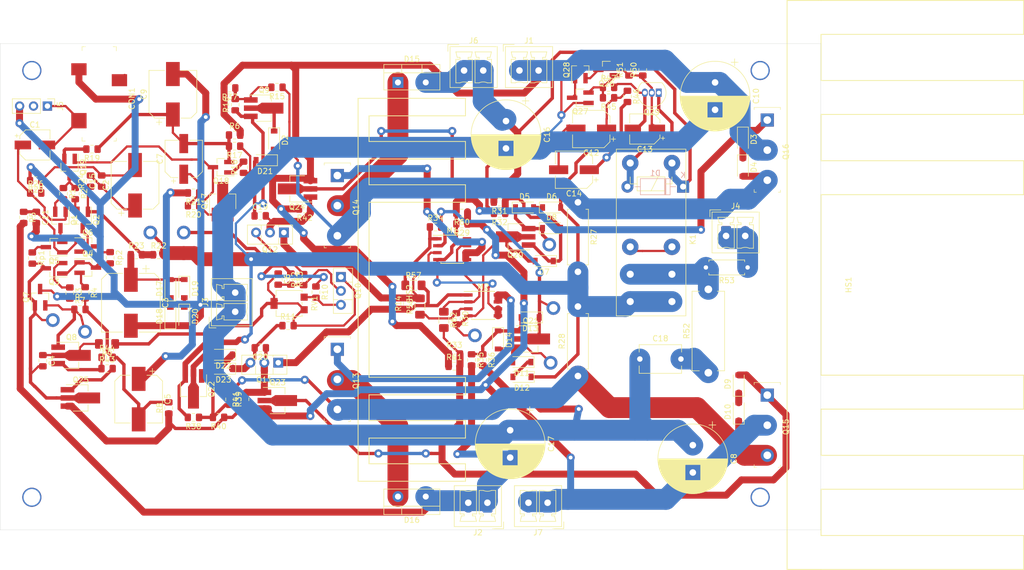
<source format=kicad_pcb>
(kicad_pcb (version 20171130) (host pcbnew "(5.0.1)-4")
  (layers (0 F.Cu mixed) (31 B.Cu power) (34 B.Paste user) (35 F.Paste user) (36 B.SilkS user) (37 F.SilkS user) (38 B.Mask user) (39 F.Mask user) (44 Edge.Cuts user))
  (net 0 "")
  (net 1 "Net-(C1-Pad2)")
  (net 2 "Net-(C1-Pad1)")
  (net 3 Earth)
  (net 4 "Net-(C3-Pad1)")
  (net 5 "Net-(C4-Pad2)")
  (net 6 "Net-(C4-Pad1)")
  (net 7 "Net-(C6-Pad2)")
  (net 8 "Net-(C7-Pad2)")
  (net 9 "Net-(C7-Pad1)")
  (net 10 /-Vmax)
  (net 11 /Vmax)
  (net 12 "Net-(C11-Pad1)")
  (net 13 "Net-(C12-Pad2)")
  (net 14 "Net-(C12-Pad1)")
  (net 15 "Net-(C13-Pad1)")
  (net 16 "Net-(D3-Pad2)")
  (net 17 "Net-(D3-Pad1)")
  (net 18 "Net-(D4-Pad2)")
  (net 19 "Net-(D5-Pad2)")
  (net 20 "Net-(D5-Pad1)")
  (net 21 "Net-(D7-Pad2)")
  (net 22 "Net-(D7-Pad1)")
  (net 23 "Net-(D9-Pad2)")
  (net 24 "Net-(D10-Pad2)")
  (net 25 "Net-(D10-Pad1)")
  (net 26 "Net-(D11-Pad2)")
  (net 27 "Net-(D11-Pad1)")
  (net 28 "Net-(D13-Pad2)")
  (net 29 "Net-(D13-Pad1)")
  (net 30 /Vmin)
  (net 31 "Net-(D15-Pad1)")
  (net 32 "Net-(D16-Pad2)")
  (net 33 /-Vmin)
  (net 34 "Net-(D17-Pad1)")
  (net 35 "Net-(D19-Pad2)")
  (net 36 "Net-(D22-Pad2)")
  (net 37 "Net-(D22-Pad1)")
  (net 38 "Net-(M1-Pad5)")
  (net 39 "Net-(M1-Pad3)")
  (net 40 "Net-(M1-Pad1)")
  (net 41 "Net-(M2-Pad7)")
  (net 42 "Net-(Q1-Pad3)")
  (net 43 "Net-(Q1-Pad2)")
  (net 44 "Net-(Q2-Pad3)")
  (net 45 "Net-(Q2-Pad2)")
  (net 46 "Net-(Q3-Pad2)")
  (net 47 "Net-(Q3-Pad1)")
  (net 48 "Net-(Q4-Pad2)")
  (net 49 "Net-(Q5-Pad3)")
  (net 50 "Net-(Q6-Pad3)")
  (net 51 "Net-(Q7-Pad2)")
  (net 52 "Net-(Q10-Pad3)")
  (net 53 "Net-(Q17-Pad2)")
  (net 54 "Net-(Q17-Pad3)")
  (net 55 "Net-(Q17-Pad1)")
  (net 56 "Net-(Q18-Pad1)")
  (net 57 "Net-(Q19-Pad3)")
  (net 58 "Net-(Q19-Pad2)")
  (net 59 "Net-(Q26-Pad1)")
  (net 60 "Net-(Q27-Pad3)")
  (net 61 "Net-(Q8-Pad3)")
  (net 62 "Net-(Q9-Pad1)")
  (net 63 "Net-(Q22-Pad1)")
  (net 64 "Net-(Q25-Pad1)")
  (net 65 "Net-(C6-Pad1)")
  (net 66 /VOUT)
  (net 67 "Net-(C15-Pad2)")
  (net 68 "Net-(C15-Pad1)")
  (net 69 "Net-(J4-Pad1)")
  (net 70 "Net-(M2-Pad3)")
  (net 71 "Net-(M2-Pad1)")
  (net 72 "Net-(M1-Pad7)")
  (net 73 "Net-(C5-Pad2)")
  (net 74 "Net-(J5-Pad2)")
  (net 75 "Net-(C18-Pad2)")
  (net 76 "Net-(K1-Pad11)")
  (net 77 "Net-(CON1-Pad3)")
  (net 78 "Net-(Q2-Pad1)")
  (net 79 "Net-(D1-Pad2)")
  (net 80 "Net-(K1-Pad12)")
  (net 81 "Net-(C19-Pad1)")
  (net 82 "Net-(C19-Pad2)")
  (net 83 "Net-(C20-Pad2)")
  (net 84 "Net-(C20-Pad1)")
  (net 85 "Net-(D2-Pad1)")
  (net 86 "Net-(D2-Pad2)")
  (net 87 "Net-(J4-Pad2)")
  (module Package_TO_SOT_SMD:SOT-89-3_Handsoldering (layer F.Cu) (at 64.516 114.808 270)
    (fp_text reference Q22 (at 0.45 -3.3 270) (layer F.SilkS))
    (fp_text value 2SAR514P5)
    (pad 2 smd trapezoid (at -0.37 0) (size 1.5 0.75) (rect_delta 0 0.5) (layers F.Cu F.Paste F.Mask) (net 36 "Net-(D22-Pad2)"))
    (pad 2 smd rect (at 1.98 0 180) (size 2 4) (layers F.Cu F.Paste F.Mask) (net 36 "Net-(D22-Pad2)"))
    (pad 3 smd rect (at -1.98 1.5 180) (size 1 2.5) (layers F.Cu F.Paste F.Mask) (net 66 /VOUT))
    (pad 2 smd rect (at -1.98 0 180) (size 1 2.5) (layers F.Cu F.Paste F.Mask) (net 36 "Net-(D22-Pad2)"))
    (pad 1 smd rect (at -1.98 -1.5 180) (size 1 2.5) (layers F.Cu F.Paste F.Mask) (net 63 "Net-(Q22-Pad1)"))
  )
  (module Relay_THT:Relay_SPDT_Schrack-RP-II-1-16A-FormC_RM5mm (layer F.Cu) (at 151.892 73.914 270)
    (fp_text reference K1 (at 13.97 -3.81 90) (layer F.SilkS))
    (fp_text value FINDER-40.11-2016)
    (pad 14 thru_hole circle (at 25.32 0 270) (size 3 3) (drill 1.3) (layers *.Cu *.Mask) (net 66 /VOUT))
    (pad 11 thru_hole circle (at 20.32 7.62 270) (size 3 3) (drill 1.3) (layers *.Cu *.Mask) (net 76 "Net-(K1-Pad11)"))
    (pad 12 thru_hole circle (at 15.32 0 270) (size 3 3) (drill 1.3) (layers *.Cu *.Mask) (net 80 "Net-(K1-Pad12)"))
    (pad 12 thru_hole circle (at 15.32 7.62 270) (size 3 3) (drill 1.3) (layers *.Cu *.Mask) (net 80 "Net-(K1-Pad12)"))
    (pad 14 thru_hole circle (at 25.32 7.62 270) (size 3 3) (drill 1.3) (layers *.Cu *.Mask) (net 66 /VOUT))
    (pad 11 thru_hole circle (at 20.32 0 270) (size 3 3) (drill 1.3) (layers *.Cu *.Mask) (net 76 "Net-(K1-Pad11)"))
    (pad A2 thru_hole circle (at 0 7.62 270) (size 3 3) (drill 1.3) (layers *.Cu *.Mask) (net 79 "Net-(D1-Pad2)"))
    (pad A1 thru_hole circle (at 0 0 270) (size 3 3) (drill 1.3) (layers *.Cu *.Mask) (net 30 /Vmin))
  )
  (module Resistor_SMD:R_0805_2012Metric_Pad1.15x1.40mm_HandSolder (layer F.Cu) (at 112.168184 108.833295)
    (fp_text reference R33 (at 0 -1.65 -180) (layer F.SilkS))
    (fp_text value 10k)
    (pad 2 smd roundrect (at 1.025 0) (size 1.15 1.4) (layers F.Cu F.Paste F.Mask) (roundrect_rratio 0.217391) (net 23 "Net-(D9-Pad2)"))
    (pad 1 smd roundrect (at -1.025 0) (size 1.15 1.4) (layers F.Cu F.Paste F.Mask) (roundrect_rratio 0.217391) (net 11 /Vmax))
  )
  (module Capacitor_SMD:CP_Elec_10x10.5 (layer F.Cu) (at 53.086 99.45 270)
    (fp_text reference C3 (at 0 -6.3 90) (layer F.SilkS))
    (fp_text value 1000u)
    (pad 2 smd rect (at 4.2 0 270) (size 4.4 2.5) (layers F.Cu F.Paste F.Mask) (net 3 Earth))
    (pad 1 smd rect (at -4.2 0 270) (size 4.4 2.5) (layers F.Cu F.Paste F.Mask) (net 4 "Net-(C3-Pad1)"))
  )
  (module Resistor_SMD:R_0805_2012Metric_Pad1.15x1.40mm_HandSolder (layer F.Cu) (at 48.74042 109.42622)
    (fp_text reference R44 (at 0 -1.65) (layer F.SilkS))
    (fp_text value 5)
    (pad 2 smd roundrect (at 1.025 0) (size 1.15 1.4) (layers F.Cu F.Paste F.Mask) (roundrect_rratio 0.217391) (net 73 "Net-(C5-Pad2)"))
    (pad 1 smd roundrect (at -1.025 0) (size 1.15 1.4) (layers F.Cu F.Paste F.Mask) (roundrect_rratio 0.217391) (net 61 "Net-(Q8-Pad3)"))
  )
  (module disipadores:disipador_5.1C (layer F.Cu) (at 95.5802 97.0788 90)
    (fp_text reference HS2 (at -0.508 8.382 90) (layer F.SilkS))
    (fp_text value Heatsink)
  )
  (module Package_TO_SOT_SMD:SOT-89-3_Handsoldering (layer F.Cu) (at 76.962 63.881)
    (fp_text reference Q9 (at 0.45 -3.3) (layer F.SilkS))
    (fp_text value 2SCR514P5)
    (pad 2 smd trapezoid (at -0.37 0 90) (size 1.5 0.75) (rect_delta 0 0.5) (layers F.Cu F.Paste F.Mask) (net 85 "Net-(D2-Pad1)"))
    (pad 2 smd rect (at 1.98 0 270) (size 2 4) (layers F.Cu F.Paste F.Mask) (net 85 "Net-(D2-Pad1)"))
    (pad 3 smd rect (at -1.98 1.5 270) (size 1 2.5) (layers F.Cu F.Paste F.Mask) (net 66 /VOUT))
    (pad 2 smd rect (at -1.98 0 270) (size 1 2.5) (layers F.Cu F.Paste F.Mask) (net 85 "Net-(D2-Pad1)"))
    (pad 1 smd rect (at -1.98 -1.5 270) (size 1 2.5) (layers F.Cu F.Paste F.Mask) (net 62 "Net-(Q9-Pad1)"))
  )
  (module Resistor_SMD:R_1206_3216Metric_Pad1.42x1.75mm_HandSolder (layer F.Cu) (at 104.6845 96.266)
    (fp_text reference R57 (at 0 -1.82 180) (layer F.SilkS))
    (fp_text value 0)
    (pad 2 smd roundrect (at 1.4875 0) (size 1.425 1.75) (layers F.Cu F.Paste F.Mask) (roundrect_rratio 0.175439) (net 71 "Net-(M2-Pad1)"))
    (pad 1 smd roundrect (at -1.4875 0) (size 1.425 1.75) (layers F.Cu F.Paste F.Mask) (roundrect_rratio 0.175439) (net 40 "Net-(M1-Pad1)"))
  )
  (module Package_TO_SOT_SMD:SOT-89-3_Handsoldering (layer F.Cu) (at 123.735064 87.398379 180)
    (fp_text reference Q20 (at 0.45 -3.3 180) (layer F.SilkS))
    (fp_text value 2SAR514P5)
    (pad 2 smd trapezoid (at -0.37 0 270) (size 1.5 0.75) (rect_delta 0 0.5) (layers F.Cu F.Paste F.Mask) (net 21 "Net-(D7-Pad2)"))
    (pad 2 smd rect (at 1.98 0 90) (size 2 4) (layers F.Cu F.Paste F.Mask) (net 21 "Net-(D7-Pad2)"))
    (pad 3 smd rect (at -1.98 1.5 90) (size 1 2.5) (layers F.Cu F.Paste F.Mask) (net 20 "Net-(D5-Pad1)"))
    (pad 2 smd rect (at -1.98 0 90) (size 1 2.5) (layers F.Cu F.Paste F.Mask) (net 21 "Net-(D7-Pad2)"))
    (pad 1 smd rect (at -1.98 -1.5 90) (size 1 2.5) (layers F.Cu F.Paste F.Mask) (net 22 "Net-(D7-Pad1)"))
  )
  (module Resistor_SMD:R_0805_2012Metric_Pad1.15x1.40mm_HandSolder (layer F.Cu) (at 112.522 102.371 270)
    (fp_text reference R30 (at 0 -1.65 270) (layer F.SilkS))
    (fp_text value 1k)
    (pad 1 smd roundrect (at -1.025 0 270) (size 1.15 1.4) (layers F.Cu F.Paste F.Mask) (roundrect_rratio 0.217391) (net 70 "Net-(M2-Pad3)"))
    (pad 2 smd roundrect (at 1.025 0 270) (size 1.15 1.4) (layers F.Cu F.Paste F.Mask) (roundrect_rratio 0.217391) (net 21 "Net-(D7-Pad2)"))
  )
  (module Diode_SMD:D_SOD-123 (layer F.Cu) (at 60.298078 96.862225 90)
    (fp_text reference D17 (at 0 -2 90) (layer F.SilkS))
    (fp_text value 1N4148W)
    (pad 1 smd rect (at -1.65 0 90) (size 0.9 1.2) (layers F.Cu F.Paste F.Mask) (net 34 "Net-(D17-Pad1)"))
    (pad 2 smd rect (at 1.65 0 90) (size 0.9 1.2) (layers F.Cu F.Paste F.Mask) (net 4 "Net-(C3-Pad1)"))
  )
  (module Capacitor_SMD:CP_Elec_6.3x5.4 (layer F.Cu) (at 137.154 67.691 180)
    (fp_text reference C12 (at 0 -4.35) (layer F.SilkS))
    (fp_text value 47u)
    (pad 2 smd rect (at 2.8 0 180) (size 3.5 1.6) (layers F.Cu F.Paste F.Mask) (net 13 "Net-(C12-Pad2)"))
    (pad 1 smd rect (at -2.8 0 180) (size 3.5 1.6) (layers F.Cu F.Paste F.Mask) (net 14 "Net-(C12-Pad1)"))
  )
  (module Capacitor_SMD:CP_Elec_5x5.4 (layer F.Cu) (at 146.939 67.691 180)
    (fp_text reference C13 (at 0 -3.7 180) (layer F.SilkS))
    (fp_text value 22u)
    (pad 2 smd rect (at 2.2 0 180) (size 3 1.6) (layers F.Cu F.Paste F.Mask) (net 3 Earth))
    (pad 1 smd rect (at -2.2 0 180) (size 3 1.6) (layers F.Cu F.Paste F.Mask) (net 15 "Net-(C13-Pad1)"))
  )
  (module Resistor_SMD:R_0805_2012Metric_Pad1.15x1.40mm_HandSolder (layer F.Cu) (at 73.66 74.685 90)
    (fp_text reference R18 (at 0 -1.65 90) (layer F.SilkS))
    (fp_text value 3.9k)
    (pad 2 smd roundrect (at 1.025 0 90) (size 1.15 1.4) (layers F.Cu F.Paste F.Mask) (roundrect_rratio 0.217391) (net 56 "Net-(Q18-Pad1)"))
    (pad 1 smd roundrect (at -1.025 0 90) (size 1.15 1.4) (layers F.Cu F.Paste F.Mask) (roundrect_rratio 0.217391) (net 54 "Net-(Q17-Pad3)"))
  )
  (module Package_TO_SOT_SMD:SOT-23_Handsoldering (layer F.Cu) (at 39.061783 89.285507 180)
    (fp_text reference Q5 (at 0 -2.5 180) (layer F.SilkS))
    (fp_text value BC860)
    (pad 1 smd rect (at -1.5 -0.95 180) (size 1.9 0.8) (layers F.Cu F.Paste F.Mask) (net 12 "Net-(C11-Pad1)"))
    (pad 2 smd rect (at -1.5 0.95 180) (size 1.9 0.8) (layers F.Cu F.Paste F.Mask) (net 42 "Net-(Q1-Pad3)"))
    (pad 3 smd rect (at 1.5 0 180) (size 1.9 0.8) (layers F.Cu F.Paste F.Mask) (net 49 "Net-(Q5-Pad3)"))
  )
  (module Capacitor_THT:CP_Radial_D12.5mm_P5.00mm (layer F.Cu) (at 121.58472 66.23812 270)
    (fp_text reference C16 (at 2.5 -7.5 270) (layer F.SilkS))
    (fp_text value 470u)
    (pad 2 thru_hole circle (at 5 0 270) (size 2.4 2.4) (drill 1.2) (layers *.Cu *.Mask) (net 3 Earth))
    (pad 1 thru_hole rect (at 0 0 270) (size 2.4 2.4) (drill 1.2) (layers *.Cu *.Mask) (net 30 /Vmin))
  )
  (module Connector_Phoenix_MC:PhoenixContact_MCV_1,5_2-G-3.5_1x02_P3.50mm_Vertical (layer F.Cu) (at 124.03836 57)
    (fp_text reference J1 (at 1.75 -5.45 -180) (layer F.SilkS))
    (fp_text value Screw_Terminal_01x02)
    (pad 2 thru_hole oval (at 3.5 0) (size 1.8 3.6) (drill 1.2) (layers *.Cu *.Mask) (net 11 /Vmax))
    (pad 1 thru_hole roundrect (at 0 0) (size 1.8 3.6) (drill 1.2) (layers *.Cu *.Mask) (roundrect_rratio 0.138889) (net 11 /Vmax))
  )
  (module Capacitor_SMD:CP_Elec_6.3x5.4 (layer F.Cu) (at 62.738 73.158 90)
    (fp_text reference C7 (at 0 -4.35 270) (layer F.SilkS))
    (fp_text value 47u)
    (pad 2 smd rect (at 2.8 0 90) (size 3.5 1.6) (layers F.Cu F.Paste F.Mask) (net 8 "Net-(C7-Pad2)"))
    (pad 1 smd rect (at -2.8 0 90) (size 3.5 1.6) (layers F.Cu F.Paste F.Mask) (net 9 "Net-(C7-Pad1)"))
  )
  (module Package_TO_SOT_THT:TO-92_Inline (layer F.Cu) (at 149.479 61.06668 180)
    (fp_text reference Q29 (at 1.27 -3.56 180) (layer F.SilkS))
    (fp_text value BS170)
    (pad 1 thru_hole rect (at 0 0 180) (size 1.05 1.5) (drill 0.75) (layers *.Cu *.Mask) (net 79 "Net-(D1-Pad2)"))
    (pad 3 thru_hole oval (at 2.54 0 180) (size 1.05 1.5) (drill 0.75) (layers *.Cu *.Mask) (net 3 Earth))
    (pad 2 thru_hole oval (at 1.27 0 180) (size 1.05 1.5) (drill 0.75) (layers *.Cu *.Mask) (net 15 "Net-(C13-Pad1)"))
  )
  (module Capacitor_SMD:CP_Elec_6.3x5.4 (layer F.Cu) (at 134.00024 75.13828 180)
    (fp_text reference C14 (at 0 -4.35) (layer F.SilkS))
    (fp_text value 47u)
    (pad 2 smd rect (at 2.8 0 180) (size 3.5 1.6) (layers F.Cu F.Paste F.Mask) (net 13 "Net-(C12-Pad2)"))
    (pad 1 smd rect (at -2.8 0 180) (size 3.5 1.6) (layers F.Cu F.Paste F.Mask) (net 3 Earth))
  )
  (module Resistor_SMD:R_0805_2012Metric_Pad1.15x1.40mm_HandSolder (layer F.Cu) (at 79.765 60.071 180)
    (fp_text reference R15 (at 0 -1.65 180) (layer F.SilkS))
    (fp_text value 270)
    (pad 1 smd roundrect (at -1.025 0 180) (size 1.15 1.4) (layers F.Cu F.Paste F.Mask) (roundrect_rratio 0.217391) (net 18 "Net-(D4-Pad2)"))
    (pad 2 smd roundrect (at 1.025 0 180) (size 1.15 1.4) (layers F.Cu F.Paste F.Mask) (roundrect_rratio 0.217391) (net 62 "Net-(Q9-Pad1)"))
  )
  (module Resistor_SMD:R_0805_2012Metric_Pad1.15x1.40mm_HandSolder (layer F.Cu) (at 71.129 60.198 180)
    (fp_text reference R37 (at 0 -1.65 180) (layer F.SilkS))
    (fp_text value 11k)
    (pad 2 smd roundrect (at 1.025 0 180) (size 1.15 1.4) (layers F.Cu F.Paste F.Mask) (roundrect_rratio 0.217391) (net 11 /Vmax))
    (pad 1 smd roundrect (at -1.025 0 180) (size 1.15 1.4) (layers F.Cu F.Paste F.Mask) (roundrect_rratio 0.217391) (net 62 "Net-(Q9-Pad1)"))
  )
  (module Resistor_SMD:R_0805_2012Metric_Pad1.15x1.40mm_HandSolder (layer F.Cu) (at 84.62264 95.21836 90)
    (fp_text reference R12 (at 0 -1.65 90) (layer F.SilkS))
    (fp_text value 50)
    (pad 2 smd roundrect (at 1.025 0 90) (size 1.15 1.4) (layers F.Cu F.Paste F.Mask) (roundrect_rratio 0.217391) (net 81 "Net-(C19-Pad1)"))
    (pad 1 smd roundrect (at -1.025 0 90) (size 1.15 1.4) (layers F.Cu F.Paste F.Mask) (roundrect_rratio 0.217391) (net 7 "Net-(C6-Pad2)"))
  )
  (module Package_SO:SOIC-8_3.9x4.9mm_P1.27mm (layer F.Cu) (at 117.413 99.92868)
    (fp_text reference M2 (at 0 -3.4) (layer F.SilkS))
    (fp_text value FDS9934C)
    (pad 8 smd rect (at 2.7 -1.905) (size 1.55 0.6) (layers F.Cu F.Paste F.Mask) (net 41 "Net-(M2-Pad7)"))
    (pad 7 smd rect (at 2.7 -0.635) (size 1.55 0.6) (layers F.Cu F.Paste F.Mask) (net 41 "Net-(M2-Pad7)"))
    (pad 6 smd rect (at 2.7 0.635) (size 1.55 0.6) (layers F.Cu F.Paste F.Mask) (net 17 "Net-(D3-Pad1)"))
    (pad 5 smd rect (at 2.7 1.905) (size 1.55 0.6) (layers F.Cu F.Paste F.Mask) (net 17 "Net-(D3-Pad1)"))
    (pad 4 smd rect (at -2.7 1.905) (size 1.55 0.6) (layers F.Cu F.Paste F.Mask) (net 21 "Net-(D7-Pad2)"))
    (pad 3 smd rect (at -2.7 0.635) (size 1.55 0.6) (layers F.Cu F.Paste F.Mask) (net 70 "Net-(M2-Pad3)"))
    (pad 2 smd rect (at -2.7 -0.635) (size 1.55 0.6) (layers F.Cu F.Paste F.Mask) (net 72 "Net-(M1-Pad7)"))
    (pad 1 smd rect (at -2.7 -1.905) (size 1.55 0.6) (layers F.Cu F.Paste F.Mask) (net 71 "Net-(M2-Pad1)"))
  )
  (module Diode_SMD:D_SOD-123 (layer F.Cu) (at 129.91 85.82)
    (fp_text reference D8 (at 0 -2 -180) (layer F.SilkS))
    (fp_text value 1N4148W)
    (pad 2 smd rect (at 1.65 0) (size 0.9 1.2) (layers F.Cu F.Paste F.Mask) (net 22 "Net-(D7-Pad1)"))
    (pad 1 smd rect (at -1.65 0) (size 0.9 1.2) (layers F.Cu F.Paste F.Mask) (net 20 "Net-(D5-Pad1)"))
  )
  (module disipadores:disipador_1.8C (layer F.Cu) (at 176.022 96.1898 90)
    (fp_text reference HS1 (at 0 8.128 90) (layer F.SilkS))
    (fp_text value Heatsink)
  )
  (module Resistor_THT:R_Axial_DIN0411_L9.9mm_D3.6mm_P12.70mm_Horizontal (layer F.Cu) (at 134.7216 112.84204 90)
    (fp_text reference R28 (at 6.35 -2.92 90) (layer F.SilkS))
    (fp_text value 0.1)
    (pad 2 thru_hole oval (at 12.7 0 90) (size 2.4 2.4) (drill 1.2) (layers *.Cu *.Mask) (net 66 /VOUT))
    (pad 1 thru_hole circle (at 0 0 90) (size 2.4 2.4) (drill 1.2) (layers *.Cu *.Mask) (net 25 "Net-(D10-Pad1)"))
  )
  (module Resistor_THT:R_Axial_DIN0411_L9.9mm_D3.6mm_P12.70mm_Horizontal (layer F.Cu) (at 134.7216 81.09204 270)
    (fp_text reference R27 (at 6.35 -2.92 90) (layer F.SilkS))
    (fp_text value 0.1)
    (pad 2 thru_hole oval (at 12.7 0 270) (size 2.4 2.4) (drill 1.2) (layers *.Cu *.Mask) (net 66 /VOUT))
    (pad 1 thru_hole circle (at 0 0 270) (size 2.4 2.4) (drill 1.2) (layers *.Cu *.Mask) (net 18 "Net-(D4-Pad2)"))
  )
  (module Package_TO_SOT_THT:TO-126-3_Vertical (layer F.Cu) (at 81.026 86.614 180)
    (fp_text reference Q12 (at 2.54 -3.12 180) (layer F.SilkS))
    (fp_text value BD139)
    (pad 3 thru_hole oval (at 5.08 0 180) (size 1.8 1.8) (drill 1) (layers *.Cu *.Mask) (net 81 "Net-(C19-Pad1)"))
    (pad 2 thru_hole oval (at 2.54 0 180) (size 1.8 1.8) (drill 1) (layers *.Cu *.Mask) (net 82 "Net-(C19-Pad2)"))
    (pad 1 thru_hole rect (at 0 0 180) (size 1.8 1.8) (drill 1) (layers *.Cu *.Mask) (net 39 "Net-(M1-Pad3)"))
  )
  (module Capacitor_SMD:CP_Elec_8x10.5 (layer F.Cu) (at 53.848 77.978 90)
    (fp_text reference C2 (at 0 -5.3 90) (layer F.SilkS))
    (fp_text value 470u)
    (pad 2 smd rect (at 3.7 0 90) (size 4.4 2.5) (layers F.Cu F.Paste F.Mask) (net 67 "Net-(C15-Pad2)"))
    (pad 1 smd rect (at -3.7 0 90) (size 4.4 2.5) (layers F.Cu F.Paste F.Mask) (net 68 "Net-(C15-Pad1)"))
  )
  (module Package_SO:SOIC-8_3.9x4.9mm_P1.27mm (layer F.Cu) (at 111.76 89.662)
    (fp_text reference M1 (at 0 -3.4) (layer F.SilkS))
    (fp_text value FDS9934C)
    (pad 8 smd rect (at 2.7 -1.905) (size 1.55 0.6) (layers F.Cu F.Paste F.Mask) (net 72 "Net-(M1-Pad7)"))
    (pad 7 smd rect (at 2.7 -0.635) (size 1.55 0.6) (layers F.Cu F.Paste F.Mask) (net 72 "Net-(M1-Pad7)"))
    (pad 6 smd rect (at 2.7 0.635) (size 1.55 0.6) (layers F.Cu F.Paste F.Mask) (net 38 "Net-(M1-Pad5)"))
    (pad 5 smd rect (at 2.7 1.905) (size 1.55 0.6) (layers F.Cu F.Paste F.Mask) (net 38 "Net-(M1-Pad5)"))
    (pad 4 smd rect (at -2.7 1.905) (size 1.55 0.6) (layers F.Cu F.Paste F.Mask) (net 17 "Net-(D3-Pad1)"))
    (pad 3 smd rect (at -2.7 0.635) (size 1.55 0.6) (layers F.Cu F.Paste F.Mask) (net 39 "Net-(M1-Pad3)"))
    (pad 2 smd rect (at -2.7 -0.635) (size 1.55 0.6) (layers F.Cu F.Paste F.Mask) (net 29 "Net-(D13-Pad1)"))
    (pad 1 smd rect (at -2.7 -1.905) (size 1.55 0.6) (layers F.Cu F.Paste F.Mask) (net 40 "Net-(M1-Pad1)"))
  )
  (module Resistor_SMD:R_0805_2012Metric_Pad1.15x1.40mm_HandSolder (layer F.Cu) (at 108.712 85.598)
    (fp_text reference R34 (at 0 -1.65) (layer F.SilkS))
    (fp_text value 1k)
    (pad 2 smd roundrect (at 1.025 0) (size 1.15 1.4) (layers F.Cu F.Paste F.Mask) (roundrect_rratio 0.217391) (net 29 "Net-(D13-Pad1)"))
    (pad 1 smd roundrect (at -1.025 0) (size 1.15 1.4) (layers F.Cu F.Paste F.Mask) (roundrect_rratio 0.217391) (net 40 "Net-(M1-Pad1)"))
  )
  (module Diode_SMD:D_SOD-123 (layer F.Cu) (at 164.084 114.3 90)
    (fp_text reference D9 (at 0 -2 90) (layer F.SilkS))
    (fp_text value 1N4148W)
    (pad 2 smd rect (at 1.65 0 90) (size 0.9 1.2) (layers F.Cu F.Paste F.Mask) (net 23 "Net-(D9-Pad2)"))
    (pad 1 smd rect (at -1.65 0 90) (size 0.9 1.2) (layers F.Cu F.Paste F.Mask) (net 24 "Net-(D10-Pad2)"))
  )
  (module Resistor_SMD:R_0805_2012Metric_Pad1.15x1.40mm_HandSolder (layer F.Cu) (at 72.022629 68.800579)
    (fp_text reference R6 (at 0 -1.65) (layer F.SilkS))
    (fp_text value 10)
    (pad 2 smd roundrect (at 1.025 0) (size 1.15 1.4) (layers F.Cu F.Paste F.Mask) (roundrect_rratio 0.217391) (net 11 /Vmax))
    (pad 1 smd roundrect (at -1.025 0) (size 1.15 1.4) (layers F.Cu F.Paste F.Mask) (roundrect_rratio 0.217391) (net 8 "Net-(C7-Pad2)"))
  )
  (module Capacitor_SMD:CP_Elec_8x10.5 (layer F.Cu) (at 54.50644 117.06256 270)
    (fp_text reference C5 (at 0 -5.3 270) (layer F.SilkS))
    (fp_text value 100u)
    (pad 2 smd rect (at 3.7 0 270) (size 4.4 2.5) (layers F.Cu F.Paste F.Mask) (net 73 "Net-(C5-Pad2)"))
    (pad 1 smd rect (at -3.7 0 270) (size 4.4 2.5) (layers F.Cu F.Paste F.Mask) (net 3 Earth))
  )
  (module Package_TO_SOT_THT:TO-126-3_Vertical (layer F.Cu) (at 91.44 94.742 270)
    (fp_text reference Q10 (at 2.54 -3.12 90) (layer F.SilkS))
    (fp_text value BD139)
    (pad 3 thru_hole oval (at 5.08 0 270) (size 1.8 1.8) (drill 1) (layers *.Cu *.Mask) (net 52 "Net-(Q10-Pad3)"))
    (pad 2 thru_hole oval (at 2.54 0 270) (size 1.8 1.8) (drill 1) (layers *.Cu *.Mask) (net 7 "Net-(C6-Pad2)"))
    (pad 1 thru_hole rect (at 0 0 270) (size 1.8 1.8) (drill 1) (layers *.Cu *.Mask) (net 65 "Net-(C6-Pad1)"))
  )
  (module Resistor_SMD:R_0805_2012Metric_Pad1.15x1.40mm_HandSolder (layer F.Cu) (at 103.58628 99.59848 90)
    (fp_text reference R14 (at 0 -1.65 90) (layer F.SilkS))
    (fp_text value 1k)
    (pad 2 smd roundrect (at 1.025 0 90) (size 1.15 1.4) (layers F.Cu F.Paste F.Mask) (roundrect_rratio 0.217391) (net 39 "Net-(M1-Pad3)"))
    (pad 1 smd roundrect (at -1.025 0 90) (size 1.15 1.4) (layers F.Cu F.Paste F.Mask) (roundrect_rratio 0.217391) (net 71 "Net-(M2-Pad1)"))
  )
  (module Connector_Phoenix_MC:PhoenixContact_MCV_1,5_2-G-3.5_1x02_P3.50mm_Vertical (layer F.Cu) (at 118.19636 136 180)
    (fp_text reference J2 (at 1.75 -5.45 180) (layer F.SilkS))
    (fp_text value Screw_Terminal_01x02)
    (pad 2 thru_hole oval (at 3.5 0 180) (size 1.8 3.6) (drill 1.2) (layers *.Cu *.Mask) (net 33 /-Vmin))
    (pad 1 thru_hole roundrect (at 0 0 180) (size 1.8 3.6) (drill 1.2) (layers *.Cu *.Mask) (roundrect_rratio 0.138889) (net 33 /-Vmin))
  )
  (module Resistor_SMD:R_0805_2012Metric_Pad1.15x1.40mm_HandSolder (layer F.Cu) (at 35.70108 77.13726 180)
    (fp_text reference R25 (at 0 -1.65) (layer F.SilkS))
    (fp_text value 1.1k)
    (pad 2 smd roundrect (at 1.025 0 180) (size 1.15 1.4) (layers F.Cu F.Paste F.Mask) (roundrect_rratio 0.217391) (net 3 Earth))
    (pad 1 smd roundrect (at -1.025 0 180) (size 1.15 1.4) (layers F.Cu F.Paste F.Mask) (roundrect_rratio 0.217391) (net 67 "Net-(C15-Pad2)"))
  )
  (module digikey-footprints:Switch_Slide_11.6x4mm_SJ-3523-SMT (layer F.Cu) (at 47.295703 58.772487 270)
    (fp_text reference CON1 (at 3.375 -5.975 90) (layer F.SilkS))
    (fp_text value SJ-3523-SMT-TR)
    (pad "" np_thru_hole circle (at 6.1 0 270) (size 1.7 1.7) (drill 1.7) (layers *.Cu *.Mask))
    (pad "" np_thru_hole circle (at -0.9 0 270) (size 1.7 1.7) (drill 1.7) (layers *.Cu *.Mask))
    (pad 2 smd rect (at 7.4 3.7 270) (size 2.8 2.8) (layers F.Cu F.Paste F.Mask) (net 1 "Net-(C1-Pad2)"))
    (pad 1 smd rect (at -2 3.7 270) (size 2.2 2.8) (layers F.Cu F.Paste F.Mask) (net 3 Earth))
    (pad 3 smd rect (at 0 -3.7 270) (size 2.2 2.8) (layers F.Cu F.Paste F.Mask) (net 77 "Net-(CON1-Pad3)"))
  )
  (module Resistor_SMD:R_0805_2012Metric_Pad1.15x1.40mm_HandSolder (layer F.Cu) (at 58.157 90.678)
    (fp_text reference R22 (at 0 -1.65 180) (layer F.SilkS))
    (fp_text value 2.2k)
    (pad 2 smd roundrect (at 1.025 0) (size 1.15 1.4) (layers F.Cu F.Paste F.Mask) (roundrect_rratio 0.217391) (net 66 /VOUT))
    (pad 1 smd roundrect (at -1.025 0) (size 1.15 1.4) (layers F.Cu F.Paste F.Mask) (roundrect_rratio 0.217391) (net 78 "Net-(Q2-Pad1)"))
  )
  (module Diode_SMD:D_SOD-123 (layer F.Cu) (at 164.846 69.596 270)
    (fp_text reference D3 (at 0 -2 270) (layer F.SilkS))
    (fp_text value 1N4148W)
    (pad 2 smd rect (at 1.65 0 270) (size 0.9 1.2) (layers F.Cu F.Paste F.Mask) (net 16 "Net-(D3-Pad2)"))
    (pad 1 smd rect (at -1.65 0 270) (size 0.9 1.2) (layers F.Cu F.Paste F.Mask) (net 17 "Net-(D3-Pad1)"))
  )
  (module digikey-footprints:TO-3P-5 (layer F.Cu) (at 169.304 66.0527 270)
    (fp_text reference Q16 (at 5.8 -3.4 90) (layer F.SilkS))
    (fp_text value 2SC5200-O_Q)
    (pad 3 thru_hole circle (at 11 0 270) (size 2.4 2.4) (drill 1.4) (layers *.Cu *.Mask) (net 18 "Net-(D4-Pad2)"))
    (pad 2 thru_hole circle (at 5.5 0 270) (size 2.4 2.4) (drill 1.4) (layers *.Cu *.Mask) (net 11 /Vmax))
    (pad 1 thru_hole rect (at 0 0 270) (size 2.4 2.4) (drill 1.4) (layers *.Cu *.Mask) (net 17 "Net-(D3-Pad1)"))
  )
  (module Resistor_SMD:R_0805_2012Metric_Pad1.15x1.40mm_HandSolder (layer F.Cu) (at 113.538 85.028611 180)
    (fp_text reference R29 (at 0 -1.65 180) (layer F.SilkS))
    (fp_text value 10k)
    (pad 2 smd roundrect (at 1.025 0 180) (size 1.15 1.4) (layers F.Cu F.Paste F.Mask) (roundrect_rratio 0.217391) (net 17 "Net-(D3-Pad1)"))
    (pad 1 smd roundrect (at -1.025 0 180) (size 1.15 1.4) (layers F.Cu F.Paste F.Mask) (roundrect_rratio 0.217391) (net 10 /-Vmax))
  )
  (module digikey-footprints:TO-3P-5 (layer F.Cu) (at 169.304 116.332 270)
    (fp_text reference Q15 (at 5.8 -3.4 90) (layer F.SilkS))
    (fp_text value 2SA1943-O_Q_)
    (pad 3 thru_hole circle (at 11 0 270) (size 2.4 2.4) (drill 1.4) (layers *.Cu *.Mask) (net 25 "Net-(D10-Pad1)"))
    (pad 2 thru_hole circle (at 5.5 0 270) (size 2.4 2.4) (drill 1.4) (layers *.Cu *.Mask) (net 10 /-Vmax))
    (pad 1 thru_hole rect (at 0 0 270) (size 2.4 2.4) (drill 1.4) (layers *.Cu *.Mask) (net 23 "Net-(D9-Pad2)"))
  )
  (module Potentiometer_SMD:Potentiometer_Bourns_3314G_Vertical (layer F.Cu) (at 81.97596 99.57562 270)
    (fp_text reference RV1 (at 0 -4.65 90) (layer F.SilkS))
    (fp_text value R_POT)
    (pad 3 smd rect (at -1.15 -2.75 270) (size 1.3 1.3) (layers F.Cu F.Paste F.Mask) (net 52 "Net-(Q10-Pad3)"))
    (pad 2 smd rect (at 0 2.75 270) (size 2 1.3) (layers F.Cu F.Paste F.Mask) (net 65 "Net-(C6-Pad1)"))
    (pad 1 smd rect (at 1.15 -2.75 270) (size 1.3 1.3) (layers F.Cu F.Paste F.Mask) (net 65 "Net-(C6-Pad1)"))
  )
  (module Resistor_SMD:R_0805_2012Metric_Pad1.15x1.40mm_HandSolder (layer F.Cu) (at 146.558 56.900573 90)
    (fp_text reference R50 (at 0 -1.65 270) (layer F.SilkS))
    (fp_text value 100k)
    (pad 2 smd roundrect (at 1.025 0 90) (size 1.15 1.4) (layers F.Cu F.Paste F.Mask) (roundrect_rratio 0.217391) (net 30 /Vmin))
    (pad 1 smd roundrect (at -1.025 0 90) (size 1.15 1.4) (layers F.Cu F.Paste F.Mask) (roundrect_rratio 0.217391) (net 15 "Net-(C13-Pad1)"))
  )
  (module Resistor_SMD:R_0805_2012Metric_Pad1.15x1.40mm_HandSolder (layer F.Cu) (at 48.74042 111.48362)
    (fp_text reference R43 (at 0 -1.65 180) (layer F.SilkS))
    (fp_text value 2.2k)
    (pad 2 smd roundrect (at 1.025 0) (size 1.15 1.4) (layers F.Cu F.Paste F.Mask) (roundrect_rratio 0.217391) (net 64 "Net-(Q25-Pad1)"))
    (pad 1 smd roundrect (at -1.025 0) (size 1.15 1.4) (layers F.Cu F.Paste F.Mask) (roundrect_rratio 0.217391) (net 61 "Net-(Q8-Pad3)"))
  )
  (module Resistor_SMD:R_0805_2012Metric_Pad1.15x1.40mm_HandSolder (layer F.Cu) (at 72.022629 70.832579 180)
    (fp_text reference R17 (at 0 -1.65 180) (layer F.SilkS))
    (fp_text value 68)
    (pad 2 smd roundrect (at 1.025 0 180) (size 1.15 1.4) (layers F.Cu F.Paste F.Mask) (roundrect_rratio 0.217391) (net 8 "Net-(C7-Pad2)"))
    (pad 1 smd roundrect (at -1.025 0 180) (size 1.15 1.4) (layers F.Cu F.Paste F.Mask) (roundrect_rratio 0.217391) (net 54 "Net-(Q17-Pad3)"))
  )
  (module Resistor_SMD:R_0805_2012Metric_Pad1.15x1.40mm_HandSolder (layer F.Cu) (at 49.3014 91.2204 270)
    (fp_text reference Rp2 (at 0 -1.65 270) (layer F.SilkS))
    (fp_text value 0)
    (pad 2 smd roundrect (at 1.025 0 270) (size 1.15 1.4) (layers F.Cu F.Paste F.Mask) (roundrect_rratio 0.217391) (net 47 "Net-(Q3-Pad1)"))
    (pad 1 smd roundrect (at -1.025 0 270) (size 1.15 1.4) (layers F.Cu F.Paste F.Mask) (roundrect_rratio 0.217391) (net 50 "Net-(Q6-Pad3)"))
  )
  (module Resistor_SMD:R_0805_2012Metric_Pad1.15x1.40mm_HandSolder (layer F.Cu) (at 35.08248 91.27882 270)
    (fp_text reference Rp1 (at 0 -1.65 270) (layer F.SilkS))
    (fp_text value 0)
    (pad 1 smd roundrect (at -1.025 0 270) (size 1.15 1.4) (layers F.Cu F.Paste F.Mask) (roundrect_rratio 0.217391) (net 49 "Net-(Q5-Pad3)"))
    (pad 2 smd roundrect (at 1.025 0 270) (size 1.15 1.4) (layers F.Cu F.Paste F.Mask) (roundrect_rratio 0.217391) (net 5 "Net-(C4-Pad2)"))
  )
  (module Resistor_SMD:R_0805_2012Metric_Pad1.15x1.40mm_HandSolder (layer F.Cu) (at 144.047165 56.900573 90)
    (fp_text reference R51 (at 0 -1.65 270) (layer F.SilkS))
    (fp_text value 100k)
    (pad 2 smd roundrect (at 1.025 0 90) (size 1.15 1.4) (layers F.Cu F.Paste F.Mask) (roundrect_rratio 0.217391) (net 3 Earth))
    (pad 1 smd roundrect (at -1.025 0 90) (size 1.15 1.4) (layers F.Cu F.Paste F.Mask) (roundrect_rratio 0.217391) (net 15 "Net-(C13-Pad1)"))
  )
  (module Resistor_SMD:R_0805_2012Metric_Pad1.15x1.40mm_HandSolder (layer F.Cu) (at 140.313495 60.084719)
    (fp_text reference R47 (at 0 -1.65) (layer F.SilkS))
    (fp_text value 50k)
    (pad 2 smd roundrect (at 1.025 0) (size 1.15 1.4) (layers F.Cu F.Paste F.Mask) (roundrect_rratio 0.217391) (net 3 Earth))
    (pad 1 smd roundrect (at -1.025 0) (size 1.15 1.4) (layers F.Cu F.Paste F.Mask) (roundrect_rratio 0.217391) (net 59 "Net-(Q26-Pad1)"))
  )
  (module Resistor_SMD:R_0805_2012Metric_Pad1.15x1.40mm_HandSolder (layer F.Cu) (at 143.764 61.731 270)
    (fp_text reference R46 (at 0 -1.65 270) (layer F.SilkS))
    (fp_text value 22k)
    (pad 2 smd roundrect (at 1.025 0 270) (size 1.15 1.4) (layers F.Cu F.Paste F.Mask) (roundrect_rratio 0.217391) (net 66 /VOUT))
    (pad 1 smd roundrect (at -1.025 0 270) (size 1.15 1.4) (layers F.Cu F.Paste F.Mask) (roundrect_rratio 0.217391) (net 14 "Net-(C12-Pad1)"))
  )
  (module Resistor_SMD:R_0805_2012Metric_Pad1.15x1.40mm_HandSolder (layer F.Cu) (at 140.313495 61.989719 180)
    (fp_text reference R45 (at 0 -1.65) (layer F.SilkS))
    (fp_text value 10k)
    (pad 2 smd roundrect (at 1.025 0 180) (size 1.15 1.4) (layers F.Cu F.Paste F.Mask) (roundrect_rratio 0.217391) (net 59 "Net-(Q26-Pad1)"))
    (pad 1 smd roundrect (at -1.025 0 180) (size 1.15 1.4) (layers F.Cu F.Paste F.Mask) (roundrect_rratio 0.217391) (net 14 "Net-(C12-Pad1)"))
  )
  (module Resistor_SMD:R_0805_2012Metric_Pad1.15x1.40mm_HandSolder (layer F.Cu) (at 84.827 82.296 180)
    (fp_text reference R42 (at 0 -1.65 180) (layer F.SilkS))
    (fp_text value 3.3)
    (pad 2 smd roundrect (at 1.025 0 180) (size 1.15 1.4) (layers F.Cu F.Paste F.Mask) (roundrect_rratio 0.217391) (net 11 /Vmax))
    (pad 1 smd roundrect (at -1.025 0 180) (size 1.15 1.4) (layers F.Cu F.Paste F.Mask) (roundrect_rratio 0.217391) (net 82 "Net-(C19-Pad2)"))
  )
  (module Resistor_SMD:R_0805_2012Metric_Pad1.15x1.40mm_HandSolder (layer F.Cu) (at 73.914 117.094 90)
    (fp_text reference R41 (at 0 -1.65 270) (layer F.SilkS))
    (fp_text value 3.3)
    (pad 2 smd roundrect (at 1.025 0 90) (size 1.15 1.4) (layers F.Cu F.Paste F.Mask) (roundrect_rratio 0.217391) (net 84 "Net-(C20-Pad1)"))
    (pad 1 smd roundrect (at -1.025 0 90) (size 1.15 1.4) (layers F.Cu F.Paste F.Mask) (roundrect_rratio 0.217391) (net 10 /-Vmax))
  )
  (module Resistor_SMD:R_0805_2012Metric_Pad1.15x1.40mm_HandSolder (layer F.Cu) (at 69.097 120.396 180)
    (fp_text reference R40 (at 0 -1.65 180) (layer F.SilkS))
    (fp_text value 22k)
    (pad 2 smd roundrect (at 1.025 0 180) (size 1.15 1.4) (layers F.Cu F.Paste F.Mask) (roundrect_rratio 0.217391) (net 63 "Net-(Q22-Pad1)"))
    (pad 1 smd roundrect (at -1.025 0 180) (size 1.15 1.4) (layers F.Cu F.Paste F.Mask) (roundrect_rratio 0.217391) (net 10 /-Vmax))
  )
  (module Resistor_SMD:R_0805_2012Metric_Pad1.15x1.40mm_HandSolder (layer F.Cu) (at 71.12 117.094 270)
    (fp_text reference R39 (at 0 -1.65 270) (layer F.SilkS))
    (fp_text value 270)
    (pad 2 smd roundrect (at 1.025 0 270) (size 1.15 1.4) (layers F.Cu F.Paste F.Mask) (roundrect_rratio 0.217391) (net 63 "Net-(Q22-Pad1)"))
    (pad 1 smd roundrect (at -1.025 0 270) (size 1.15 1.4) (layers F.Cu F.Paste F.Mask) (roundrect_rratio 0.217391) (net 25 "Net-(D10-Pad1)"))
  )
  (module Resistor_SMD:R_0805_2012Metric_Pad1.15x1.40mm_HandSolder (layer F.Cu) (at 64.507 120.396 180)
    (fp_text reference R38 (at 0 -1.65) (layer F.SilkS))
    (fp_text value 330)
    (pad 2 smd roundrect (at 1.025 0 180) (size 1.15 1.4) (layers F.Cu F.Paste F.Mask) (roundrect_rratio 0.217391) (net 66 /VOUT))
    (pad 1 smd roundrect (at -1.025 0 180) (size 1.15 1.4) (layers F.Cu F.Paste F.Mask) (roundrect_rratio 0.217391) (net 63 "Net-(Q22-Pad1)"))
  )
  (module Resistor_SMD:R_0805_2012Metric_Pad1.15x1.40mm_HandSolder (layer F.Cu) (at 117.33422 109.897502 270)
    (fp_text reference R36 (at 0 -1.65 270) (layer F.SilkS))
    (fp_text value 2.7k)
    (pad 1 smd roundrect (at -1.025 0 270) (size 1.15 1.4) (layers F.Cu F.Paste F.Mask) (roundrect_rratio 0.217391) (net 28 "Net-(D13-Pad2)"))
    (pad 2 smd roundrect (at 1.025 0 270) (size 1.15 1.4) (layers F.Cu F.Paste F.Mask) (roundrect_rratio 0.217391) (net 3 Earth))
  )
  (module Resistor_SMD:R_0805_2012Metric_Pad1.15x1.40mm_HandSolder (layer F.Cu) (at 115.30222 109.897502 270)
    (fp_text reference R35 (at 0 -1.65 270) (layer F.SilkS))
    (fp_text value 1k)
    (pad 1 smd roundrect (at -1.025 0 270) (size 1.15 1.4) (layers F.Cu F.Paste F.Mask) (roundrect_rratio 0.217391) (net 28 "Net-(D13-Pad2)"))
    (pad 2 smd roundrect (at 1.025 0 270) (size 1.15 1.4) (layers F.Cu F.Paste F.Mask) (roundrect_rratio 0.217391) (net 33 /-Vmin))
  )
  (module Resistor_SMD:R_0805_2012Metric_Pad1.15x1.40mm_HandSolder (layer F.Cu) (at 120.412008 83.099722 180)
    (fp_text reference R32 (at 0 -1.65) (layer F.SilkS))
    (fp_text value 2.7k)
    (pad 2 smd roundrect (at 1.025 0 180) (size 1.15 1.4) (layers F.Cu F.Paste F.Mask) (roundrect_rratio 0.217391) (net 3 Earth))
    (pad 1 smd roundrect (at -1.025 0 180) (size 1.15 1.4) (layers F.Cu F.Paste F.Mask) (roundrect_rratio 0.217391) (net 22 "Net-(D7-Pad1)"))
  )
  (module Resistor_SMD:R_0805_2012Metric_Pad1.15x1.40mm_HandSolder (layer F.Cu) (at 120.396 81.04124 180)
    (fp_text reference R31 (at 0 -1.65 180) (layer F.SilkS))
    (fp_text value 1k)
    (pad 2 smd roundrect (at 1.025 0 180) (size 1.15 1.4) (layers F.Cu F.Paste F.Mask) (roundrect_rratio 0.217391) (net 30 /Vmin))
    (pad 1 smd roundrect (at -1.025 0 180) (size 1.15 1.4) (layers F.Cu F.Paste F.Mask) (roundrect_rratio 0.217391) (net 22 "Net-(D7-Pad1)"))
  )
  (module Resistor_SMD:R_0805_2012Metric_Pad1.15x1.40mm_HandSolder (layer F.Cu) (at 35.70108 79.38516)
    (fp_text reference R26 (at 0 -1.65) (layer F.SilkS))
    (fp_text value 1.1k)
    (pad 2 smd roundrect (at 1.025 0) (size 1.15 1.4) (layers F.Cu F.Paste F.Mask) (roundrect_rratio 0.217391) (net 67 "Net-(C15-Pad2)"))
    (pad 1 smd roundrect (at -1.025 0) (size 1.15 1.4) (layers F.Cu F.Paste F.Mask) (roundrect_rratio 0.217391) (net 2 "Net-(C1-Pad1)"))
  )
  (module Resistor_SMD:R_0805_2012Metric_Pad1.15x1.40mm_HandSolder (layer F.Cu) (at 45.72 77.216 90)
    (fp_text reference R24 (at 0 -1.65 270) (layer F.SilkS))
    (fp_text value 50)
    (pad 2 smd roundrect (at 1.025 0 90) (size 1.15 1.4) (layers F.Cu F.Paste F.Mask) (roundrect_rratio 0.217391) (net 68 "Net-(C15-Pad1)"))
    (pad 1 smd roundrect (at -1.025 0 90) (size 1.15 1.4) (layers F.Cu F.Paste F.Mask) (roundrect_rratio 0.217391) (net 78 "Net-(Q2-Pad1)"))
  )
  (module Resistor_SMD:R_0805_2012Metric_Pad1.15x1.40mm_HandSolder (layer F.Cu) (at 54.102 90.678)
    (fp_text reference R23 (at 0 -1.65 180) (layer F.SilkS))
    (fp_text value 110)
    (pad 2 smd roundrect (at 1.025 0) (size 1.15 1.4) (layers F.Cu F.Paste F.Mask) (roundrect_rratio 0.217391) (net 78 "Net-(Q2-Pad1)"))
    (pad 1 smd roundrect (at -1.025 0) (size 1.15 1.4) (layers F.Cu F.Paste F.Mask) (roundrect_rratio 0.217391) (net 4 "Net-(C3-Pad1)"))
  )
  (module Resistor_SMD:R_0805_2012Metric_Pad1.15x1.40mm_HandSolder (layer F.Cu) (at 64.525 81.702876 180)
    (fp_text reference R20 (at 0 -1.65) (layer F.SilkS))
    (fp_text value 10k)
    (pad 2 smd roundrect (at 1.025 0 180) (size 1.15 1.4) (layers F.Cu F.Paste F.Mask) (roundrect_rratio 0.217391) (net 9 "Net-(C7-Pad1)"))
    (pad 1 smd roundrect (at -1.025 0 180) (size 1.15 1.4) (layers F.Cu F.Paste F.Mask) (roundrect_rratio 0.217391) (net 55 "Net-(Q17-Pad1)"))
  )
  (module Resistor_SMD:R_0805_2012Metric_Pad1.15x1.40mm_HandSolder (layer F.Cu) (at 45.983 71.374 180)
    (fp_text reference R19 (at 0 -1.65) (layer F.SilkS))
    (fp_text value 680)
    (pad 2 smd roundrect (at 1.025 0 180) (size 1.15 1.4) (layers F.Cu F.Paste F.Mask) (roundrect_rratio 0.217391) (net 58 "Net-(Q19-Pad2)"))
    (pad 1 smd roundrect (at -1.025 0 180) (size 1.15 1.4) (layers F.Cu F.Paste F.Mask) (roundrect_rratio 0.217391) (net 8 "Net-(C7-Pad2)"))
  )
  (module Resistor_SMD:R_0805_2012Metric_Pad1.15x1.40mm_HandSolder (layer F.Cu) (at 72.136 63.246 90)
    (fp_text reference R16 (at 0 -1.65 90) (layer F.SilkS))
    (fp_text value 330)
    (pad 1 smd roundrect (at -1.025 0 90) (size 1.15 1.4) (layers F.Cu F.Paste F.Mask) (roundrect_rratio 0.217391) (net 66 /VOUT))
    (pad 2 smd roundrect (at 1.025 0 90) (size 1.15 1.4) (layers F.Cu F.Paste F.Mask) (roundrect_rratio 0.217391) (net 62 "Net-(Q9-Pad1)"))
  )
  (module Resistor_SMD:R_0805_2012Metric_Pad1.15x1.40mm_HandSolder (layer F.Cu) (at 82.292053 95.124293 270)
    (fp_text reference R13 (at 0 -1.65 270) (layer F.SilkS))
    (fp_text value 22)
    (pad 2 smd roundrect (at 1.025 0 270) (size 1.15 1.4) (layers F.Cu F.Paste F.Mask) (roundrect_rratio 0.217391) (net 7 "Net-(C6-Pad2)"))
    (pad 1 smd roundrect (at -1.025 0 270) (size 1.15 1.4) (layers F.Cu F.Paste F.Mask) (roundrect_rratio 0.217391) (net 53 "Net-(Q17-Pad2)"))
  )
  (module Resistor_SMD:R_0805_2012Metric_Pad1.15x1.40mm_HandSolder (layer F.Cu) (at 81.788 103.632)
    (fp_text reference R11 (at 0 -1.65) (layer F.SilkS))
    (fp_text value 50)
    (pad 2 smd roundrect (at 1.025 0) (size 1.15 1.4) (layers F.Cu F.Paste F.Mask) (roundrect_rratio 0.217391) (net 65 "Net-(C6-Pad1)"))
    (pad 1 smd roundrect (at -1.025 0) (size 1.15 1.4) (layers F.Cu F.Paste F.Mask) (roundrect_rratio 0.217391) (net 83 "Net-(C20-Pad2)"))
  )
  (module Resistor_SMD:R_0805_2012Metric_Pad1.15x1.40mm_HandSolder (layer F.Cu) (at 86.87816 97.50436 270)
    (fp_text reference R10 (at 0 -1.65 90) (layer F.SilkS))
    (fp_text value 2.2k)
    (pad 2 smd roundrect (at 1.025 0 270) (size 1.15 1.4) (layers F.Cu F.Paste F.Mask) (roundrect_rratio 0.217391) (net 52 "Net-(Q10-Pad3)"))
    (pad 1 smd roundrect (at -1.025 0 270) (size 1.15 1.4) (layers F.Cu F.Paste F.Mask) (roundrect_rratio 0.217391) (net 53 "Net-(Q17-Pad2)"))
  )
  (module Resistor_SMD:R_0805_2012Metric_Pad1.15x1.40mm_HandSolder (layer F.Cu) (at 60.003 118.678 90)
    (fp_text reference R8 (at 0 -1.65 90) (layer F.SilkS))
    (fp_text value 10)
    (pad 2 smd roundrect (at 1.025 0 90) (size 1.15 1.4) (layers F.Cu F.Paste F.Mask) (roundrect_rratio 0.217391) (net 73 "Net-(C5-Pad2)"))
    (pad 1 smd roundrect (at -1.025 0 90) (size 1.15 1.4) (layers F.Cu F.Paste F.Mask) (roundrect_rratio 0.217391) (net 10 /-Vmax))
  )
  (module Resistor_SMD:R_0805_2012Metric_Pad1.15x1.40mm_HandSolder (layer F.Cu) (at 43.785 100.67)
    (fp_text reference R7 (at 0 -1.65 -180) (layer F.SilkS))
    (fp_text value 2.2k)
    (pad 2 smd roundrect (at 1.025 0) (size 1.15 1.4) (layers F.Cu F.Paste F.Mask) (roundrect_rratio 0.217391) (net 73 "Net-(C5-Pad2)"))
    (pad 1 smd roundrect (at -1.025 0) (size 1.15 1.4) (layers F.Cu F.Paste F.Mask) (roundrect_rratio 0.217391) (net 51 "Net-(Q7-Pad2)"))
  )
  (module Resistor_SMD:R_0805_2012Metric_Pad1.15x1.40mm_HandSolder (layer F.Cu) (at 33.5026 83.8544 270)
    (fp_text reference R5 (at 0 -1.65 90) (layer F.SilkS))
    (fp_text value 15k)
    (pad 2 smd roundrect (at 1.025 0 270) (size 1.15 1.4) (layers F.Cu F.Paste F.Mask) (roundrect_rratio 0.217391) (net 33 /-Vmin))
    (pad 1 smd roundrect (at -1.025 0 270) (size 1.15 1.4) (layers F.Cu F.Paste F.Mask) (roundrect_rratio 0.217391) (net 12 "Net-(C11-Pad1)"))
  )
  (module Resistor_SMD:R_0805_2012Metric_Pad1.15x1.40mm_HandSolder (layer F.Cu) (at 44.729 97.6309 270)
    (fp_text reference R4 (at 0 -1.65 90) (layer F.SilkS))
    (fp_text value 68)
    (pad 2 smd roundrect (at 1.025 0 270) (size 1.15 1.4) (layers F.Cu F.Paste F.Mask) (roundrect_rratio 0.217391) (net 73 "Net-(C5-Pad2)"))
    (pad 1 smd roundrect (at -1.025 0 270) (size 1.15 1.4) (layers F.Cu F.Paste F.Mask) (roundrect_rratio 0.217391) (net 48 "Net-(Q4-Pad2)"))
  )
  (module Resistor_SMD:R_0805_2012Metric_Pad1.15x1.40mm_HandSolder (layer F.Cu) (at 41.935 97.678 270)
    (fp_text reference R3 (at 0 -1.65 90) (layer F.SilkS))
    (fp_text value 68)
    (pad 2 smd roundrect (at 1.025 0 270) (size 1.15 1.4) (layers F.Cu F.Paste F.Mask) (roundrect_rratio 0.217391) (net 73 "Net-(C5-Pad2)"))
    (pad 1 smd roundrect (at -1.025 0 270) (size 1.15 1.4) (layers F.Cu F.Paste F.Mask) (roundrect_rratio 0.217391) (net 46 "Net-(Q3-Pad2)"))
  )
  (module Resistor_SMD:R_0805_2012Metric_Pad1.15x1.40mm_HandSolder (layer F.Cu) (at 42.926 79.502 270)
    (fp_text reference R2 (at 0 -1.65 90) (layer F.SilkS))
    (fp_text value 120)
    (pad 2 smd roundrect (at 1.025 0 270) (size 1.15 1.4) (layers F.Cu F.Paste F.Mask) (roundrect_rratio 0.217391) (net 45 "Net-(Q2-Pad2)"))
    (pad 1 smd roundrect (at -1.025 0 270) (size 1.15 1.4) (layers F.Cu F.Paste F.Mask) (roundrect_rratio 0.217391) (net 57 "Net-(Q19-Pad3)"))
  )
  (module Resistor_SMD:R_0805_2012Metric_Pad1.15x1.40mm_HandSolder (layer F.Cu) (at 40.767 79.502 270)
    (fp_text reference R1 (at 0 -1.65 90) (layer F.SilkS))
    (fp_text value 120)
    (pad 2 smd roundrect (at 1.025 0 270) (size 1.15 1.4) (layers F.Cu F.Paste F.Mask) (roundrect_rratio 0.217391) (net 43 "Net-(Q1-Pad2)"))
    (pad 1 smd roundrect (at -1.025 0 270) (size 1.15 1.4) (layers F.Cu F.Paste F.Mask) (roundrect_rratio 0.217391) (net 57 "Net-(Q19-Pad3)"))
  )
  (module digikey-footprints:TO-3P-5 (layer F.Cu) (at 90.7923 76.2 270)
    (fp_text reference Q14 (at 5.8 -3.4 90) (layer F.SilkS))
    (fp_text value 2SC5200-O_Q)
    (pad 3 thru_hole circle (at 11 0 270) (size 2.4 2.4) (drill 1.4) (layers *.Cu *.Mask) (net 18 "Net-(D4-Pad2)"))
    (pad 2 thru_hole circle (at 5.5 0 270) (size 2.4 2.4) (drill 1.4) (layers *.Cu *.Mask) (net 31 "Net-(D15-Pad1)"))
    (pad 1 thru_hole rect (at 0 0 270) (size 2.4 2.4) (drill 1.4) (layers *.Cu *.Mask) (net 38 "Net-(M1-Pad5)"))
  )
  (module digikey-footprints:TO-3P-5 (layer F.Cu) (at 90.7923 107.95 270)
    (fp_text reference Q13 (at 5.8 -3.4 270) (layer F.SilkS))
    (fp_text value 2SA1943-O_Q_)
    (pad 3 thru_hole circle (at 11 0 270) (size 2.4 2.4) (drill 1.4) (layers *.Cu *.Mask) (net 25 "Net-(D10-Pad1)"))
    (pad 2 thru_hole circle (at 5.5 0 270) (size 2.4 2.4) (drill 1.4) (layers *.Cu *.Mask) (net 32 "Net-(D16-Pad2)"))
    (pad 1 thru_hole rect (at 0 0 270) (size 2.4 2.4) (drill 1.4) (layers *.Cu *.Mask) (net 41 "Net-(M2-Pad7)"))
  )
  (module Package_TO_SOT_THT:TO-126-3_Vertical (layer F.Cu) (at 79.99476 110.40364 180)
    (fp_text reference Q11 (at 2.54 -3.12 180) (layer F.SilkS))
    (fp_text value BD140)
    (pad 3 thru_hole oval (at 5.08 0 180) (size 1.8 1.8) (drill 1) (layers *.Cu *.Mask) (net 83 "Net-(C20-Pad2)"))
    (pad 2 thru_hole oval (at 2.54 0 180) (size 1.8 1.8) (drill 1) (layers *.Cu *.Mask) (net 84 "Net-(C20-Pad1)"))
    (pad 1 thru_hole rect (at 0 0 180) (size 1.8 1.8) (drill 1) (layers *.Cu *.Mask) (net 71 "Net-(M2-Pad1)"))
  )
  (module Diode_SMD:D_SOD-123 (layer F.Cu) (at 69.978 108.966 180)
    (fp_text reference D22 (at 0 -2 180) (layer F.SilkS))
    (fp_text value 1N4148W)
    (pad 2 smd rect (at 1.65 0 180) (size 0.9 1.2) (layers F.Cu F.Paste F.Mask) (net 36 "Net-(D22-Pad2)"))
    (pad 1 smd rect (at -1.65 0 180) (size 0.9 1.2) (layers F.Cu F.Paste F.Mask) (net 37 "Net-(D22-Pad1)"))
  )
  (module Diode_SMD:D_SOD-123 (layer F.Cu) (at 77.598 73.406 180)
    (fp_text reference D21 (at 0 -2) (layer F.SilkS))
    (fp_text value 1N4148W)
    (pad 2 smd rect (at 1.65 0 180) (size 0.9 1.2) (layers F.Cu F.Paste F.Mask) (net 81 "Net-(C19-Pad1)"))
    (pad 1 smd rect (at -1.65 0 180) (size 0.9 1.2) (layers F.Cu F.Paste F.Mask) (net 86 "Net-(D2-Pad2)"))
  )
  (module Diode_SMD:D_SOD-123 (layer F.Cu) (at 62.838078 101.942225 270)
    (fp_text reference D20 (at 0 -2 90) (layer F.SilkS))
    (fp_text value 1N4148W)
    (pad 1 smd rect (at -1.65 0 270) (size 0.9 1.2) (layers F.Cu F.Paste F.Mask) (net 35 "Net-(D19-Pad2)"))
    (pad 2 smd rect (at 1.65 0 270) (size 0.9 1.2) (layers F.Cu F.Paste F.Mask) (net 3 Earth))
  )
  (module Diode_SMD:D_SOD-123 (layer F.Cu) (at 62.838078 96.862225 270)
    (fp_text reference D19 (at 0 -2 90) (layer F.SilkS))
    (fp_text value 1N4148W)
    (pad 1 smd rect (at -1.65 0 270) (size 0.9 1.2) (layers F.Cu F.Paste F.Mask) (net 4 "Net-(C3-Pad1)"))
    (pad 2 smd rect (at 1.65 0 270) (size 0.9 1.2) (layers F.Cu F.Paste F.Mask) (net 35 "Net-(D19-Pad2)"))
  )
  (module Diode_SMD:D_SOD-123 (layer F.Cu) (at 60.298078 101.942225 90)
    (fp_text reference D18 (at 0 -2 90) (layer F.SilkS))
    (fp_text value 1N4148W)
    (pad 1 smd rect (at -1.65 0 90) (size 0.9 1.2) (layers F.Cu F.Paste F.Mask) (net 3 Earth))
    (pad 2 smd rect (at 1.65 0 90) (size 0.9 1.2) (layers F.Cu F.Paste F.Mask) (net 34 "Net-(D17-Pad1)"))
  )
  (module Package_TO_SOT_THT:TO-220-2_Vertical (layer F.Cu) (at 106.934 134.874 180)
    (fp_text reference D16 (at 2.54 -4.27) (layer F.SilkS))
    (fp_text value MBR735)
    (pad 2 thru_hole oval (at 5.08 0 180) (size 2 2) (drill 1.1) (layers *.Cu *.Mask) (net 32 "Net-(D16-Pad2)"))
    (pad 1 thru_hole rect (at 0 0 180) (size 2 2) (drill 1.1) (layers *.Cu *.Mask) (net 33 /-Vmin))
  )
  (module Package_TO_SOT_THT:TO-220-2_Vertical (layer F.Cu) (at 101.854 59.182)
    (fp_text reference D15 (at 2.54 -4.27) (layer F.SilkS))
    (fp_text value MBR735)
    (pad 2 thru_hole oval (at 5.08 0) (size 2 2) (drill 1.1) (layers *.Cu *.Mask) (net 30 /Vmin))
    (pad 1 thru_hole rect (at 0 0) (size 2 2) (drill 1.1) (layers *.Cu *.Mask) (net 31 "Net-(D15-Pad1)"))
  )
  (module Diode_SMD:D_SOD-123 (layer F.Cu) (at 120.142 106.243477 270)
    (fp_text reference D14 (at 0 -2 270) (layer F.SilkS))
    (fp_text value 1N4148W)
    (pad 2 smd rect (at 1.65 0 270) (size 0.9 1.2) (layers F.Cu F.Paste F.Mask) (net 26 "Net-(D11-Pad2)"))
    (pad 1 smd rect (at -1.65 0 270) (size 0.9 1.2) (layers F.Cu F.Paste F.Mask) (net 28 "Net-(D13-Pad2)"))
  )
  (module Diode_SMD:D_SOD-123 (layer F.Cu) (at 125.994307 102.130759 180)
    (fp_text reference D13 (at 0 -2 180) (layer F.SilkS))
    (fp_text value 1N4148W)
    (pad 2 smd rect (at 1.65 0 180) (size 0.9 1.2) (layers F.Cu F.Paste F.Mask) (net 28 "Net-(D13-Pad2)"))
    (pad 1 smd rect (at -1.65 0 180) (size 0.9 1.2) (layers F.Cu F.Paste F.Mask) (net 29 "Net-(D13-Pad1)"))
  )
  (module Diode_SMD:D_SOD-123 (layer F.Cu) (at 124.496176 112.998759 180)
    (fp_text reference D12 (at 0 -2 180) (layer F.SilkS))
    (fp_text value 1N4148W)
    (pad 2 smd rect (at 1.65 0 180) (size 0.9 1.2) (layers F.Cu F.Paste F.Mask) (net 27 "Net-(D11-Pad1)"))
    (pad 1 smd rect (at -1.65 0 180) (size 0.9 1.2) (layers F.Cu F.Paste F.Mask) (net 66 /VOUT))
  )
  (module Diode_SMD:D_SOD-123 (layer F.Cu) (at 124.470776 110.293659 180)
    (fp_text reference D11 (at 0 -2 180) (layer F.SilkS))
    (fp_text value 1N4148W)
    (pad 2 smd rect (at 1.65 0 180) (size 0.9 1.2) (layers F.Cu F.Paste F.Mask) (net 26 "Net-(D11-Pad2)"))
    (pad 1 smd rect (at -1.65 0 180) (size 0.9 1.2) (layers F.Cu F.Paste F.Mask) (net 27 "Net-(D11-Pad1)"))
  )
  (module Diode_SMD:D_SOD-123 (layer F.Cu) (at 164.084 119.38 90)
    (fp_text reference D10 (at 0 -2 270) (layer F.SilkS))
    (fp_text value 1N4148W)
    (pad 2 smd rect (at 1.65 0 90) (size 0.9 1.2) (layers F.Cu F.Paste F.Mask) (net 24 "Net-(D10-Pad2)"))
    (pad 1 smd rect (at -1.65 0 90) (size 0.9 1.2) (layers F.Cu F.Paste F.Mask) (net 25 "Net-(D10-Pad1)"))
  )
  (module Diode_SMD:D_SOD-123 (layer F.Cu) (at 128.56 91.82 180)
    (fp_text reference D7 (at 0 -2) (layer F.SilkS))
    (fp_text value 1N4148W)
    (pad 2 smd rect (at 1.65 0 180) (size 0.9 1.2) (layers F.Cu F.Paste F.Mask) (net 21 "Net-(D7-Pad2)"))
    (pad 1 smd rect (at -1.65 0 180) (size 0.9 1.2) (layers F.Cu F.Paste F.Mask) (net 22 "Net-(D7-Pad1)"))
  )
  (module Diode_SMD:D_SOD-123 (layer F.Cu) (at 129.92 82.042)
    (fp_text reference D6 (at 0 -2) (layer F.SilkS))
    (fp_text value 1N4148W)
    (pad 2 smd rect (at 1.65 0) (size 0.9 1.2) (layers F.Cu F.Paste F.Mask) (net 66 /VOUT))
    (pad 1 smd rect (at -1.65 0) (size 0.9 1.2) (layers F.Cu F.Paste F.Mask) (net 19 "Net-(D5-Pad2)"))
  )
  (module Diode_SMD:D_SOD-123 (layer F.Cu) (at 124.974848 82.042)
    (fp_text reference D5 (at 0 -2) (layer F.SilkS))
    (fp_text value 1N4148W)
    (pad 2 smd rect (at 1.65 0) (size 0.9 1.2) (layers F.Cu F.Paste F.Mask) (net 19 "Net-(D5-Pad2)"))
    (pad 1 smd rect (at -1.65 0) (size 0.9 1.2) (layers F.Cu F.Paste F.Mask) (net 20 "Net-(D5-Pad1)"))
  )
  (module Diode_SMD:D_SOD-123 (layer F.Cu) (at 164.846 74.676 270)
    (fp_text reference D4 (at 0 -2 270) (layer F.SilkS))
    (fp_text value 1N4148W)
    (pad 2 smd rect (at 1.65 0 270) (size 0.9 1.2) (layers F.Cu F.Paste F.Mask) (net 18 "Net-(D4-Pad2)"))
    (pad 1 smd rect (at -1.65 0 270) (size 0.9 1.2) (layers F.Cu F.Paste F.Mask) (net 16 "Net-(D3-Pad2)"))
  )
  (module Capacitor_SMD:C_0805_2012Metric_Pad1.15x1.40mm_HandSolder (layer F.Cu) (at 35.810557 83.847133 270)
    (fp_text reference C11 (at 0 -1.65 270) (layer F.SilkS))
    (fp_text value 1u)
    (pad 2 smd roundrect (at 1.025 0 270) (size 1.15 1.4) (layers F.Cu F.Paste F.Mask) (roundrect_rratio 0.217391) (net 3 Earth))
    (pad 1 smd roundrect (at -1.025 0 270) (size 1.15 1.4) (layers F.Cu F.Paste F.Mask) (roundrect_rratio 0.217391) (net 12 "Net-(C11-Pad1)"))
  )
  (module Capacitor_THT:CP_Radial_D12.5mm_P5.00mm (layer F.Cu) (at 159.766 59.182 270)
    (fp_text reference C10 (at 2.5 -7.5 90) (layer F.SilkS))
    (fp_text value 1000u)
    (pad 2 thru_hole circle (at 5 0 270) (size 2.4 2.4) (drill 1.2) (layers *.Cu *.Mask) (net 3 Earth))
    (pad 1 thru_hole rect (at 0 0 270) (size 2.4 2.4) (drill 1.2) (layers *.Cu *.Mask) (net 11 /Vmax))
  )
  (module Capacitor_THT:CP_Radial_D12.5mm_P5.00mm (layer F.Cu) (at 155.702 125.476 270)
    (fp_text reference C8 (at 2.5 -7.5 90) (layer F.SilkS))
    (fp_text value 1000u)
    (pad 2 thru_hole circle (at 5 0 270) (size 2.4 2.4) (drill 1.2) (layers *.Cu *.Mask) (net 10 /-Vmax))
    (pad 1 thru_hole rect (at 0 0 270) (size 2.4 2.4) (drill 1.2) (layers *.Cu *.Mask) (net 3 Earth))
  )
  (module Capacitor_SMD:C_0805_2012Metric_Pad1.15x1.40mm_HandSolder (layer F.Cu) (at 79.990813 95.124293 270)
    (fp_text reference C6 (at 0 -1.65 270) (layer F.SilkS))
    (fp_text value 39n)
    (pad 2 smd roundrect (at 1.025 0 270) (size 1.15 1.4) (layers F.Cu F.Paste F.Mask) (roundrect_rratio 0.217391) (net 7 "Net-(C6-Pad2)"))
    (pad 1 smd roundrect (at -1.025 0 270) (size 1.15 1.4) (layers F.Cu F.Paste F.Mask) (roundrect_rratio 0.217391) (net 65 "Net-(C6-Pad1)"))
  )
  (module Capacitor_SMD:C_0805_2012Metric_Pad1.15x1.40mm_HandSolder (layer F.Cu) (at 37.01 110.045 270)
    (fp_text reference C4 (at 0 -1.65 90) (layer F.SilkS))
    (fp_text value 33p)
    (pad 2 smd roundrect (at 1.025 0 270) (size 1.15 1.4) (layers F.Cu F.Paste F.Mask) (roundrect_rratio 0.217391) (net 5 "Net-(C4-Pad2)"))
    (pad 1 smd roundrect (at -1.025 0 270) (size 1.15 1.4) (layers F.Cu F.Paste F.Mask) (roundrect_rratio 0.217391) (net 6 "Net-(C4-Pad1)"))
  )
  (module Capacitor_SMD:CP_Elec_5x5.4 (layer F.Cu) (at 35.56 70.612)
    (fp_text reference C1 (at 0 -3.7 180) (layer F.SilkS))
    (fp_text value 47u)
    (pad 2 smd rect (at 2.2 0) (size 3 1.6) (layers F.Cu F.Paste F.Mask) (net 1 "Net-(C1-Pad2)"))
    (pad 1 smd rect (at -2.2 0) (size 3 1.6) (layers F.Cu F.Paste F.Mask) (net 2 "Net-(C1-Pad1)"))
  )
  (module Resistor_SMD:R_0805_2012Metric_Pad1.15x1.40mm_HandSolder (layer F.Cu) (at 64.525 79.375 180)
    (fp_text reference R21 (at 0 -1.65) (layer F.SilkS))
    (fp_text value 10k)
    (pad 2 smd roundrect (at 1.025 0 180) (size 1.15 1.4) (layers F.Cu F.Paste F.Mask) (roundrect_rratio 0.217391) (net 3 Earth))
    (pad 1 smd roundrect (at -1.025 0 180) (size 1.15 1.4) (layers F.Cu F.Paste F.Mask) (roundrect_rratio 0.217391) (net 9 "Net-(C7-Pad1)"))
  )
  (module Capacitor_SMD:C_0805_2012Metric_Pad1.15x1.40mm_HandSolder (layer F.Cu) (at 47.752 77.216 90)
    (fp_text reference C15 (at 0 -1.65 270) (layer F.SilkS))
    (fp_text value 10u)
    (pad 2 smd roundrect (at 1.025 0 90) (size 1.15 1.4) (layers F.Cu F.Paste F.Mask) (roundrect_rratio 0.217391) (net 67 "Net-(C15-Pad2)"))
    (pad 1 smd roundrect (at -1.025 0 90) (size 1.15 1.4) (layers F.Cu F.Paste F.Mask) (roundrect_rratio 0.217391) (net 68 "Net-(C15-Pad1)"))
  )
  (module Connector_Phoenix_MC:PhoenixContact_MCV_1,5_2-G-3.5_1x02_P3.50mm_Vertical (layer F.Cu) (at 161.7726 87.23376)
    (fp_text reference J4 (at 1.75 -5.45 180) (layer F.SilkS))
    (fp_text value Screw_Terminal_01x02)
    (pad 2 thru_hole oval (at 3.5 0) (size 1.8 3.6) (drill 1.2) (layers *.Cu *.Mask) (net 87 "Net-(J4-Pad2)"))
    (pad 1 thru_hole roundrect (at 0 0) (size 1.8 3.6) (drill 1.2) (layers *.Cu *.Mask) (roundrect_rratio 0.138889) (net 69 "Net-(J4-Pad1)"))
  )
  (module Connector_PinHeader_2.54mm:PinHeader_1x03_P2.54mm_Vertical (layer F.Cu) (at 37.846 63.5 270)
    (fp_text reference J5 (at 0 -2.33 270) (layer F.SilkS))
    (fp_text value Conn_01x03_Male)
    (pad 3 thru_hole oval (at 0 5.08 270) (size 1.7 1.7) (drill 1) (layers *.Cu *.Mask) (net 3 Earth))
    (pad 2 thru_hole oval (at 0 2.54 270) (size 1.7 1.7) (drill 1) (layers *.Cu *.Mask) (net 74 "Net-(J5-Pad2)"))
    (pad 1 thru_hole rect (at 0 0 270) (size 1.7 1.7) (drill 1) (layers *.Cu *.Mask) (net 1 "Net-(C1-Pad2)"))
  )
  (module Connector_Phoenix_MC:PhoenixContact_MCV_1,5_2-G-3.5_1x02_P3.50mm_Vertical (layer F.Cu) (at 72.136 101.092 90)
    (fp_text reference J3 (at 1.75 -5.45 90) (layer F.SilkS))
    (fp_text value Screw_Terminal_01x02)
    (pad 2 thru_hole oval (at 3.5 0 90) (size 1.8 3.6) (drill 1.2) (layers *.Cu *.Mask) (net 3 Earth))
    (pad 1 thru_hole roundrect (at 0 0 90) (size 1.8 3.6) (drill 1.2) (layers *.Cu *.Mask) (roundrect_rratio 0.138889) (net 3 Earth))
  )
  (module Resistor_SMD:R_1206_3216Metric_Pad1.42x1.75mm_HandSolder (layer F.Cu) (at 105.87228 100.14298 90)
    (fp_text reference R56 (at 0 -1.82 90) (layer F.SilkS))
    (fp_text value 0)
    (pad 2 smd roundrect (at 1.4875 0 90) (size 1.425 1.75) (layers F.Cu F.Paste F.Mask) (roundrect_rratio 0.175439) (net 39 "Net-(M1-Pad3)"))
    (pad 1 smd roundrect (at -1.4875 0 90) (size 1.425 1.75) (layers F.Cu F.Paste F.Mask) (roundrect_rratio 0.175439) (net 70 "Net-(M2-Pad3)"))
  )
  (module Capacitor_SMD:CP_Elec_8x10.5 (layer F.Cu) (at 60.7568 61.34608 90)
    (fp_text reference C9 (at 0 -5.3 90) (layer F.SilkS))
    (fp_text value 100u)
    (pad 2 smd rect (at 3.7 0 90) (size 4.4 2.5) (layers F.Cu F.Paste F.Mask) (net 3 Earth))
    (pad 1 smd rect (at -3.7 0 90) (size 4.4 2.5) (layers F.Cu F.Paste F.Mask) (net 8 "Net-(C7-Pad2)"))
  )
  (module Resistor_SMD:R_1206_3216Metric_Pad1.42x1.75mm_HandSolder (layer F.Cu) (at 48.7315 106.96876 180)
    (fp_text reference R9 (at 0 -1.82 180) (layer F.SilkS))
    (fp_text value 0)
    (pad 2 smd roundrect (at 1.4875 0 180) (size 1.425 1.75) (layers F.Cu F.Paste F.Mask) (roundrect_rratio 0.175439) (net 6 "Net-(C4-Pad1)"))
    (pad 1 smd roundrect (at -1.4875 0 180) (size 1.425 1.75) (layers F.Cu F.Paste F.Mask) (roundrect_rratio 0.175439) (net 65 "Net-(C6-Pad1)"))
  )
  (module Capacitor_THT:CP_Radial_D12.5mm_P5.00mm (layer F.Cu) (at 122.34672 122.75312 270)
    (fp_text reference C17 (at 2.5 -7.5 90) (layer F.SilkS))
    (fp_text value 470u)
    (pad 2 thru_hole circle (at 5 0 270) (size 2.4 2.4) (drill 1.2) (layers *.Cu *.Mask) (net 33 /-Vmin))
    (pad 1 thru_hole rect (at 0 0 270) (size 2.4 2.4) (drill 1.2) (layers *.Cu *.Mask) (net 3 Earth))
  )
  (module Connector_Phoenix_MC:PhoenixContact_MCV_1,5_2-G-3.5_1x02_P3.50mm_Vertical (layer F.Cu) (at 113.92916 57)
    (fp_text reference J6 (at 1.75 -5.45) (layer F.SilkS))
    (fp_text value Screw_Terminal_01x02)
    (pad 2 thru_hole oval (at 3.5 0) (size 1.8 3.6) (drill 1.2) (layers *.Cu *.Mask) (net 30 /Vmin))
    (pad 1 thru_hole roundrect (at 0 0) (size 1.8 3.6) (drill 1.2) (layers *.Cu *.Mask) (roundrect_rratio 0.138889) (net 30 /Vmin))
  )
  (module Connector_Phoenix_MC:PhoenixContact_MCV_1,5_2-G-3.5_1x02_P3.50mm_Vertical (layer F.Cu) (at 129.1844 136 180)
    (fp_text reference J7 (at 1.75 -5.45 180) (layer F.SilkS))
    (fp_text value Screw_Terminal_01x02)
    (pad 2 thru_hole oval (at 3.5 0 180) (size 1.8 3.6) (drill 1.2) (layers *.Cu *.Mask) (net 10 /-Vmax))
    (pad 1 thru_hole roundrect (at 0 0 180) (size 1.8 3.6) (drill 1.2) (layers *.Cu *.Mask) (roundrect_rratio 0.138889) (net 10 /-Vmax))
  )
  (module Resistor_THT:R_Axial_DIN0614_L14.3mm_D5.7mm_P15.24mm_Horizontal (layer F.Cu) (at 158.53664 112.23752 90)
    (fp_text reference R52 (at 7.62 -3.97 90) (layer F.SilkS))
    (fp_text value 10)
    (pad 2 thru_hole oval (at 15.24 0 90) (size 2.8 2.8) (drill 1.4) (layers *.Cu *.Mask) (net 76 "Net-(K1-Pad11)"))
    (pad 1 thru_hole circle (at 0 0 90) (size 2.8 2.8) (drill 1.4) (layers *.Cu *.Mask) (net 75 "Net-(C18-Pad2)"))
  )
  (module Resistor_THT:R_Axial_DIN0207_L6.3mm_D2.5mm_P7.62mm_Horizontal (layer F.Cu) (at 165.7096 92.99956 180)
    (fp_text reference R53 (at 3.81 -2.37 180) (layer F.SilkS))
    (fp_text value 3.3)
    (pad 2 thru_hole oval (at 7.62 0 180) (size 1.6 1.6) (drill 0.8) (layers *.Cu *.Mask) (net 76 "Net-(K1-Pad11)"))
    (pad 1 thru_hole circle (at 0 0 180) (size 1.6 1.6) (drill 0.8) (layers *.Cu *.Mask) (net 69 "Net-(J4-Pad1)"))
  )
  (module Capacitor_THT:C_Disc_D7.5mm_W5.0mm_P7.50mm (layer F.Cu) (at 146.02968 109.73308)
    (fp_text reference C18 (at 3.75 -3.75) (layer F.SilkS))
    (fp_text value 100n)
    (pad 2 thru_hole circle (at 7.5 0) (size 2 2) (drill 1) (layers *.Cu *.Mask) (net 75 "Net-(C18-Pad2)"))
    (pad 1 thru_hole circle (at 0 0) (size 2 2) (drill 1) (layers *.Cu *.Mask) (net 3 Earth))
  )
  (module Package_TO_SOT_SMD:SOT-23_Handsoldering (layer F.Cu) (at 40.22344 84.32292 270)
    (fp_text reference Q1 (at 0 -2.5 270) (layer F.SilkS))
    (fp_text value BC860)
    (pad 3 smd rect (at 1.5 0 270) (size 1.9 0.8) (layers F.Cu F.Paste F.Mask) (net 42 "Net-(Q1-Pad3)"))
    (pad 2 smd rect (at -1.5 0.95 270) (size 1.9 0.8) (layers F.Cu F.Paste F.Mask) (net 43 "Net-(Q1-Pad2)"))
    (pad 1 smd rect (at -1.5 -0.95 270) (size 1.9 0.8) (layers F.Cu F.Paste F.Mask) (net 2 "Net-(C1-Pad1)"))
  )
  (module Package_TO_SOT_SMD:SOT-23_Handsoldering (layer F.Cu) (at 44.28744 84.32292 270)
    (fp_text reference Q2 (at 0 -2.5 270) (layer F.SilkS))
    (fp_text value BC860)
    (pad 1 smd rect (at -1.5 -0.95 270) (size 1.9 0.8) (layers F.Cu F.Paste F.Mask) (net 78 "Net-(Q2-Pad1)"))
    (pad 2 smd rect (at -1.5 0.95 270) (size 1.9 0.8) (layers F.Cu F.Paste F.Mask) (net 45 "Net-(Q2-Pad2)"))
    (pad 3 smd rect (at 1.5 0 270) (size 1.9 0.8) (layers F.Cu F.Paste F.Mask) (net 44 "Net-(Q2-Pad3)"))
  )
  (module Package_TO_SOT_SMD:SOT-23_Handsoldering (layer F.Cu) (at 39.04996 93.15196 180)
    (fp_text reference Q3 (at 0 -2.5 180) (layer F.SilkS))
    (fp_text value BC850)
    (pad 3 smd rect (at 1.5 0 180) (size 1.9 0.8) (layers F.Cu F.Paste F.Mask) (net 5 "Net-(C4-Pad2)"))
    (pad 2 smd rect (at -1.5 0.95 180) (size 1.9 0.8) (layers F.Cu F.Paste F.Mask) (net 46 "Net-(Q3-Pad2)"))
    (pad 1 smd rect (at -1.5 -0.95 180) (size 1.9 0.8) (layers F.Cu F.Paste F.Mask) (net 47 "Net-(Q3-Pad1)"))
  )
  (module Package_TO_SOT_SMD:SOT-23_Handsoldering (layer F.Cu) (at 45.212 93.02242)
    (fp_text reference Q4 (at 0 -2.5) (layer F.SilkS))
    (fp_text value BC850)
    (pad 1 smd rect (at -1.5 -0.95) (size 1.9 0.8) (layers F.Cu F.Paste F.Mask) (net 47 "Net-(Q3-Pad1)"))
    (pad 2 smd rect (at -1.5 0.95) (size 1.9 0.8) (layers F.Cu F.Paste F.Mask) (net 48 "Net-(Q4-Pad2)"))
    (pad 3 smd rect (at 1.5 0) (size 1.9 0.8) (layers F.Cu F.Paste F.Mask) (net 47 "Net-(Q3-Pad1)"))
  )
  (module Package_TO_SOT_SMD:SOT-23_Handsoldering (layer F.Cu) (at 45.212 89.155967)
    (fp_text reference Q6 (at 0 -2.5) (layer F.SilkS))
    (fp_text value BC860)
    (pad 3 smd rect (at 1.5 0) (size 1.9 0.8) (layers F.Cu F.Paste F.Mask) (net 50 "Net-(Q6-Pad3)"))
    (pad 2 smd rect (at -1.5 0.95) (size 1.9 0.8) (layers F.Cu F.Paste F.Mask) (net 44 "Net-(Q2-Pad3)"))
    (pad 1 smd rect (at -1.5 -0.95) (size 1.9 0.8) (layers F.Cu F.Paste F.Mask) (net 12 "Net-(C11-Pad1)"))
  )
  (module Package_TO_SOT_SMD:SOT-23_Handsoldering (layer F.Cu) (at 36.50742 98.43402 90)
    (fp_text reference Q7 (at 0 -2.5 90) (layer F.SilkS))
    (fp_text value BC850)
    (pad 1 smd rect (at -1.5 -0.95 90) (size 1.9 0.8) (layers F.Cu F.Paste F.Mask) (net 5 "Net-(C4-Pad2)"))
    (pad 2 smd rect (at -1.5 0.95 90) (size 1.9 0.8) (layers F.Cu F.Paste F.Mask) (net 51 "Net-(Q7-Pad2)"))
    (pad 3 smd rect (at 1.5 0 90) (size 1.9 0.8) (layers F.Cu F.Paste F.Mask) (net 3 Earth))
  )
  (module Package_TO_SOT_SMD:SOT-23_Handsoldering (layer F.Cu) (at 69.572 74.676 180)
    (fp_text reference Q18 (at 0 -2.5 180) (layer F.SilkS))
    (fp_text value BC860)
    (pad 3 smd rect (at 1.5 0 180) (size 1.9 0.8) (layers F.Cu F.Paste F.Mask) (net 55 "Net-(Q17-Pad1)"))
    (pad 2 smd rect (at -1.5 0.95 180) (size 1.9 0.8) (layers F.Cu F.Paste F.Mask) (net 8 "Net-(C7-Pad2)"))
    (pad 1 smd rect (at -1.5 -0.95 180) (size 1.9 0.8) (layers F.Cu F.Paste F.Mask) (net 56 "Net-(Q18-Pad1)"))
  )
  (module Package_TO_SOT_SMD:SOT-23_Handsoldering (layer F.Cu) (at 41.885503 74.652 270)
    (fp_text reference Q19 (at 0 -2.5 270) (layer F.SilkS))
    (fp_text value BC860)
    (pad 1 smd rect (at -1.5 -0.95 270) (size 1.9 0.8) (layers F.Cu F.Paste F.Mask) (net 55 "Net-(Q17-Pad1)"))
    (pad 2 smd rect (at -1.5 0.95 270) (size 1.9 0.8) (layers F.Cu F.Paste F.Mask) (net 58 "Net-(Q19-Pad2)"))
    (pad 3 smd rect (at 1.5 0 270) (size 1.9 0.8) (layers F.Cu F.Paste F.Mask) (net 57 "Net-(Q19-Pad3)"))
  )
  (module Package_TO_SOT_SMD:SOT-89-3_Handsoldering (layer F.Cu) (at 125.651407 106.065677)
    (fp_text reference Q21 (at 0.45 -3.3) (layer F.SilkS))
    (fp_text value 2SCR514P5)
    (pad 1 smd rect (at -1.98 -1.5 270) (size 1 2.5) (layers F.Cu F.Paste F.Mask) (net 28 "Net-(D13-Pad2)"))
    (pad 2 smd rect (at -1.98 0 270) (size 1 2.5) (layers F.Cu F.Paste F.Mask) (net 29 "Net-(D13-Pad1)"))
    (pad 3 smd rect (at -1.98 1.5 270) (size 1 2.5) (layers F.Cu F.Paste F.Mask) (net 26 "Net-(D11-Pad2)"))
    (pad 2 smd rect (at 1.98 0 270) (size 2 4) (layers F.Cu F.Paste F.Mask) (net 29 "Net-(D13-Pad1)"))
    (pad 2 smd trapezoid (at -0.37 0 90) (size 1.5 0.75) (rect_delta 0 0.5) (layers F.Cu F.Paste F.Mask) (net 29 "Net-(D13-Pad1)"))
  )
  (module Package_TO_SOT_SMD:SOT-89-3_Handsoldering (layer F.Cu) (at 79.45 117.324)
    (fp_text reference Q23 (at 0.45 -3.3) (layer F.SilkS))
    (fp_text value 2SCR514P5)
    (pad 2 smd trapezoid (at -0.37 0 90) (size 1.5 0.75) (rect_delta 0 0.5) (layers F.Cu F.Paste F.Mask) (net 23 "Net-(D9-Pad2)"))
    (pad 2 smd rect (at 1.98 0 270) (size 2 4) (layers F.Cu F.Paste F.Mask) (net 23 "Net-(D9-Pad2)"))
    (pad 3 smd rect (at -1.98 1.5 270) (size 1 2.5) (layers F.Cu F.Paste F.Mask) (net 10 /-Vmax))
    (pad 2 smd rect (at -1.98 0 270) (size 1 2.5) (layers F.Cu F.Paste F.Mask) (net 23 "Net-(D9-Pad2)"))
    (pad 1 smd rect (at -1.98 -1.5 270) (size 1 2.5) (layers F.Cu F.Paste F.Mask) (net 84 "Net-(C20-Pad1)"))
  )
  (module Package_TO_SOT_SMD:SOT-89-3_Handsoldering (layer F.Cu) (at 83.895 78.638123 180)
    (fp_text reference Q24 (at 0.45 -3.3 180) (layer F.SilkS))
    (fp_text value 2SAR514P5)
    (pad 2 smd trapezoid (at -0.37 0 270) (size 1.5 0.75) (rect_delta 0 0.5) (layers F.Cu F.Paste F.Mask) (net 17 "Net-(D3-Pad1)"))
    (pad 2 smd rect (at 1.98 0 90) (size 2 4) (layers F.Cu F.Paste F.Mask) (net 17 "Net-(D3-Pad1)"))
    (pad 3 smd rect (at -1.98 1.5 90) (size 1 2.5) (layers F.Cu F.Paste F.Mask) (net 11 /Vmax))
    (pad 2 smd rect (at -1.98 0 90) (size 1 2.5) (layers F.Cu F.Paste F.Mask) (net 17 "Net-(D3-Pad1)"))
    (pad 1 smd rect (at -1.98 -1.5 90) (size 1 2.5) (layers F.Cu F.Paste F.Mask) (net 82 "Net-(C19-Pad2)"))
  )
  (module Package_TO_SOT_SMD:SOT-89-3_Handsoldering (layer F.Cu) (at 43.486 116.84762)
    (fp_text reference Q25 (at 0.45 -3.3) (layer F.SilkS))
    (fp_text value 2SCR514P5)
    (pad 1 smd rect (at -1.98 -1.5 270) (size 1 2.5) (layers F.Cu F.Paste F.Mask) (net 64 "Net-(Q25-Pad1)"))
    (pad 2 smd rect (at -1.98 0 270) (size 1 2.5) (layers F.Cu F.Paste F.Mask) (net 5 "Net-(C4-Pad2)"))
    (pad 3 smd rect (at -1.98 1.5 270) (size 1 2.5) (layers F.Cu F.Paste F.Mask) (net 10 /-Vmax))
    (pad 2 smd rect (at 1.98 0 270) (size 2 4) (layers F.Cu F.Paste F.Mask) (net 5 "Net-(C4-Pad2)"))
    (pad 2 smd trapezoid (at -0.37 0 90) (size 1.5 0.75) (rect_delta 0 0.5) (layers F.Cu F.Paste F.Mask) (net 5 "Net-(C4-Pad2)"))
  )
  (module Package_TO_SOT_SMD:SOT-23_Handsoldering (layer F.Cu) (at 139.954 56.896 180)
    (fp_text reference Q26 (at 0 -2.5 180) (layer F.SilkS))
    (fp_text value BC817)
    (pad 1 smd rect (at -1.5 -0.95 180) (size 1.9 0.8) (layers F.Cu F.Paste F.Mask) (net 59 "Net-(Q26-Pad1)"))
    (pad 2 smd rect (at -1.5 0.95 180) (size 1.9 0.8) (layers F.Cu F.Paste F.Mask) (net 3 Earth))
    (pad 3 smd rect (at 1.5 0 180) (size 1.9 0.8) (layers F.Cu F.Paste F.Mask) (net 15 "Net-(C13-Pad1)"))
  )
  (module Package_TO_SOT_SMD:SOT-23_Handsoldering (layer F.Cu) (at 135.157165 61.980573 180)
    (fp_text reference Q27 (at 0 -2.5 180) (layer F.SilkS))
    (fp_text value BC817)
    (pad 3 smd rect (at 1.5 0 180) (size 1.9 0.8) (layers F.Cu F.Paste F.Mask) (net 60 "Net-(Q27-Pad3)"))
    (pad 2 smd rect (at -1.5 0.95 180) (size 1.9 0.8) (layers F.Cu F.Paste F.Mask) (net 59 "Net-(Q26-Pad1)"))
    (pad 1 smd rect (at -1.5 -0.95 180) (size 1.9 0.8) (layers F.Cu F.Paste F.Mask) (net 3 Earth))
  )
  (module Package_TO_SOT_SMD:SOT-23_Handsoldering (layer F.Cu) (at 135.157165 56.900573 90)
    (fp_text reference Q28 (at 0 -2.5 90) (layer F.SilkS))
    (fp_text value BC807)
    (pad 3 smd rect (at 1.5 0 90) (size 1.9 0.8) (layers F.Cu F.Paste F.Mask) (net 3 Earth))
    (pad 2 smd rect (at -1.5 0.95 90) (size 1.9 0.8) (layers F.Cu F.Paste F.Mask) (net 15 "Net-(C13-Pad1)"))
    (pad 1 smd rect (at -1.5 -0.95 90) (size 1.9 0.8) (layers F.Cu F.Paste F.Mask) (net 60 "Net-(Q27-Pad3)"))
  )
  (module Package_TO_SOT_SMD:SOT-89-3_Handsoldering (layer F.Cu) (at 41.785 109.07)
    (fp_text reference Q8 (at 0.45 -3.3) (layer F.SilkS))
    (fp_text value 2SCR514P5)
    (pad 2 smd trapezoid (at -0.37 0 90) (size 1.5 0.75) (rect_delta 0 0.5) (layers F.Cu F.Paste F.Mask) (net 6 "Net-(C4-Pad1)"))
    (pad 2 smd rect (at 1.98 0 270) (size 2 4) (layers F.Cu F.Paste F.Mask) (net 6 "Net-(C4-Pad1)"))
    (pad 3 smd rect (at -1.98 1.5 270) (size 1 2.5) (layers F.Cu F.Paste F.Mask) (net 61 "Net-(Q8-Pad3)"))
    (pad 2 smd rect (at -1.98 0 270) (size 1 2.5) (layers F.Cu F.Paste F.Mask) (net 6 "Net-(C4-Pad1)"))
    (pad 1 smd rect (at -1.98 -1.5 270) (size 1 2.5) (layers F.Cu F.Paste F.Mask) (net 51 "Net-(Q7-Pad2)"))
  )
  (module Package_TO_SOT_SMD:SOT-89-3_Handsoldering (layer F.Cu) (at 69.85 81.355 90)
    (fp_text reference Q17 (at 0.45 -3.3 90) (layer F.SilkS))
    (fp_text value 2SAR514P5)
    (pad 1 smd rect (at -1.98 -1.5) (size 1 2.5) (layers F.Cu F.Paste F.Mask) (net 55 "Net-(Q17-Pad1)"))
    (pad 2 smd rect (at -1.98 0) (size 1 2.5) (layers F.Cu F.Paste F.Mask) (net 53 "Net-(Q17-Pad2)"))
    (pad 3 smd rect (at -1.98 1.5) (size 1 2.5) (layers F.Cu F.Paste F.Mask) (net 54 "Net-(Q17-Pad3)"))
    (pad 2 smd rect (at 1.98 0) (size 2 4) (layers F.Cu F.Paste F.Mask) (net 53 "Net-(Q17-Pad2)"))
    (pad 2 smd trapezoid (at -0.37 0 180) (size 1.5 0.75) (rect_delta 0 0.5) (layers F.Cu F.Paste F.Mask) (net 53 "Net-(Q17-Pad2)"))
  )
  (module Resistor_SMD:R_1206_3216Metric_Pad1.42x1.75mm_HandSolder (layer F.Cu) (at 110.236 102.5795 270)
    (fp_text reference R62 (at 0 -1.82 270) (layer F.SilkS))
    (fp_text value 0)
    (pad 1 smd roundrect (at -1.4875 0 270) (size 1.425 1.75) (layers F.Cu F.Paste F.Mask) (roundrect_rratio 0.175439) (net 72 "Net-(M1-Pad7)"))
    (pad 2 smd roundrect (at 1.4875 0 270) (size 1.425 1.75) (layers F.Cu F.Paste F.Mask) (roundrect_rratio 0.175439) (net 23 "Net-(D9-Pad2)"))
  )
  (module Resistor_SMD:R_0805_2012Metric_Pad1.15x1.40mm_HandSolder (layer F.Cu) (at 113.538 83.058 180)
    (fp_text reference R60 (at 0 -1.65 180) (layer F.SilkS))
    (fp_text value 10k)
    (pad 1 smd roundrect (at -1.025 0 180) (size 1.15 1.4) (layers F.Cu F.Paste F.Mask) (roundrect_rratio 0.217391) (net 10 /-Vmax))
    (pad 2 smd roundrect (at 1.025 0 180) (size 1.15 1.4) (layers F.Cu F.Paste F.Mask) (roundrect_rratio 0.217391) (net 17 "Net-(D3-Pad1)"))
  )
  (module Resistor_SMD:R_0805_2012Metric_Pad1.15x1.40mm_HandSolder (layer F.Cu) (at 112.138406 111.055117)
    (fp_text reference R61 (at 0 -1.65) (layer F.SilkS))
    (fp_text value 10k)
    (pad 2 smd roundrect (at 1.025 0) (size 1.15 1.4) (layers F.Cu F.Paste F.Mask) (roundrect_rratio 0.217391) (net 23 "Net-(D9-Pad2)"))
    (pad 1 smd roundrect (at -1.025 0) (size 1.15 1.4) (layers F.Cu F.Paste F.Mask) (roundrect_rratio 0.217391) (net 11 /Vmax))
  )
  (module Capacitor_SMD:C_0805_2012Metric_Pad1.15x1.40mm_HandSolder (layer F.Cu) (at 76.699 83.566)
    (fp_text reference C19 (at 0 -1.65) (layer F.SilkS))
    (fp_text value 330p)
    (pad 1 smd roundrect (at -1.025 0) (size 1.15 1.4) (layers F.Cu F.Paste F.Mask) (roundrect_rratio 0.217391) (net 81 "Net-(C19-Pad1)"))
    (pad 2 smd roundrect (at 1.025 0) (size 1.15 1.4) (layers F.Cu F.Paste F.Mask) (roundrect_rratio 0.217391) (net 82 "Net-(C19-Pad2)"))
  )
  (module Capacitor_SMD:C_0805_2012Metric_Pad1.15x1.40mm_HandSolder (layer F.Cu) (at 76.717 107.696 180)
    (fp_text reference C20 (at 0 -1.65 180) (layer F.SilkS))
    (fp_text value 330p)
    (pad 2 smd roundrect (at 1.025 0 180) (size 1.15 1.4) (layers F.Cu F.Paste F.Mask) (roundrect_rratio 0.217391) (net 83 "Net-(C20-Pad2)"))
    (pad 1 smd roundrect (at -1.025 0 180) (size 1.15 1.4) (layers F.Cu F.Paste F.Mask) (roundrect_rratio 0.217391) (net 84 "Net-(C20-Pad1)"))
  )
  (module Diode_THT:D_DO-41_SOD81_P10.16mm_Horizontal (layer B.Cu) (at 153.924 78.232 180)
    (fp_text reference D1 (at 5.08 2.47 180) (layer B.SilkS) (effects (justify mirror)))
    (fp_text value 1N4007)
    (fp_text user K (at 0 2.1 180) (layer B.SilkS) (effects (justify mirror)))
    (pad 1 thru_hole rect (at 0 0 180) (size 2.2 2.2) (drill 1.1) (layers *.Cu *.Mask) (net 30 /Vmin))
    (pad 2 thru_hole oval (at 10.16 0 180) (size 2.2 2.2) (drill 1.1) (layers *.Cu *.Mask) (net 79 "Net-(D1-Pad2)"))
  )
  (module Diode_SMD:D_SOD-123 (layer F.Cu) (at 79.248 69.724 270)
    (fp_text reference D2 (at 0 -2 270) (layer F.SilkS))
    (fp_text value 1N4148W)
    (pad 1 smd rect (at -1.65 0 270) (size 0.9 1.2) (layers F.Cu F.Paste F.Mask) (net 85 "Net-(D2-Pad1)"))
    (pad 2 smd rect (at 1.65 0 270) (size 0.9 1.2) (layers F.Cu F.Paste F.Mask) (net 86 "Net-(D2-Pad2)"))
  )
  (module Diode_SMD:D_SOD-123 (layer F.Cu) (at 69.978 111.506 180)
    (fp_text reference D23 (at 0 -2 180) (layer F.SilkS))
    (fp_text value 1N4148W)
    (pad 2 smd rect (at 1.65 0 180) (size 0.9 1.2) (layers F.Cu F.Paste F.Mask) (net 37 "Net-(D22-Pad1)"))
    (pad 1 smd rect (at -1.65 0 180) (size 0.9 1.2) (layers F.Cu F.Paste F.Mask) (net 83 "Net-(C20-Pad2)"))
  )
  (gr_line (start 179.07 52.07) (end 29.21 52.07) (layer Edge.Cuts) (width 0.05))
  (gr_line (start 179.07 140.97) (end 179.07 52.07) (layer Edge.Cuts) (width 0.05))
  (gr_line (start 29.21 140.97) (end 179.07 140.97) (layer Edge.Cuts) (width 0.05))
  (gr_line (start 29.21 52.07) (end 29.21 140.97) (layer Edge.Cuts) (width 0.05))
  (via (at 35 135) (size 3.5) (drill 3) (layers F.Cu B.Cu) (net 0))
  (via (at 35 57) (size 3.5) (drill 3) (layers F.Cu B.Cu) (net 0))
  (via (at 168 57) (size 3.5) (drill 3) (layers F.Cu B.Cu) (net 0))
  (via (at 168 135) (size 3.5) (drill 3) (layers F.Cu B.Cu) (net 0))
  (segment (start 43.566487 66.172487) (end 43.595703 66.172487) (width 0.4064) (layer F.Cu) (net 1))
  (segment (start 39.15619 70.612) (end 43.595703 66.172487) (width 0.4064) (layer F.Cu) (net 1))
  (segment (start 37.76 70.612) (end 39.15619 70.612) (width 0.4064) (layer F.Cu) (net 1))
  (segment (start 41.148 63.5) (end 37.846 63.5) (width 0.4064) (layer F.Cu) (net 1))
  (segment (start 43.595703 66.172487) (end 43.595703 65.947703) (width 0.4064) (layer F.Cu) (net 1))
  (segment (start 43.595703 65.947703) (end 41.148 63.5) (width 0.4064) (layer F.Cu) (net 1))
  (segment (start 32.48929 77.19837) (end 34.052708 78.761788) (width 0.4064) (layer F.Cu) (net 2))
  (segment (start 33.36 70.612) (end 32.48929 71.48271) (width 0.4064) (layer F.Cu) (net 2))
  (segment (start 34.052708 78.761788) (end 34.67608 79.38516) (width 0.4064) (layer F.Cu) (net 2))
  (segment (start 32.48929 71.48271) (end 32.48929 77.19837) (width 0.4064) (layer F.Cu) (net 2))
  (segment (start 38.467039 84.280921) (end 37.338 83.151882) (width 0.4064) (layer F.Cu) (net 2))
  (segment (start 41.071839 84.280921) (end 38.467039 84.280921) (width 0.4064) (layer F.Cu) (net 2))
  (segment (start 41.17344 82.82292) (end 41.17344 84.17932) (width 0.4064) (layer F.Cu) (net 2))
  (segment (start 41.17344 84.17932) (end 41.071839 84.280921) (width 0.4064) (layer F.Cu) (net 2))
  (segment (start 37.338 82.04708) (end 34.67608 79.38516) (width 0.4064) (layer F.Cu) (net 2))
  (segment (start 37.338 83.151882) (end 37.338 82.04708) (width 0.4064) (layer F.Cu) (net 2))
  (segment (start 141.507165 60.075573) (end 141.507165 60.075573) (width 0.4064) (layer F.Cu) (net 3))
  (via (at 60.31484 79.30388) (size 1.5) (drill 0.70104) (layers F.Cu B.Cu) (net 3))
  (via (at 131.699 65.151) (size 1.5) (drill 0.70104) (layers F.Cu B.Cu) (net 3))
  (segment (start 143.972165 55.950573) (end 144.047165 55.875573) (width 0.4064) (layer F.Cu) (net 3))
  (segment (start 136.157165 62.930573) (end 136.078427 62.930573) (width 0.4064) (layer F.Cu) (net 3))
  (segment (start 72.136 101.092) (end 72.136 97.592) (width 3.81) (layer B.Cu) (net 3))
  (segment (start 72.136 101.092) (end 68.160199 105.067801) (width 3.81) (layer B.Cu) (net 3))
  (via (at 59.436 109.22) (size 1.5) (drill 0.70104) (layers F.Cu B.Cu) (net 3))
  (segment (start 64.305879 107.083161) (end 64.305879 101.276721) (width 1.27) (layer B.Cu) (net 3))
  (segment (start 64.305879 101.276721) (end 65.8622 99.7204) (width 1.27) (layer B.Cu) (net 3))
  (segment (start 65.8622 99.7204) (end 65.8622 99.7204) (width 1.27) (layer B.Cu) (net 3))
  (via (at 65.786 99.822) (size 1.5) (drill 0.70104) (layers F.Cu B.Cu) (net 3))
  (segment (start 63.2768 57.64608) (end 66.76136 61.13064) (width 1.27) (layer F.Cu) (net 3))
  (segment (start 60.7568 57.64608) (end 63.2768 57.64608) (width 1.27) (layer F.Cu) (net 3))
  (segment (start 66.76136 61.13064) (end 66.76136 65.51168) (width 1.27) (layer F.Cu) (net 3))
  (segment (start 66.76136 65.51168) (end 66.76136 65.51168) (width 1.27) (layer F.Cu) (net 3))
  (via (at 66.76136 65.51168) (size 1.5) (drill 0.70104) (layers F.Cu B.Cu) (net 3))
  (segment (start 65.8622 66.41084) (end 65.8622 99.7204) (width 1.27) (layer B.Cu) (net 3))
  (segment (start 66.76136 65.51168) (end 65.8622 66.41084) (width 1.27) (layer B.Cu) (net 3))
  (via (at 39.624 98.298) (size 1.5) (drill 0.70104) (layers F.Cu B.Cu) (net 3))
  (via (at 34.935 87.32) (size 1.5) (drill 0.70104) (layers F.Cu B.Cu) (net 3))
  (segment (start 32.766 64.702081) (end 32.75076 64.717321) (width 1.27) (layer F.Cu) (net 3))
  (segment (start 32.766 63.5) (end 32.766 64.702081) (width 1.27) (layer F.Cu) (net 3))
  (segment (start 32.75076 64.717321) (end 32.75076 66.63944) (width 1.27) (layer F.Cu) (net 3))
  (segment (start 32.75076 66.63944) (end 32.75076 66.63944) (width 1.27) (layer F.Cu) (net 3))
  (via (at 32.75076 66.63944) (size 1.5) (drill 0.70104) (layers F.Cu B.Cu) (net 3))
  (segment (start 50.02784 94.3864) (end 50.02784 97.44456) (width 1.27) (layer B.Cu) (net 3))
  (segment (start 60.38088 79.36992) (end 60.31484 79.30388) (width 1.27) (layer F.Cu) (net 3))
  (segment (start 63.25732 79.36992) (end 60.38088 79.36992) (width 1.27) (layer F.Cu) (net 3))
  (segment (start 59.564841 98.579241) (end 60.706 99.7204) (width 1.27) (layer B.Cu) (net 3))
  (segment (start 59.564841 80.053879) (end 59.564841 98.579241) (width 1.27) (layer B.Cu) (net 3))
  (segment (start 60.31484 79.30388) (end 59.564841 80.053879) (width 1.27) (layer B.Cu) (net 3))
  (segment (start 52.30368 99.7204) (end 60.706 99.7204) (width 1.27) (layer B.Cu) (net 3))
  (segment (start 60.706 99.7204) (end 65.8622 99.7204) (width 1.27) (layer B.Cu) (net 3))
  (segment (start 70.7644 99.7204) (end 72.136 101.092) (width 1.27) (layer B.Cu) (net 3))
  (segment (start 65.8622 99.7204) (end 70.7644 99.7204) (width 1.27) (layer B.Cu) (net 3))
  (via (at 139.954 72.898) (size 1.5) (drill 0.70104) (layers F.Cu B.Cu) (net 3))
  (segment (start 142.29588 70.6689) (end 142.29588 70.038121) (width 0.6096) (layer B.Cu) (net 3))
  (segment (start 139.71321 73.25157) (end 142.29588 70.6689) (width 0.6096) (layer B.Cu) (net 3))
  (segment (start 135.34136 70.038121) (end 142.29588 70.038121) (width 3.81) (layer B.Cu) (net 3))
  (segment (start 155.702 125.476) (end 153.85288 123.62688) (width 3.81) (layer B.Cu) (net 3))
  (segment (start 152.97912 122.75312) (end 153.85288 123.62688) (width 3.81) (layer B.Cu) (net 3))
  (segment (start 147.40636 122.75312) (end 152.97912 122.75312) (width 3.81) (layer B.Cu) (net 3))
  (segment (start 127.762 71.374) (end 129.097879 70.038121) (width 3.81) (layer B.Cu) (net 3))
  (segment (start 121.58472 71.23812) (end 121.7206 71.374) (width 3.81) (layer B.Cu) (net 3))
  (segment (start 121.7206 71.374) (end 127.762 71.374) (width 3.81) (layer B.Cu) (net 3))
  (segment (start 47.48276 87.360774) (end 35.547999 75.426013) (width 1.27) (layer B.Cu) (net 3))
  (segment (start 35.547999 75.426013) (end 34.798 74.676014) (width 1.27) (layer B.Cu) (net 3))
  (segment (start 47.48276 91.84132) (end 47.48276 87.360774) (width 1.27) (layer B.Cu) (net 3))
  (via (at 34.798 74.676014) (size 1.5) (drill 0.70104) (layers F.Cu B.Cu) (net 3))
  (segment (start 34.67608 74.797934) (end 34.798 74.676014) (width 0.6096) (layer F.Cu) (net 3))
  (segment (start 146.02968 121.37644) (end 147.40636 122.75312) (width 3.81) (layer B.Cu) (net 3))
  (segment (start 146.02968 109.73308) (end 146.02968 121.37644) (width 3.81) (layer B.Cu) (net 3))
  (segment (start 118.11 74.71284) (end 121.58472 71.23812) (width 0.6096) (layer F.Cu) (net 3))
  (segment (start 118.11 81.788) (end 118.11 74.71284) (width 0.6096) (layer F.Cu) (net 3))
  (segment (start 118.364 82.042) (end 118.11 81.788) (width 0.6096) (layer F.Cu) (net 3))
  (segment (start 119.387008 83.099722) (end 118.364 82.076714) (width 0.6096) (layer F.Cu) (net 3))
  (segment (start 118.364 82.076714) (end 118.364 82.042) (width 0.6096) (layer F.Cu) (net 3))
  (segment (start 38.5605 97.2345) (end 39.624 98.298) (width 0.4064) (layer F.Cu) (net 3))
  (segment (start 36.51758 97.2345) (end 38.5605 97.2345) (width 0.4064) (layer F.Cu) (net 3))
  (segment (start 50.88128 98.298) (end 51.13528 98.552) (width 1.27) (layer B.Cu) (net 3))
  (segment (start 39.624 98.298) (end 50.88128 98.298) (width 1.27) (layer B.Cu) (net 3))
  (segment (start 50.02784 97.44456) (end 51.13528 98.552) (width 1.27) (layer B.Cu) (net 3))
  (segment (start 51.13528 98.552) (end 52.30368 99.7204) (width 1.27) (layer B.Cu) (net 3))
  (segment (start 141.524427 55.875573) (end 141.454 55.946) (width 0.4064) (layer F.Cu) (net 3))
  (segment (start 140.908573 55.400573) (end 141.454 55.946) (width 0.4064) (layer F.Cu) (net 3))
  (segment (start 135.157165 55.400573) (end 140.908573 55.400573) (width 0.4064) (layer F.Cu) (net 3))
  (segment (start 129.097879 68.387121) (end 129.097879 70.038121) (width 0.4064) (layer B.Cu) (net 3))
  (segment (start 133.919427 62.930573) (end 136.657165 62.930573) (width 0.4064) (layer F.Cu) (net 3))
  (segment (start 131.699 65.151) (end 133.919427 62.930573) (width 0.4064) (layer F.Cu) (net 3))
  (segment (start 131.699 57.531) (end 131.699 65.151) (width 0.4064) (layer F.Cu) (net 3))
  (segment (start 133.329427 55.900573) (end 131.699 57.531) (width 0.4064) (layer F.Cu) (net 3))
  (segment (start 135.207165 55.950573) (end 135.157165 55.900573) (width 0.4064) (layer F.Cu) (net 3))
  (segment (start 135.157165 55.900573) (end 133.329427 55.900573) (width 0.4064) (layer F.Cu) (net 3))
  (segment (start 146.0076 61.06668) (end 146.939 61.06668) (width 0.4064) (layer F.Cu) (net 3))
  (segment (start 144.402267 59.461347) (end 146.0076 61.06668) (width 0.4064) (layer F.Cu) (net 3))
  (segment (start 141.961867 59.461347) (end 144.402267 59.461347) (width 0.4064) (layer F.Cu) (net 3))
  (segment (start 141.338495 60.084719) (end 141.961867 59.461347) (width 0.4064) (layer F.Cu) (net 3))
  (segment (start 143.976738 55.946) (end 144.047165 55.875573) (width 0.4064) (layer F.Cu) (net 3))
  (segment (start 141.454 55.946) (end 143.976738 55.946) (width 0.4064) (layer F.Cu) (net 3))
  (segment (start 129.097879 70.038121) (end 135.34136 70.038121) (width 3.81) (layer B.Cu) (net 3))
  (segment (start 145.439 67.691) (end 144.739 67.691) (width 0.6096) (layer F.Cu) (net 3))
  (segment (start 146.939 66.191) (end 145.439 67.691) (width 0.6096) (layer F.Cu) (net 3))
  (segment (start 146.939 61.06668) (end 146.939 66.191) (width 0.6096) (layer F.Cu) (net 3))
  (segment (start 137.71372 75.13828) (end 139.954 72.898) (width 0.6096) (layer F.Cu) (net 3))
  (segment (start 136.80024 75.13828) (end 137.71372 75.13828) (width 0.6096) (layer F.Cu) (net 3))
  (segment (start 144.739 68.113) (end 144.739 67.691) (width 0.6096) (layer F.Cu) (net 3))
  (segment (start 139.954 72.898) (end 144.739 68.113) (width 0.6096) (layer F.Cu) (net 3))
  (segment (start 153.909879 70.038121) (end 159.766 64.182) (width 3.81) (layer B.Cu) (net 3))
  (segment (start 142.29588 70.038121) (end 153.909879 70.038121) (width 3.81) (layer B.Cu) (net 3))
  (segment (start 43.27144 87.63) (end 48.006 92.36456) (width 1.27) (layer B.Cu) (net 3))
  (segment (start 35.306 87.63) (end 43.27144 87.63) (width 1.27) (layer B.Cu) (net 3))
  (segment (start 47.48276 91.84132) (end 48.006 92.36456) (width 1.27) (layer B.Cu) (net 3))
  (segment (start 48.006 92.36456) (end 50.02784 94.3864) (width 1.27) (layer B.Cu) (net 3))
  (segment (start 34.67608 77.13726) (end 34.67608 74.797934) (width 0.6096) (layer F.Cu) (net 3))
  (segment (start 121.96064 122.75312) (end 122.34672 122.75312) (width 3.81) (layer B.Cu) (net 3))
  (segment (start 121.08688 123.62688) (end 121.96064 122.75312) (width 3.81) (layer B.Cu) (net 3))
  (segment (start 78.997534 123.62688) (end 121.08688 123.62688) (width 3.81) (layer B.Cu) (net 3))
  (segment (start 68.160199 105.067801) (end 68.160199 112.789545) (width 3.81) (layer B.Cu) (net 3))
  (segment (start 68.160199 112.789545) (end 78.997534 123.62688) (width 3.81) (layer B.Cu) (net 3))
  (segment (start 145.11528 122.75312) (end 147.40636 122.75312) (width 3.81) (layer B.Cu) (net 3))
  (segment (start 134.112 122.75312) (end 134.874 118.872) (width 1.27) (layer B.Cu) (net 3))
  (segment (start 134.112 122.75312) (end 145.11528 122.75312) (width 3.81) (layer B.Cu) (net 3))
  (segment (start 122.34672 122.75312) (end 134.112 122.75312) (width 3.81) (layer B.Cu) (net 3))
  (via (at 134.874 118.872) (size 1.5) (drill 0.70104) (layers F.Cu B.Cu) (net 3))
  (segment (start 71.43 97.592) (end 72.136 97.592) (width 3.81) (layer B.Cu) (net 3))
  (segment (start 117.163563 71.031801) (end 81.945773 71.031801) (width 3.81) (layer B.Cu) (net 3))
  (segment (start 69.85 96.012) (end 71.43 97.592) (width 3.81) (layer B.Cu) (net 3))
  (segment (start 81.945773 71.031801) (end 69.85 83.127574) (width 3.81) (layer B.Cu) (net 3))
  (segment (start 69.85 83.127574) (end 69.85 96.012) (width 3.81) (layer B.Cu) (net 3))
  (segment (start 117.369882 71.23812) (end 121.58472 71.23812) (width 3.81) (layer B.Cu) (net 3))
  (segment (start 117.163563 71.031801) (end 117.369882 71.23812) (width 3.81) (layer B.Cu) (net 3))
  (segment (start 64.305879 107.083161) (end 64.271839 107.083161) (width 1.27) (layer B.Cu) (net 3))
  (segment (start 117.33422 110.922502) (end 122.306718 115.895) (width 1.27) (layer F.Cu) (net 3))
  (segment (start 122.306718 115.895) (end 124.935 115.895) (width 1.27) (layer F.Cu) (net 3))
  (segment (start 127.912 118.872) (end 134.874 118.872) (width 1.27) (layer F.Cu) (net 3))
  (segment (start 124.935 115.895) (end 127.912 118.872) (width 1.27) (layer F.Cu) (net 3))
  (segment (start 35.810557 86.444443) (end 34.935 87.32) (width 1.27) (layer F.Cu) (net 3))
  (segment (start 35.810557 84.872133) (end 35.810557 86.444443) (width 1.27) (layer F.Cu) (net 3))
  (segment (start 53.086 103.65) (end 63.99 103.65) (width 1.27) (layer F.Cu) (net 3))
  (segment (start 63.99 103.65) (end 65.786 101.854) (width 1.27) (layer F.Cu) (net 3))
  (segment (start 65.786 101.854) (end 65.786 99.822) (width 1.27) (layer F.Cu) (net 3))
  (segment (start 129.097879 68.812781) (end 129.097879 70.038121) (width 0.4064) (layer B.Cu) (net 3))
  (segment (start 131.699 66.21166) (end 129.097879 68.812781) (width 0.4064) (layer B.Cu) (net 3))
  (segment (start 131.699 65.151) (end 131.699 66.21166) (width 0.4064) (layer B.Cu) (net 3))
  (segment (start 47.48276 81.37144) (end 32.75076 66.63944) (width 1.27) (layer B.Cu) (net 3))
  (segment (start 47.48276 87.360774) (end 47.48276 81.37144) (width 1.27) (layer B.Cu) (net 3))
  (segment (start 42.992703 57.375487) (end 43.595703 56.772487) (width 0.4064) (layer F.Cu) (net 3))
  (segment (start 43.595703 59.142487) (end 46.683216 62.23) (width 1.27) (layer F.Cu) (net 3))
  (segment (start 43.595703 56.772487) (end 43.595703 59.142487) (width 1.27) (layer F.Cu) (net 3))
  (segment (start 46.683216 62.23) (end 54.61 62.23) (width 1.27) (layer F.Cu) (net 3))
  (segment (start 54.61 62.23) (end 54.61 62.23) (width 1.27) (layer F.Cu) (net 3))
  (via (at 54.61 62.23) (size 1.5) (drill 0.7) (layers F.Cu B.Cu) (net 3))
  (segment (start 53.860001 74.994199) (end 47.48276 81.37144) (width 1.27) (layer B.Cu) (net 3))
  (segment (start 53.860001 62.979999) (end 53.860001 74.994199) (width 1.27) (layer B.Cu) (net 3))
  (segment (start 54.61 62.23) (end 53.860001 62.979999) (width 1.27) (layer B.Cu) (net 3))
  (segment (start 55.29344 113.36256) (end 59.436 109.22) (width 1.27) (layer F.Cu) (net 3))
  (segment (start 54.50644 113.36256) (end 55.29344 113.36256) (width 1.27) (layer F.Cu) (net 3))
  (segment (start 62.16904 109.22) (end 64.305879 107.083161) (width 1.27) (layer B.Cu) (net 3))
  (segment (start 59.436 109.22) (end 62.16904 109.22) (width 1.27) (layer B.Cu) (net 3))
  (segment (start 53.03774 94.27464) (end 53.03774 95.40864) (width 0.4064) (layer F.Cu) (net 4))
  (segment (start 53.077 95.241) (end 53.086 95.25) (width 1.27) (layer F.Cu) (net 4))
  (segment (start 53.077 90.678) (end 53.077 95.241) (width 1.27) (layer F.Cu) (net 4))
  (segment (start 62.988078 95.212225) (end 62.838078 95.212225) (width 0.4064) (layer F.Cu) (net 4))
  (segment (start 60.298078 95.212225) (end 60.099265 95.212225) (width 0.4064) (layer F.Cu) (net 4))
  (segment (start 60.298078 95.212225) (end 62.838078 95.212225) (width 0.6096) (layer F.Cu) (net 4))
  (segment (start 60.298078 95.212225) (end 60.148078 95.212225) (width 0.4064) (layer F.Cu) (net 4))
  (segment (start 53.123775 95.212225) (end 53.086 95.25) (width 0.4064) (layer F.Cu) (net 4))
  (segment (start 60.298078 95.212225) (end 53.123775 95.212225) (width 0.4064) (layer F.Cu) (net 4))
  (segment (start 41.01592 116.84762) (end 43.68292 116.84762) (width 0.4064) (layer F.Cu) (net 5))
  (segment (start 40.15232 116.84762) (end 39.30142 116.84762) (width 0.4064) (layer F.Cu) (net 5))
  (segment (start 42.81932 116.84762) (end 44.15282 116.84762) (width 0.4064) (layer F.Cu) (net 5))
  (segment (start 40.15232 116.84762) (end 38.84592 116.84762) (width 0.4064) (layer F.Cu) (net 5))
  (segment (start 36.70182 92.30382) (end 37.54996 93.15196) (width 0.4064) (layer F.Cu) (net 5))
  (segment (start 35.08248 92.30382) (end 36.70182 92.30382) (width 0.4064) (layer F.Cu) (net 5))
  (segment (start 39.50582 116.84762) (end 43.46582 116.84762) (width 0.6096) (layer F.Cu) (net 5))
  (segment (start 35.55742 99.38402) (end 35.55742 99.93402) (width 0.6096) (layer F.Cu) (net 5))
  (segment (start 34.54782 98.37442) (end 35.55742 99.38402) (width 0.6096) (layer F.Cu) (net 5))
  (segment (start 34.54782 95.6041) (end 34.54782 98.37442) (width 0.6096) (layer F.Cu) (net 5))
  (segment (start 36.99996 93.15196) (end 34.54782 95.6041) (width 0.6096) (layer F.Cu) (net 5))
  (segment (start 37.54996 93.15196) (end 36.99996 93.15196) (width 0.6096) (layer F.Cu) (net 5))
  (segment (start 37.64622 116.84762) (end 39.50582 116.84762) (width 0.6096) (layer F.Cu) (net 5))
  (segment (start 35.542 114.7434) (end 37.64622 116.84762) (width 0.6096) (layer F.Cu) (net 5))
  (segment (start 35.55742 101.49362) (end 34.76 102.29104) (width 0.6096) (layer F.Cu) (net 5))
  (segment (start 35.55742 99.93402) (end 35.55742 101.49362) (width 0.6096) (layer F.Cu) (net 5))
  (segment (start 35.5084 114.7434) (end 35.542 114.7434) (width 0.6096) (layer F.Cu) (net 5))
  (segment (start 34.76 113.995) (end 35.5084 114.7434) (width 0.6096) (layer F.Cu) (net 5))
  (segment (start 34.76 111.32) (end 34.76 111.57) (width 0.6096) (layer F.Cu) (net 5))
  (segment (start 34.76 102.29104) (end 34.76 111.57) (width 0.6096) (layer F.Cu) (net 5))
  (segment (start 35.55742 101.29042) (end 36.887 102.62) (width 0.4064) (layer F.Cu) (net 5))
  (segment (start 35.55742 99.93402) (end 35.55742 101.29042) (width 0.4064) (layer F.Cu) (net 5))
  (segment (start 36.887 102.62) (end 38.835 102.62) (width 0.4064) (layer F.Cu) (net 5))
  (segment (start 38.835 102.62) (end 38.835 102.62) (width 0.4064) (layer F.Cu) (net 5))
  (via (at 38.835 102.62) (size 2.5) (drill 1.5) (layers F.Cu B.Cu) (net 5))
  (segment (start 34.785 112.495) (end 34.76 112.495) (width 0.4064) (layer F.Cu) (net 5))
  (segment (start 36.21 111.07) (end 34.785 112.495) (width 0.4064) (layer F.Cu) (net 5))
  (segment (start 37.01 111.07) (end 36.21 111.07) (width 0.4064) (layer F.Cu) (net 5))
  (segment (start 34.76 111.57) (end 34.76 112.495) (width 0.6096) (layer F.Cu) (net 5))
  (segment (start 34.76 112.495) (end 34.76 113.995) (width 0.6096) (layer F.Cu) (net 5))
  (segment (start 43.715 109.02) (end 43.765 109.07) (width 0.4064) (layer F.Cu) (net 6))
  (segment (start 37.01 109.02) (end 43.715 109.02) (width 0.4064) (layer F.Cu) (net 6))
  (segment (start 43.765 107.6636) (end 43.765 109.07) (width 0.4064) (layer F.Cu) (net 6))
  (segment (start 44.45984 106.96876) (end 43.765 107.6636) (width 0.4064) (layer F.Cu) (net 6))
  (segment (start 44.45984 106.96876) (end 47.244 106.96876) (width 0.4064) (layer F.Cu) (net 6))
  (segment (start 79.990813 96.149293) (end 82.292053 96.149293) (width 0.4064) (layer F.Cu) (net 7))
  (segment (start 84.528573 96.149293) (end 84.62264 96.24336) (width 0.4064) (layer F.Cu) (net 7))
  (segment (start 82.292053 96.149293) (end 84.528573 96.149293) (width 0.4064) (layer F.Cu) (net 7))
  (segment (start 85.70976 95.15624) (end 85.949441 94.916559) (width 0.4064) (layer F.Cu) (net 7))
  (segment (start 84.62264 96.24336) (end 85.70976 95.15624) (width 0.4064) (layer F.Cu) (net 7))
  (segment (start 87.385 93.481) (end 85.70976 95.15624) (width 0.4064) (layer F.Cu) (net 7))
  (segment (start 88.886162 93.481) (end 87.385 93.481) (width 0.4064) (layer F.Cu) (net 7))
  (segment (start 89.662 94.256838) (end 88.886162 93.481) (width 0.4064) (layer F.Cu) (net 7))
  (segment (start 89.662 95.758) (end 89.662 94.256838) (width 0.4064) (layer F.Cu) (net 7))
  (segment (start 91.44 97.282) (end 91.186 97.282) (width 0.4064) (layer F.Cu) (net 7))
  (segment (start 91.186 97.282) (end 89.662 95.758) (width 0.4064) (layer F.Cu) (net 7))
  (segment (start 70.997629 70.832579) (end 70.997629 68.800579) (width 0.6096) (layer F.Cu) (net 8))
  (segment (start 71.114516 70.949466) (end 70.997629 70.832579) (width 0.6096) (layer F.Cu) (net 8))
  (segment (start 60.7568 65.04608) (end 60.7568 65.99608) (width 0.4064) (layer F.Cu) (net 8))
  (segment (start 53.27474 65.04608) (end 46.73346 71.58736) (width 0.6096) (layer F.Cu) (net 8))
  (segment (start 60.7568 65.04608) (end 53.27474 65.04608) (width 0.6096) (layer F.Cu) (net 8))
  (segment (start 60.7568 65.04608) (end 60.7568 68.3768) (width 0.4064) (layer F.Cu) (net 8))
  (segment (start 60.7568 68.3768) (end 62.738 70.358) (width 0.4064) (layer F.Cu) (net 8))
  (segment (start 70.52305 70.358) (end 70.997629 70.832579) (width 0.6096) (layer F.Cu) (net 8))
  (segment (start 62.738 70.358) (end 70.52305 70.358) (width 0.6096) (layer F.Cu) (net 8))
  (segment (start 70.997629 73.651629) (end 71.072 73.726) (width 0.6096) (layer F.Cu) (net 8))
  (segment (start 70.997629 70.832579) (end 70.997629 73.651629) (width 0.6096) (layer F.Cu) (net 8))
  (segment (start 65.55 77.5636) (end 65.55 79.375) (width 0.4064) (layer F.Cu) (net 9))
  (segment (start 62.738 75.958) (end 63.9444 75.958) (width 0.4064) (layer F.Cu) (net 9))
  (segment (start 63.9444 75.958) (end 65.55 77.5636) (width 0.4064) (layer F.Cu) (net 9))
  (segment (start 65.55 79.652876) (end 63.5 81.702876) (width 0.4064) (layer F.Cu) (net 9))
  (segment (start 65.55 79.375) (end 65.55 79.652876) (width 0.4064) (layer F.Cu) (net 9))
  (segment (start 114.55379 85.003211) (end 114.57919 85.028611) (width 0.4064) (layer F.Cu) (net 10))
  (segment (start 73.914 118.119) (end 73.66 118.119) (width 0.6096) (layer F.Cu) (net 10))
  (segment (start 150.796 135.382) (end 155.702 130.476) (width 3.81) (layer B.Cu) (net 10))
  (segment (start 155.702 130.476) (end 157.56 130.476) (width 3.81) (layer B.Cu) (net 10))
  (segment (start 114.563 82.804) (end 114.563 85.028611) (width 1.27) (layer F.Cu) (net 10))
  (segment (start 119.68988 90.81008) (end 119.68988 90.81008) (width 0.4064) (layer B.Cu) (net 10))
  (via (at 119.685 90.745) (size 1.5) (drill 0.70104) (layers F.Cu B.Cu) (net 10))
  (via (at 124.86 99.545) (size 1.5) (drill 0.70104) (layers F.Cu B.Cu) (net 10))
  (segment (start 133.39064 127.74168) (end 133.43128 127.78232) (width 0.6096) (layer F.Cu) (net 10))
  (via (at 133.39064 127.74168) (size 1.5) (drill 0.70104) (layers F.Cu B.Cu) (net 10))
  (segment (start 133.39064 134.43204) (end 132.25272 135.56996) (width 0.6096) (layer B.Cu) (net 10))
  (segment (start 130.83636 135.382) (end 132.86753 135.382) (width 3.81) (layer B.Cu) (net 10))
  (segment (start 130.3944 135.82396) (end 130.83636 135.382) (width 3.81) (layer B.Cu) (net 10))
  (segment (start 125.6844 135.82396) (end 130.3944 135.82396) (width 3.81) (layer B.Cu) (net 10))
  (via (at 118.11 86.106) (size 1.5) (drill 0.70104) (layers F.Cu B.Cu) (net 10))
  (segment (start 119.634 90.7542) (end 119.68988 90.81008) (width 0.6096) (layer B.Cu) (net 10))
  (segment (start 158.322 130.476) (end 155.702 130.476) (width 3.81) (layer B.Cu) (net 10))
  (segment (start 169.164 121.832) (end 166.966 121.832) (width 3.81) (layer B.Cu) (net 10))
  (segment (start 166.966 121.832) (end 158.322 130.476) (width 3.81) (layer B.Cu) (net 10))
  (segment (start 78.22 118.824) (end 77.47 118.824) (width 1.27) (layer F.Cu) (net 10))
  (segment (start 74.619 118.824) (end 73.914 118.119) (width 1.27) (layer F.Cu) (net 10))
  (segment (start 77.47 118.824) (end 74.619 118.824) (width 1.27) (layer F.Cu) (net 10))
  (segment (start 71.637 120.396) (end 70.122 120.396) (width 0.6096) (layer F.Cu) (net 10))
  (segment (start 150.796 135.382) (end 132.86753 135.382) (width 3.81) (layer B.Cu) (net 10))
  (segment (start 133.39064 134.85889) (end 132.86753 135.382) (width 1.27) (layer B.Cu) (net 10))
  (segment (start 133.39064 127.74168) (end 133.39064 134.85889) (width 1.27) (layer B.Cu) (net 10))
  (segment (start 119.68988 87.68588) (end 119.68988 90.81008) (width 1.27) (layer B.Cu) (net 10))
  (segment (start 118.11 86.106) (end 119.68988 87.68588) (width 1.27) (layer B.Cu) (net 10))
  (segment (start 117.032611 85.028611) (end 118.11 86.106) (width 1.27) (layer F.Cu) (net 10))
  (segment (start 114.563 85.028611) (end 117.032611 85.028611) (width 1.27) (layer F.Cu) (net 10))
  (segment (start 133.39064 127.6604) (end 133.39064 127.74168) (width 1.27) (layer F.Cu) (net 10))
  (via (at 85.852 120.142) (size 1.5) (drill 0.70104) (layers F.Cu B.Cu) (net 10))
  (segment (start 78.788 120.142) (end 85.852 120.142) (width 1.27) (layer F.Cu) (net 10))
  (segment (start 77.47 118.824) (end 78.788 120.142) (width 1.27) (layer F.Cu) (net 10))
  (segment (start 85.852 120.142) (end 85.852 119.08134) (width 1.27) (layer B.Cu) (net 10))
  (segment (start 85.852 119.08134) (end 88.85534 116.078) (width 1.27) (layer B.Cu) (net 10))
  (via (at 117.86 114.47) (size 1.5) (drill 0.70104) (layers F.Cu B.Cu) (net 10))
  (segment (start 133.39064 127.74168) (end 123.51896 117.87) (width 1.27) (layer F.Cu) (net 10))
  (segment (start 121.26 117.87) (end 117.86 114.47) (width 1.27) (layer F.Cu) (net 10))
  (segment (start 123.51896 117.87) (end 121.26 117.87) (width 1.27) (layer F.Cu) (net 10))
  (segment (start 124.86 93.873059) (end 124.86 94.495) (width 1.27) (layer F.Cu) (net 10))
  (segment (start 121.731941 90.745) (end 124.86 93.873059) (width 1.27) (layer F.Cu) (net 10))
  (segment (start 119.685 90.745) (end 121.731941 90.745) (width 1.27) (layer F.Cu) (net 10))
  (segment (start 124.86 99.545) (end 124.86 94.495) (width 1.27) (layer F.Cu) (net 10))
  (segment (start 88.85534 116.078) (end 94.027 116.078) (width 1.27) (layer B.Cu) (net 10))
  (segment (start 94.027 116.078) (end 94.76 115.345) (width 1.27) (layer B.Cu) (net 10))
  (segment (start 116.985 115.345) (end 117.86 114.47) (width 1.27) (layer B.Cu) (net 10))
  (segment (start 94.76 115.345) (end 116.985 115.345) (width 1.27) (layer B.Cu) (net 10))
  (segment (start 124.86 107.47) (end 124.86 99.545) (width 1.27) (layer B.Cu) (net 10))
  (segment (start 117.86 114.47) (end 124.86 107.47) (width 1.27) (layer B.Cu) (net 10))
  (segment (start 73.914 118.119) (end 71.637 120.396) (width 0.6096) (layer F.Cu) (net 10))
  (segment (start 60.003 121.217) (end 60.003 119.703) (width 0.6096) (layer F.Cu) (net 10))
  (segment (start 61.214 122.428) (end 60.003 121.217) (width 0.6096) (layer F.Cu) (net 10))
  (segment (start 70.122 120.396) (end 68.09 122.428) (width 0.6096) (layer F.Cu) (net 10))
  (segment (start 68.09 122.428) (end 61.214 122.428) (width 0.6096) (layer F.Cu) (net 10))
  (segment (start 60.003 119.703) (end 60.003 122.369) (width 1.27) (layer F.Cu) (net 10))
  (segment (start 60.003 122.369) (end 57.658 124.714) (width 1.27) (layer F.Cu) (net 10))
  (segment (start 42.256 118.34762) (end 41.506 118.34762) (width 1.27) (layer F.Cu) (net 10))
  (segment (start 48.62238 124.714) (end 42.256 118.34762) (width 1.27) (layer F.Cu) (net 10))
  (segment (start 57.658 124.714) (end 48.62238 124.714) (width 1.27) (layer F.Cu) (net 10))
  (segment (start 111.075984 108.900495) (end 111.143184 108.833295) (width 1.27) (layer F.Cu) (net 11))
  (segment (start 111.075984 111.017695) (end 111.075984 108.900495) (width 1.27) (layer F.Cu) (net 11))
  (via (at 100.838 102.87) (size 1.5) (drill 0.70104) (layers F.Cu B.Cu) (net 11))
  (via (at 100.838 96.52) (size 1.5) (drill 0.70104) (layers F.Cu B.Cu) (net 11))
  (segment (start 84.63788 86.68512) (end 84.63788 86.68512) (width 0.4064) (layer F.Cu) (net 11))
  (via (at 84.63788 86.68512) (size 1.5) (drill 0.70104) (layers F.Cu B.Cu) (net 11))
  (segment (start 80.50784 82.30616) (end 80.50784 82.30616) (width 0.4064) (layer F.Cu) (net 11))
  (via (at 80.50784 82.30616) (size 1.5) (drill 0.70104) (layers F.Cu B.Cu) (net 11))
  (segment (start 84.3788 86.68512) (end 84.63788 86.68512) (width 0.4064) (layer B.Cu) (net 11))
  (segment (start 111.131973 108.844506) (end 111.143184 108.833295) (width 1.27) (layer F.Cu) (net 11))
  (segment (start 169.304 71.5527) (end 168.3267 71.5527) (width 3.81) (layer B.Cu) (net 11))
  (segment (start 150.622 55.118) (end 135.382 55.118) (width 3.81) (layer B.Cu) (net 11))
  (segment (start 133.5 57) (end 124.03836 57) (width 3.81) (layer B.Cu) (net 11))
  (segment (start 135.382 55.118) (end 133.5 57) (width 3.81) (layer B.Cu) (net 11))
  (segment (start 79.757841 81.556161) (end 80.50784 82.30616) (width 1.27) (layer F.Cu) (net 11))
  (segment (start 78.975199 80.773519) (end 79.757841 81.556161) (width 1.27) (layer F.Cu) (net 11))
  (segment (start 78.975199 76.726801) (end 78.975199 80.773519) (width 1.27) (layer F.Cu) (net 11))
  (segment (start 79.003678 76.698322) (end 78.975199 76.726801) (width 1.27) (layer F.Cu) (net 11))
  (segment (start 85.435199 76.698322) (end 79.003678 76.698322) (width 1.27) (layer F.Cu) (net 11))
  (segment (start 85.875 77.138123) (end 85.435199 76.698322) (width 1.27) (layer F.Cu) (net 11))
  (segment (start 154.686 59.182) (end 159.766 59.182) (width 3.81) (layer B.Cu) (net 11))
  (segment (start 150.622 55.118) (end 154.686 59.182) (width 3.81) (layer B.Cu) (net 11))
  (segment (start 160.58522 59.182) (end 164.338 62.93478) (width 3.81) (layer B.Cu) (net 11))
  (segment (start 159.766 59.182) (end 160.58522 59.182) (width 3.81) (layer B.Cu) (net 11))
  (segment (start 167.606944 71.5527) (end 169.304 71.5527) (width 3.81) (layer B.Cu) (net 11))
  (segment (start 164.338 68.283756) (end 167.606944 71.5527) (width 3.81) (layer B.Cu) (net 11))
  (segment (start 164.338 62.93478) (end 164.338 68.283756) (width 3.81) (layer B.Cu) (net 11))
  (segment (start 80.50784 82.30616) (end 83.312 82.30616) (width 1.27) (layer F.Cu) (net 11))
  (segment (start 80.50784 82.55508) (end 84.63788 86.68512) (width 1.27) (layer B.Cu) (net 11))
  (segment (start 80.50784 82.30616) (end 80.50784 82.55508) (width 1.27) (layer B.Cu) (net 11))
  (segment (start 84.63788 87.74578) (end 86.5541 89.662) (width 1.27) (layer F.Cu) (net 11))
  (segment (start 84.63788 86.68512) (end 84.63788 87.74578) (width 1.27) (layer F.Cu) (net 11))
  (segment (start 111.113406 111.055117) (end 111.075984 111.017695) (width 1.27) (layer F.Cu) (net 11))
  (segment (start 86.5541 89.662) (end 93.98 89.662) (width 1.27) (layer F.Cu) (net 11))
  (segment (start 93.98 89.662) (end 100.838 96.52) (width 1.27) (layer F.Cu) (net 11))
  (segment (start 100.838 96.52) (end 100.838 102.87) (width 1.27) (layer B.Cu) (net 11))
  (segment (start 100.838 102.87) (end 101.587999 103.619999) (width 1.27) (layer F.Cu) (net 11))
  (segment (start 106.921999 104.61211) (end 111.143184 108.833295) (width 1.27) (layer F.Cu) (net 11))
  (segment (start 105.929888 103.619999) (end 106.921999 104.61211) (width 1.27) (layer F.Cu) (net 11))
  (segment (start 101.587999 103.619999) (end 105.929888 103.619999) (width 1.27) (layer F.Cu) (net 11))
  (segment (start 127.53836 58.51228) (end 127.53836 57.61228) (width 1.27) (layer F.Cu) (net 11))
  (segment (start 124.928839 61.121801) (end 127.53836 58.51228) (width 1.27) (layer F.Cu) (net 11))
  (segment (start 85.875 77.138123) (end 86.08815 76.924973) (width 1.27) (layer F.Cu) (net 11))
  (segment (start 82.3976 56.0324) (end 107.67568 56.0324) (width 1.27) (layer F.Cu) (net 11))
  (segment (start 107.67568 56.0324) (end 112.765081 61.121801) (width 1.27) (layer F.Cu) (net 11))
  (segment (start 112.765081 61.121801) (end 124.928839 61.121801) (width 1.27) (layer F.Cu) (net 11))
  (segment (start 70.104 59.398) (end 70.104 60.198) (width 1.27) (layer F.Cu) (net 11))
  (segment (start 73.4696 56.0324) (end 70.104 59.398) (width 1.27) (layer F.Cu) (net 11))
  (segment (start 82.3976 56.0324) (end 73.4696 56.0324) (width 1.27) (layer F.Cu) (net 11))
  (segment (start 85.875 77.138123) (end 85.875 73.175) (width 1.27) (layer F.Cu) (net 11))
  (segment (start 83.18501 56.81981) (end 82.3976 56.0324) (width 1.27) (layer F.Cu) (net 11))
  (segment (start 83.18501 70.48501) (end 83.18501 56.81981) (width 1.27) (layer F.Cu) (net 11))
  (segment (start 85.875 73.175) (end 83.18501 70.48501) (width 1.27) (layer F.Cu) (net 11))
  (segment (start 73.047629 68.000579) (end 73.047629 68.800579) (width 1.27) (layer F.Cu) (net 11))
  (segment (start 70.104 60.198) (end 70.104 65.024) (width 1.27) (layer F.Cu) (net 11))
  (segment (start 73.047629 67.967629) (end 73.047629 68.800579) (width 1.27) (layer F.Cu) (net 11))
  (segment (start 70.104 65.024) (end 73.047629 67.967629) (width 1.27) (layer F.Cu) (net 11))
  (segment (start 44.482143 88.170407) (end 44.482143 88.276407) (width 0.4064) (layer F.Cu) (net 12))
  (segment (start 35.771847 82.822133) (end 35.810557 82.822133) (width 0.4064) (layer F.Cu) (net 12))
  (segment (start 35.80329 82.8294) (end 35.810557 82.822133) (width 0.6096) (layer F.Cu) (net 12))
  (segment (start 33.5026 82.8294) (end 35.80329 82.8294) (width 0.6096) (layer F.Cu) (net 12))
  (segment (start 43.693723 88.205967) (end 43.982143 88.205967) (width 0.4064) (layer F.Cu) (net 12))
  (segment (start 43.432143 88.205967) (end 43.982143 88.205967) (width 0.4064) (layer F.Cu) (net 12))
  (segment (start 41.402603 90.235507) (end 43.432143 88.205967) (width 0.4064) (layer F.Cu) (net 12))
  (segment (start 40.561783 90.235507) (end 41.402603 90.235507) (width 0.4064) (layer F.Cu) (net 12))
  (segment (start 36.433929 83.445505) (end 35.810557 82.822133) (width 0.4064) (layer F.Cu) (net 12))
  (segment (start 39.103782 86.115358) (end 36.433929 83.445505) (width 0.4064) (layer F.Cu) (net 12))
  (segment (start 39.103782 89.327506) (end 39.103782 86.115358) (width 0.4064) (layer F.Cu) (net 12))
  (segment (start 40.011783 90.235507) (end 39.103782 89.327506) (width 0.4064) (layer F.Cu) (net 12))
  (segment (start 40.561783 90.235507) (end 40.011783 90.235507) (width 0.4064) (layer F.Cu) (net 12))
  (segment (start 131.20024 69.00256) (end 133.1595 67.0433) (width 0.4064) (layer F.Cu) (net 13))
  (segment (start 131.20024 75.13828) (end 131.20024 69.00256) (width 0.4064) (layer F.Cu) (net 13))
  (segment (start 141.338495 61.989719) (end 141.828495 61.989719) (width 0.4064) (layer F.Cu) (net 14))
  (segment (start 142.480281 61.989719) (end 143.324599 61.145401) (width 0.4064) (layer F.Cu) (net 14))
  (segment (start 141.338495 61.989719) (end 142.480281 61.989719) (width 0.4064) (layer F.Cu) (net 14))
  (segment (start 139.992165 63.336049) (end 141.338495 61.989719) (width 0.4064) (layer F.Cu) (net 14))
  (segment (start 139.992165 65.810635) (end 139.992165 63.336049) (width 0.4064) (layer F.Cu) (net 14))
  (segment (start 139.954 65.8488) (end 139.954 67.691) (width 0.4064) (layer F.Cu) (net 14))
  (segment (start 139.992165 65.810635) (end 139.954 65.8488) (width 0.4064) (layer F.Cu) (net 14))
  (segment (start 144.047165 57.925573) (end 145.952165 57.925573) (width 0.4064) (layer F.Cu) (net 15))
  (segment (start 145.952165 57.925573) (end 146.063573 57.925573) (width 0.4064) (layer F.Cu) (net 15))
  (segment (start 145.952165 57.925573) (end 145.952165 57.941165) (width 0.4064) (layer F.Cu) (net 15))
  (segment (start 148.0693 67.0687) (end 148.6691 67.0687) (width 0.4064) (layer F.Cu) (net 15))
  (segment (start 136.949427 58.400573) (end 138.454 56.896) (width 0.4064) (layer F.Cu) (net 15))
  (segment (start 136.107165 58.400573) (end 136.949427 58.400573) (width 0.4064) (layer F.Cu) (net 15))
  (segment (start 143.017592 56.896) (end 144.047165 57.925573) (width 0.4064) (layer F.Cu) (net 15))
  (segment (start 138.454 56.896) (end 143.017592 56.896) (width 0.4064) (layer F.Cu) (net 15))
  (segment (start 148.209 60.182408) (end 148.209 61.06668) (width 0.4064) (layer F.Cu) (net 15))
  (segment (start 145.952165 57.925573) (end 148.209 60.182408) (width 0.4064) (layer F.Cu) (net 15))
  (segment (start 148.209 66.761) (end 149.139 67.691) (width 0.4064) (layer F.Cu) (net 15))
  (segment (start 148.209 61.06668) (end 148.209 66.761) (width 0.4064) (layer F.Cu) (net 15))
  (segment (start 164.846 71.246) (end 164.846 73.026) (width 1.27) (layer F.Cu) (net 16))
  (segment (start 112.50379 85.003211) (end 112.52919 85.028611) (width 0.4064) (layer F.Cu) (net 17))
  (segment (start 109.285 91.567) (end 110.109 91.567) (width 0.4064) (layer F.Cu) (net 17))
  (segment (start 169.1513 66.0527) (end 169.304 66.0527) (width 0.6096) (layer F.Cu) (net 17))
  (segment (start 110.36 91.567) (end 109.285 91.567) (width 0.6096) (layer F.Cu) (net 17))
  (segment (start 111.677369 90.249631) (end 110.36 91.567) (width 0.6096) (layer F.Cu) (net 17))
  (segment (start 111.677369 89.236631) (end 111.677369 90.249631) (width 0.6096) (layer F.Cu) (net 17))
  (segment (start 112.513 82.804) (end 112.513 88.401) (width 0.6096) (layer F.Cu) (net 17))
  (segment (start 112.513 88.401) (end 111.677369 89.236631) (width 0.6096) (layer F.Cu) (net 17))
  (segment (start 120.142 100.56368) (end 120.142 101.83368) (width 1.27) (layer F.Cu) (net 17))
  (segment (start 167.4107 67.946) (end 169.304 66.0527) (width 1.27) (layer F.Cu) (net 17))
  (segment (start 164.846 67.946) (end 167.4107 67.946) (width 1.27) (layer F.Cu) (net 17))
  (segment (start 85.15463 78.815923) (end 81.15413 78.815923) (width 0.4064) (layer F.Cu) (net 17))
  (segment (start 86.10713 78.815923) (end 85.15463 78.815923) (width 0.6096) (layer F.Cu) (net 17))
  (via (at 108.966 95.758) (size 1.5) (drill 0.70104) (layers F.Cu B.Cu) (net 17))
  (via (at 157.18536 86.106) (size 1.5) (drill 0.70104) (layers F.Cu B.Cu) (net 17))
  (via (at 116.75872 82.65668) (size 1.5) (drill 0.70104) (layers F.Cu B.Cu) (net 17))
  (segment (start 85.44165 78.638123) (end 86.258123 78.638123) (width 0.6096) (layer F.Cu) (net 17))
  (segment (start 124.294824 82.65668) (end 124.330384 82.62112) (width 1.27) (layer B.Cu) (net 17))
  (segment (start 116.75872 82.65668) (end 124.294824 82.65668) (width 1.27) (layer B.Cu) (net 17))
  (segment (start 124.330384 82.62112) (end 127.29972 82.62112) (width 1.27) (layer B.Cu) (net 17))
  (segment (start 116.75872 81.59602) (end 115.6807 80.518) (width 1.27) (layer F.Cu) (net 17))
  (segment (start 116.75872 82.65668) (end 116.75872 81.59602) (width 1.27) (layer F.Cu) (net 17))
  (segment (start 115.6807 80.518) (end 113.03 80.518) (width 1.27) (layer F.Cu) (net 17))
  (segment (start 112.513 81.035) (end 112.513 82.804) (width 1.27) (layer F.Cu) (net 17))
  (segment (start 113.03 80.518) (end 112.513 81.035) (width 1.27) (layer F.Cu) (net 17))
  (segment (start 98.806 68.072) (end 98.806 68.072) (width 0.6096) (layer F.Cu) (net 17))
  (via (at 98.806 68.072) (size 1.5) (drill 0.70104) (layers F.Cu B.Cu) (net 17))
  (segment (start 98.806 68.072) (end 111.76 68.072) (width 0.6096) (layer B.Cu) (net 17))
  (segment (start 110.998 68.072) (end 111.76 68.072) (width 0.6096) (layer B.Cu) (net 17))
  (segment (start 111.76 68.072) (end 110.998 68.072) (width 0.6096) (layer B.Cu) (net 17))
  (via (at 111.76 68.072) (size 1.5) (drill 0.70104) (layers F.Cu B.Cu) (net 17))
  (segment (start 111.76 79.248) (end 113.03 80.518) (width 0.6096) (layer F.Cu) (net 17))
  (segment (start 111.76 68.072) (end 111.76 79.248) (width 0.6096) (layer F.Cu) (net 17))
  (via (at 119.126 95.945) (size 1.5) (drill 0.70104) (layers F.Cu B.Cu) (net 17))
  (segment (start 98.806 69.13266) (end 98.806 68.072) (width 0.6096) (layer F.Cu) (net 17))
  (segment (start 98.806 71.683582) (end 98.806 69.13266) (width 0.6096) (layer F.Cu) (net 17))
  (segment (start 91.851459 78.638123) (end 98.806 71.683582) (width 0.6096) (layer F.Cu) (net 17))
  (segment (start 85.875 78.638123) (end 91.851459 78.638123) (width 0.6096) (layer F.Cu) (net 17))
  (segment (start 109.06 91.567) (end 109.06 95.664) (width 0.4064) (layer F.Cu) (net 17))
  (segment (start 118.376001 96.694999) (end 119.126 95.945) (width 0.4064) (layer F.Cu) (net 17))
  (segment (start 118.376001 99.546083) (end 118.376001 96.694999) (width 0.4064) (layer F.Cu) (net 17))
  (segment (start 119.393598 100.56368) (end 118.376001 99.546083) (width 0.4064) (layer F.Cu) (net 17))
  (segment (start 120.113 100.56368) (end 119.393598 100.56368) (width 0.4064) (layer F.Cu) (net 17))
  (segment (start 118.939 95.758) (end 119.126 95.945) (width 0.4064) (layer B.Cu) (net 17))
  (segment (start 108.966 95.758) (end 118.939 95.758) (width 0.4064) (layer B.Cu) (net 17))
  (segment (start 164.696 67.946) (end 164.846 67.946) (width 1.27) (layer F.Cu) (net 17))
  (segment (start 157.18536 86.106) (end 157.18536 75.45664) (width 1.27) (layer F.Cu) (net 17))
  (segment (start 157.18536 75.45664) (end 164.696 67.946) (width 1.27) (layer F.Cu) (net 17))
  (segment (start 130.7846 86.106) (end 157.18536 86.106) (width 1.27) (layer B.Cu) (net 17))
  (segment (start 127.29972 82.62112) (end 130.7846 86.106) (width 1.27) (layer B.Cu) (net 17))
  (segment (start 168.5773 76.326) (end 169.304 77.0527) (width 1.27) (layer F.Cu) (net 18))
  (segment (start 164.846 76.326) (end 168.5773 76.326) (width 1.27) (layer F.Cu) (net 18))
  (via (at 83.566 74.422) (size 1.5) (drill 0.70104) (layers F.Cu B.Cu) (net 18))
  (segment (start 90.7923 87.122) (end 90.7923 87.2363) (width 0.6096) (layer B.Cu) (net 18))
  (segment (start 83.566 79.4657) (end 84.074 79.9737) (width 0.6096) (layer B.Cu) (net 18))
  (segment (start 83.566 74.422) (end 83.566 79.4657) (width 0.6096) (layer B.Cu) (net 18))
  (segment (start 83.91652 79.81622) (end 84.074 79.9737) (width 0.6096) (layer B.Cu) (net 18))
  (segment (start 84.074 79.9737) (end 90.7923 86.692) (width 0.6096) (layer B.Cu) (net 18))
  (segment (start 132.11556 78.486) (end 134.7216 81.09204) (width 3.81) (layer B.Cu) (net 18))
  (segment (start 96.52 78.486) (end 132.11556 78.486) (width 3.81) (layer B.Cu) (net 18))
  (segment (start 94.996 80.01) (end 96.52 78.486) (width 3.81) (layer B.Cu) (net 18))
  (segment (start 90.7923 87.2) (end 94.996 82.9963) (width 3.81) (layer B.Cu) (net 18))
  (segment (start 94.996 82.9963) (end 94.996 80.01) (width 3.81) (layer B.Cu) (net 18))
  (segment (start 82.042 61.323) (end 80.79 60.071) (width 0.4064) (layer F.Cu) (net 18))
  (segment (start 82.042 71.83734) (end 82.042 66.294) (width 0.4064) (layer F.Cu) (net 18))
  (segment (start 83.566 73.36134) (end 82.042 71.83734) (width 0.4064) (layer F.Cu) (net 18))
  (segment (start 83.566 74.422) (end 83.566 73.36134) (width 0.4064) (layer F.Cu) (net 18))
  (segment (start 82.042 66.548) (end 82.042 66.294) (width 0.4064) (layer F.Cu) (net 18))
  (segment (start 82.042 66.294) (end 82.042 61.323) (width 0.4064) (layer F.Cu) (net 18))
  (segment (start 135.921599 82.292039) (end 136.394039 82.292039) (width 3.81) (layer B.Cu) (net 18))
  (segment (start 134.7216 81.09204) (end 135.921599 82.292039) (width 3.81) (layer B.Cu) (net 18))
  (segment (start 136.394039 82.292039) (end 136.398 82.296) (width 3.81) (layer B.Cu) (net 18))
  (segment (start 136.398 82.296) (end 160.782 82.296) (width 3.81) (layer B.Cu) (net 18))
  (segment (start 160.782 82.296) (end 162.56 80.518) (width 3.81) (layer B.Cu) (net 18))
  (segment (start 165.8387 80.518) (end 169.304 77.0527) (width 3.81) (layer B.Cu) (net 18))
  (segment (start 162.56 80.518) (end 165.8387 80.518) (width 3.81) (layer B.Cu) (net 18))
  (segment (start 128.27 82.042) (end 126.624848 82.042) (width 0.6096) (layer F.Cu) (net 19))
  (segment (start 125.215064 85.898379) (end 124.965064 85.898379) (width 0.4064) (layer F.Cu) (net 20))
  (segment (start 124.879328 85.562643) (end 125.215064 85.898379) (width 0.6096) (layer F.Cu) (net 20))
  (segment (start 123.324848 84.008163) (end 125.215064 85.898379) (width 0.6096) (layer F.Cu) (net 20))
  (segment (start 123.324848 82.220882) (end 123.324848 84.008163) (width 0.6096) (layer F.Cu) (net 20))
  (segment (start 128.181621 85.898379) (end 128.26 85.82) (width 0.6096) (layer F.Cu) (net 20))
  (segment (start 125.715064 85.898379) (end 128.181621 85.898379) (width 0.6096) (layer F.Cu) (net 20))
  (segment (start 128.26 87.0296) (end 130.01 88.7796) (width 0.6096) (layer F.Cu) (net 20))
  (segment (start 128.26 85.82) (end 128.26 87.0296) (width 0.6096) (layer F.Cu) (net 20))
  (segment (start 130.01 88.7796) (end 130.01 89.345) (width 0.6096) (layer F.Cu) (net 20))
  (segment (start 130.01 88.7796) (end 130.01 88.7796) (width 0.6096) (layer F.Cu) (net 20))
  (via (at 129.485 88.82) (size 2.5) (drill 1.5) (layers F.Cu B.Cu) (net 20))
  (segment (start 125.068564 87.398379) (end 121.068064 87.398379) (width 0.4064) (layer F.Cu) (net 21))
  (segment (start 121.907528 87.892415) (end 122.401564 87.398379) (width 0.4064) (layer F.Cu) (net 21))
  (segment (start 121.075164 87.398379) (end 122.401564 87.398379) (width 0.4064) (layer F.Cu) (net 21))
  (segment (start 113.15068 103.396) (end 114.713 101.83368) (width 0.6096) (layer F.Cu) (net 21))
  (segment (start 112.522 103.396) (end 113.15068 103.396) (width 0.6096) (layer F.Cu) (net 21))
  (via (at 115.91 105.41) (size 2.5) (drill 1.5) (layers F.Cu B.Cu) (net 21))
  (segment (start 121.755064 87.398379) (end 121.755064 89.007979) (width 0.6096) (layer F.Cu) (net 21))
  (segment (start 122.755065 90.00798) (end 123.89798 90.00798) (width 0.6096) (layer F.Cu) (net 21))
  (segment (start 121.755064 89.007979) (end 122.755065 90.00798) (width 0.6096) (layer F.Cu) (net 21))
  (segment (start 125.71 91.82) (end 126.91 91.82) (width 0.6096) (layer F.Cu) (net 21))
  (segment (start 123.89798 90.00798) (end 125.71 91.82) (width 0.6096) (layer F.Cu) (net 21))
  (segment (start 115.717252 101.83368) (end 116.013 101.83368) (width 0.4064) (layer F.Cu) (net 21))
  (segment (start 116.013 101.83368) (end 117.425598 100.421082) (width 0.4064) (layer F.Cu) (net 21))
  (segment (start 117.425598 100.421082) (end 117.425598 90.778162) (width 0.4064) (layer F.Cu) (net 21))
  (segment (start 120.755064 87.398379) (end 121.755064 87.398379) (width 0.4064) (layer F.Cu) (net 21))
  (segment (start 119.348664 88.804779) (end 120.755064 87.398379) (width 0.4064) (layer F.Cu) (net 21))
  (segment (start 119.348664 88.855096) (end 119.348664 88.804779) (width 0.4064) (layer F.Cu) (net 21))
  (segment (start 117.425598 90.778162) (end 119.348664 88.855096) (width 0.4064) (layer F.Cu) (net 21))
  (segment (start 116.013 101.83368) (end 114.713 101.83368) (width 0.4064) (layer F.Cu) (net 21))
  (segment (start 114.142234 105.41) (end 115.91 105.41) (width 0.4064) (layer F.Cu) (net 21))
  (segment (start 113.861 105.41) (end 114.142234 105.41) (width 0.4064) (layer F.Cu) (net 21))
  (segment (start 112.522 104.071) (end 113.861 105.41) (width 0.4064) (layer F.Cu) (net 21))
  (segment (start 112.522 103.396) (end 112.522 104.071) (width 0.4064) (layer F.Cu) (net 21))
  (segment (start 125.207528 88.905915) (end 125.215064 88.898379) (width 0.4064) (layer F.Cu) (net 22))
  (segment (start 121.45264 83.12912) (end 121.45264 80.84312) (width 1.27) (layer F.Cu) (net 22))
  (segment (start 131.56 85.67) (end 131.56 85.82) (width 0.6096) (layer F.Cu) (net 22))
  (segment (start 121.421 81.04124) (end 122.044372 80.417868) (width 0.6096) (layer F.Cu) (net 22))
  (segment (start 122.044372 80.417868) (end 123.973474 80.417868) (width 0.6096) (layer F.Cu) (net 22))
  (segment (start 123.973474 80.417868) (end 124.846848 81.291242) (width 0.6096) (layer F.Cu) (net 22))
  (segment (start 129.731402 83.841402) (end 131.56 85.67) (width 0.6096) (layer F.Cu) (net 22))
  (segment (start 124.846848 81.291242) (end 124.846848 82.590164) (width 0.6096) (layer F.Cu) (net 22))
  (segment (start 124.846848 82.590164) (end 126.098086 83.841402) (width 0.6096) (layer F.Cu) (net 22))
  (segment (start 126.098086 83.841402) (end 129.731402 83.841402) (width 0.6096) (layer F.Cu) (net 22))
  (segment (start 131.2696 91.82) (end 130.21 91.82) (width 0.6096) (layer F.Cu) (net 22))
  (segment (start 131.56 91.5296) (end 131.2696 91.82) (width 0.6096) (layer F.Cu) (net 22))
  (segment (start 131.56 85.82) (end 131.56 91.5296) (width 0.6096) (layer F.Cu) (net 22))
  (segment (start 129.386685 91.82) (end 130.21 91.82) (width 0.6096) (layer F.Cu) (net 22))
  (segment (start 126.465064 88.898379) (end 129.386685 91.82) (width 0.6096) (layer F.Cu) (net 22))
  (segment (start 125.715064 88.898379) (end 126.465064 88.898379) (width 0.6096) (layer F.Cu) (net 22))
  (segment (start 113.282084 111.173795) (end 113.125984 111.017695) (width 0.6096) (layer F.Cu) (net 23))
  (segment (start 79.5655 116.66) (end 79.5655 116.84) (width 0.4064) (layer F.Cu) (net 23))
  (segment (start 77.47 117.324) (end 81.43 117.324) (width 0.4064) (layer F.Cu) (net 23))
  (segment (start 113.193184 110.950495) (end 113.125984 111.017695) (width 1.27) (layer F.Cu) (net 23))
  (segment (start 113.193184 108.833295) (end 113.193184 110.950495) (width 1.27) (layer F.Cu) (net 23))
  (segment (start 113.193184 108.66129) (end 113.193184 108.833295) (width 0.6096) (layer F.Cu) (net 23))
  (segment (start 145.244681 130.766681) (end 112.224681 130.766681) (width 1.27) (layer F.Cu) (net 23))
  (segment (start 149.098 134.62) (end 145.244681 130.766681) (width 1.27) (layer F.Cu) (net 23))
  (segment (start 165.482 112.65) (end 172.72 119.888) (width 1.27) (layer F.Cu) (net 23))
  (segment (start 164.084 112.65) (end 165.482 112.65) (width 1.27) (layer F.Cu) (net 23))
  (segment (start 112.224681 130.766681) (end 109.906184 128.448184) (width 1.27) (layer F.Cu) (net 23))
  (segment (start 172.72 119.888) (end 172.72 129.54) (width 1.27) (layer F.Cu) (net 23))
  (segment (start 172.72 129.54) (end 170.434 131.826) (width 1.27) (layer F.Cu) (net 23))
  (segment (start 161.798 134.62) (end 149.098 134.62) (width 1.27) (layer F.Cu) (net 23))
  (segment (start 170.434 131.826) (end 164.592 131.826) (width 1.27) (layer F.Cu) (net 23))
  (segment (start 164.592 131.826) (end 161.798 134.62) (width 1.27) (layer F.Cu) (net 23))
  (via (at 106.934 127) (size 1.5) (drill 0.70104) (layers F.Cu B.Cu) (net 23))
  (segment (start 109.664185 127.749999) (end 109.906184 127.508) (width 0.6096) (layer F.Cu) (net 23))
  (segment (start 109.906184 128.448184) (end 109.906184 127.508) (width 1.27) (layer F.Cu) (net 23))
  (segment (start 113.125984 111.017695) (end 113.125984 121.570016) (width 1.27) (layer F.Cu) (net 23))
  (segment (start 113.125984 121.570016) (end 109.906184 124.789816) (width 1.27) (layer F.Cu) (net 23))
  (via (at 98.298 127) (size 1.5) (drill 0.7) (layers F.Cu B.Cu) (net 23))
  (segment (start 110.236 105.876111) (end 113.193184 108.833295) (width 0.4064) (layer F.Cu) (net 23))
  (segment (start 110.236 104.067) (end 110.236 105.876111) (width 0.4064) (layer F.Cu) (net 23))
  (segment (start 81.43 117.324) (end 85.04621 117.324) (width 0.6096) (layer F.Cu) (net 23))
  (segment (start 105.87334 127) (end 98.298 127) (width 0.6096) (layer B.Cu) (net 23))
  (segment (start 106.934 127) (end 105.87334 127) (width 0.6096) (layer B.Cu) (net 23))
  (segment (start 107.99466 127) (end 109.906184 127) (width 0.6096) (layer F.Cu) (net 23))
  (segment (start 106.934 127) (end 107.99466 127) (width 0.6096) (layer F.Cu) (net 23))
  (segment (start 109.906184 124.789816) (end 109.906184 127) (width 1.27) (layer F.Cu) (net 23))
  (segment (start 109.906184 127) (end 109.906184 127.508) (width 1.27) (layer F.Cu) (net 23))
  (segment (start 94.72221 127) (end 98.298 127) (width 0.6096) (layer F.Cu) (net 23))
  (segment (start 85.04621 117.324) (end 94.72221 127) (width 0.6096) (layer F.Cu) (net 23))
  (segment (start 164.084 117.73) (end 164.084 115.95) (width 1.27) (layer F.Cu) (net 24))
  (via (at 73.3806 113.63452) (size 1.5) (drill 0.70104) (layers F.Cu B.Cu) (net 25))
  (segment (start 90.7923 118.95) (end 90.9683 119.126) (width 3.81) (layer B.Cu) (net 25))
  (segment (start 71.12 115.89512) (end 73.3806 113.63452) (width 0.6096) (layer F.Cu) (net 25))
  (segment (start 71.12 116.069) (end 71.12 115.89512) (width 0.6096) (layer F.Cu) (net 25))
  (segment (start 130.8354 116.72824) (end 134.7216 112.84204) (width 3.81) (layer B.Cu) (net 25))
  (segment (start 165.178 127.332) (end 169.164 127.332) (width 3.81) (layer F.Cu) (net 25))
  (segment (start 134.7216 112.84204) (end 140.49756 118.618) (width 3.81) (layer F.Cu) (net 25))
  (segment (start 140.49756 118.618) (end 156.464 118.618) (width 3.81) (layer F.Cu) (net 25))
  (segment (start 164.084 123.952) (end 162.941 125.095) (width 1.27) (layer F.Cu) (net 25))
  (segment (start 164.084 121.03) (end 164.084 123.952) (width 1.27) (layer F.Cu) (net 25))
  (segment (start 156.464 118.618) (end 162.941 125.095) (width 3.81) (layer F.Cu) (net 25))
  (segment (start 162.941 125.095) (end 165.178 127.332) (width 3.81) (layer F.Cu) (net 25))
  (segment (start 84.836 113.538) (end 84.836 113.538) (width 1.27) (layer F.Cu) (net 25))
  (via (at 84.836 113.538) (size 1.5) (drill 0.70104) (layers F.Cu B.Cu) (net 25))
  (segment (start 85.3803 113.538) (end 84.836 113.538) (width 0.6096) (layer F.Cu) (net 25))
  (segment (start 90.7923 118.95) (end 85.3803 113.538) (width 0.6096) (layer F.Cu) (net 25))
  (segment (start 73.47712 113.538) (end 73.3806 113.63452) (width 0.6096) (layer B.Cu) (net 25))
  (segment (start 84.836 113.538) (end 73.47712 113.538) (width 0.6096) (layer B.Cu) (net 25))
  (segment (start 90.7923 118.95) (end 119.048 118.95) (width 3.81) (layer B.Cu) (net 25))
  (segment (start 119.048 118.95) (end 121.158 116.84) (width 3.81) (layer B.Cu) (net 25))
  (segment (start 130.72364 116.84) (end 130.8354 116.72824) (width 3.81) (layer B.Cu) (net 25))
  (segment (start 121.158 116.84) (end 130.72364 116.84) (width 3.81) (layer B.Cu) (net 25))
  (segment (start 124.171407 107.565677) (end 124.195094 107.565677) (width 0.4064) (layer F.Cu) (net 26))
  (segment (start 124.195776 107.590046) (end 124.171407 107.565677) (width 0.4064) (layer F.Cu) (net 26))
  (segment (start 123.843607 107.893477) (end 124.171407 107.565677) (width 0.4064) (layer F.Cu) (net 26))
  (segment (start 123.343607 107.893477) (end 123.671407 107.565677) (width 0.6096) (layer F.Cu) (net 26))
  (segment (start 120.142 107.893477) (end 123.343607 107.893477) (width 0.6096) (layer F.Cu) (net 26))
  (segment (start 125.327807 107.565677) (end 126.43213 108.67) (width 0.4064) (layer F.Cu) (net 26))
  (segment (start 123.671407 107.565677) (end 125.327807 107.565677) (width 0.4064) (layer F.Cu) (net 26))
  (segment (start 126.43213 108.67) (end 127.985 108.67) (width 0.4064) (layer F.Cu) (net 26))
  (segment (start 127.985 108.67) (end 129.735 110.42) (width 0.4064) (layer F.Cu) (net 26))
  (segment (start 129.735 110.42) (end 129.735 110.42) (width 0.4064) (layer F.Cu) (net 26))
  (via (at 129.735 110.42) (size 2.5) (drill 1.5) (layers F.Cu B.Cu) (net 26))
  (segment (start 122.820776 108.416308) (end 123.671407 107.565677) (width 0.6096) (layer F.Cu) (net 26))
  (segment (start 122.820776 110.293659) (end 122.820776 108.416308) (width 0.6096) (layer F.Cu) (net 26))
  (segment (start 122.930676 113.405159) (end 122.846176 113.405159) (width 0.4064) (layer F.Cu) (net 27))
  (segment (start 125.892176 110.293659) (end 125.892176 110.443659) (width 0.4064) (layer F.Cu) (net 27))
  (segment (start 126.120776 110.293659) (end 125.551276 110.293659) (width 0.6096) (layer F.Cu) (net 27))
  (segment (start 125.551276 110.293659) (end 122.846176 112.998759) (width 0.6096) (layer F.Cu) (net 27))
  (segment (start 124.143607 104.593477) (end 124.171407 104.565677) (width 0.4064) (layer F.Cu) (net 28))
  (segment (start 124.171407 102.428577) (end 124.344307 102.255677) (width 0.4064) (layer F.Cu) (net 28))
  (segment (start 117.699623 108.810131) (end 117.725023 108.835531) (width 0.4064) (layer F.Cu) (net 28))
  (segment (start 115.235823 108.810131) (end 117.699623 108.810131) (width 0.4064) (layer F.Cu) (net 28))
  (segment (start 117.58726 109.088571) (end 117.33422 108.835531) (width 0.4064) (layer F.Cu) (net 28))
  (segment (start 124.344307 103.892777) (end 123.671407 104.565677) (width 0.6096) (layer F.Cu) (net 28))
  (segment (start 124.344307 102.130759) (end 124.344307 103.892777) (width 0.6096) (layer F.Cu) (net 28))
  (segment (start 123.643607 104.593477) (end 123.671407 104.565677) (width 0.6096) (layer F.Cu) (net 28))
  (segment (start 120.142 104.593477) (end 123.643607 104.593477) (width 0.6096) (layer F.Cu) (net 28))
  (segment (start 117.33422 107.401257) (end 117.33422 108.872502) (width 0.6096) (layer F.Cu) (net 28))
  (segment (start 120.142 104.593477) (end 117.33422 107.401257) (width 0.6096) (layer F.Cu) (net 28))
  (segment (start 124.317907 106.065677) (end 128.318407 106.065677) (width 0.4064) (layer F.Cu) (net 29))
  (segment (start 127.644307 105.406277) (end 126.984907 106.065677) (width 0.4064) (layer F.Cu) (net 29))
  (via (at 109.728 82.804) (size 1.5) (drill 0.70104) (layers F.Cu B.Cu) (net 29))
  (segment (start 127.70104 93.83776) (end 127.70104 93.83776) (width 0.4064) (layer B.Cu) (net 29))
  (via (at 127.71 93.945) (size 1.5) (drill 0.70104) (layers F.Cu B.Cu) (net 29))
  (segment (start 127.70104 102.074026) (end 127.644307 102.130759) (width 0.6096) (layer F.Cu) (net 29))
  (segment (start 127.644307 106.052777) (end 127.631407 106.065677) (width 0.6096) (layer F.Cu) (net 29))
  (segment (start 127.644307 102.130759) (end 127.644307 106.052777) (width 0.6096) (layer F.Cu) (net 29))
  (segment (start 109.728 85.589) (end 109.737 85.598) (width 0.6096) (layer F.Cu) (net 29))
  (segment (start 109.728 82.804) (end 109.728 85.589) (width 0.6096) (layer F.Cu) (net 29))
  (segment (start 109.855 89.027) (end 109.06 89.027) (width 0.6096) (layer F.Cu) (net 29))
  (segment (start 110.444601 88.437399) (end 109.855 89.027) (width 0.6096) (layer F.Cu) (net 29))
  (segment (start 109.737 85.598) (end 110.444601 86.305601) (width 0.6096) (layer F.Cu) (net 29))
  (segment (start 110.444601 86.305601) (end 110.444601 88.437399) (width 0.6096) (layer F.Cu) (net 29))
  (segment (start 127.70104 99.17) (end 127.885 99.17) (width 0.4064) (layer F.Cu) (net 29))
  (segment (start 127.70104 99.17) (end 127.70104 102.074026) (width 0.6096) (layer F.Cu) (net 29))
  (segment (start 127.70104 93.83776) (end 127.70104 99.17) (width 0.6096) (layer F.Cu) (net 29))
  (segment (start 127.885 99.17) (end 130.235 100.42) (width 0.4064) (layer F.Cu) (net 29))
  (via (at 130.235 100.42) (size 2.5) (drill 1.5) (layers F.Cu B.Cu) (net 29))
  (segment (start 109.728 82.804) (end 112.268 82.804) (width 0.6096) (layer B.Cu) (net 29))
  (segment (start 112.268 82.804) (end 114.046 84.582) (width 0.6096) (layer B.Cu) (net 29))
  (segment (start 127.71 92.88434) (end 127.71 93.945) (width 0.6096) (layer B.Cu) (net 29))
  (segment (start 119.40766 84.582) (end 127.71 92.88434) (width 0.6096) (layer B.Cu) (net 29))
  (segment (start 114.046 84.582) (end 119.40766 84.582) (width 0.6096) (layer B.Cu) (net 29))
  (segment (start 123.724521 68.377921) (end 121.58472 66.23812) (width 1.27) (layer F.Cu) (net 30))
  (segment (start 123.724521 75.887719) (end 123.724521 68.377921) (width 1.27) (layer F.Cu) (net 30))
  (segment (start 119.371 80.24124) (end 123.724521 75.887719) (width 1.27) (layer F.Cu) (net 30))
  (segment (start 119.371 81.04124) (end 119.371 80.24124) (width 1.27) (layer F.Cu) (net 30))
  (segment (start 111.74716 59.182) (end 113.92916 57) (width 3.81) (layer B.Cu) (net 30))
  (segment (start 106.934 59.182) (end 111.74716 59.182) (width 3.81) (layer B.Cu) (net 30))
  (segment (start 113.92916 57) (end 117.42916 57) (width 3.81) (layer B.Cu) (net 30))
  (segment (start 121.080308 65.923312) (end 121.58472 65.923312) (width 3.81) (layer B.Cu) (net 30))
  (segment (start 120.91139 66.09223) (end 121.080308 65.923312) (width 3.81) (layer B.Cu) (net 30))
  (segment (start 117.42916 57) (end 117.42916 62.61) (width 3.81) (layer B.Cu) (net 30))
  (segment (start 117.42916 62.61) (end 120.91139 66.09223) (width 3.81) (layer B.Cu) (net 30))
  (segment (start 145.114963 53.674963) (end 146.558 55.118) (width 0.6096) (layer F.Cu) (net 30))
  (segment (start 131.459987 53.674963) (end 145.114963 53.674963) (width 0.6096) (layer F.Cu) (net 30))
  (segment (start 123.724521 68.377921) (end 130.048 62.054442) (width 0.6096) (layer F.Cu) (net 30))
  (segment (start 130.048 55.08695) (end 131.459987 53.674963) (width 0.6096) (layer F.Cu) (net 30))
  (segment (start 130.048 62.054442) (end 130.048 55.08695) (width 0.6096) (layer F.Cu) (net 30))
  (segment (start 146.558 55.875573) (end 146.558 55.118) (width 0.6096) (layer F.Cu) (net 30))
  (segment (start 151.99868 74.08332) (end 151.99868 74.66076) (width 0.6096) (layer F.Cu) (net 30))
  (segment (start 151.892 76.2) (end 153.924 78.232) (width 1.27) (layer B.Cu) (net 30))
  (segment (start 151.892 73.914) (end 151.892 76.2) (width 1.27) (layer B.Cu) (net 30))
  (segment (start 155.194 76.962) (end 153.924 78.232) (width 0.6096) (layer F.Cu) (net 30))
  (segment (start 155.194 67.564) (end 155.194 76.962) (width 0.6096) (layer F.Cu) (net 30))
  (segment (start 152.4 64.77) (end 155.194 67.564) (width 0.6096) (layer F.Cu) (net 30))
  (segment (start 152.4 60.452) (end 152.4 64.77) (width 0.6096) (layer F.Cu) (net 30))
  (segment (start 146.558 55.875573) (end 147.823573 55.875573) (width 0.6096) (layer F.Cu) (net 30))
  (segment (start 147.823573 55.875573) (end 152.4 60.452) (width 0.6096) (layer F.Cu) (net 30))
  (segment (start 92.489356 81.7) (end 90.7923 81.7) (width 3.81) (layer F.Cu) (net 31))
  (segment (start 101.854 72.335356) (end 92.489356 81.7) (width 3.81) (layer F.Cu) (net 31))
  (segment (start 101.854 59.182) (end 101.854 72.335356) (width 3.81) (layer F.Cu) (net 31))
  (segment (start 101.854 134.874) (end 101.854 122.04702) (width 3.81) (layer F.Cu) (net 32))
  (segment (start 93.472 113.66502) (end 90.7923 113.66502) (width 3.81) (layer F.Cu) (net 32))
  (segment (start 101.854 122.04702) (end 93.472 113.66502) (width 3.81) (layer F.Cu) (net 32))
  (segment (start 115.20062 110.895334) (end 115.235823 110.860131) (width 0.4064) (layer F.Cu) (net 33))
  (segment (start 112.71504 127.1016) (end 112.71504 127.1016) (width 1.27) (layer F.Cu) (net 33))
  (via (at 112.71504 127.1016) (size 1.5) (drill 0.70104) (layers F.Cu B.Cu) (net 33))
  (segment (start 121.85776 127.1016) (end 122.86488 128.10872) (width 1.27) (layer B.Cu) (net 33))
  (segment (start 112.71504 127.1016) (end 121.85776 127.1016) (width 1.27) (layer B.Cu) (net 33))
  (segment (start 118.19636 132.77724) (end 118.19636 135.62584) (width 3.81) (layer B.Cu) (net 33))
  (segment (start 122.86488 128.10872) (end 118.19636 132.77724) (width 3.81) (layer B.Cu) (net 33))
  (segment (start 118.19636 135.62584) (end 114.69636 135.62584) (width 3.81) (layer B.Cu) (net 33))
  (segment (start 107.68584 135.62584) (end 106.934 134.874) (width 3.81) (layer B.Cu) (net 33))
  (segment (start 114.69636 135.62584) (end 107.68584 135.62584) (width 3.81) (layer B.Cu) (net 33))
  (segment (start 32.879228 85.502772) (end 33.5026 84.8794) (width 1.27) (layer F.Cu) (net 33))
  (segment (start 32.879228 115.16267) (end 32.879228 85.502772) (width 1.27) (layer F.Cu) (net 33))
  (segment (start 55.435368 137.71881) (end 32.879228 115.16267) (width 1.27) (layer F.Cu) (net 33))
  (segment (start 106.35919 137.71881) (end 55.435368 137.71881) (width 1.27) (layer F.Cu) (net 33))
  (segment (start 106.934 137.144) (end 106.35919 137.71881) (width 1.27) (layer F.Cu) (net 33))
  (segment (start 106.934 134.874) (end 106.934 137.144) (width 1.27) (layer F.Cu) (net 33))
  (segment (start 115.30222 124.51442) (end 115.30222 110.922502) (width 1.27) (layer F.Cu) (net 33))
  (segment (start 112.71504 127.1016) (end 115.30222 124.51442) (width 1.27) (layer F.Cu) (net 33))
  (segment (start 60.298078 98.512225) (end 60.298078 100.292225) (width 0.6096) (layer F.Cu) (net 34))
  (segment (start 62.838078 98.512225) (end 62.838078 100.292225) (width 0.6096) (layer F.Cu) (net 35))
  (segment (start 64.516 112.828) (end 64.516 116.788) (width 0.6096) (layer F.Cu) (net 36))
  (segment (start 66.862 108.966) (end 68.328 108.966) (width 1.016) (layer F.Cu) (net 36))
  (segment (start 66.664958 108.966) (end 66.862 108.966) (width 1.016) (layer F.Cu) (net 36))
  (segment (start 64.516 111.114958) (end 66.664958 108.966) (width 1.016) (layer F.Cu) (net 36))
  (segment (start 64.516 112.828) (end 64.516 111.114958) (width 1.016) (layer F.Cu) (net 36))
  (segment (start 69.088 111.506) (end 71.628 108.966) (width 1.27) (layer F.Cu) (net 37))
  (segment (start 68.328 111.506) (end 69.088 111.506) (width 1.27) (layer F.Cu) (net 37))
  (via (at 117.1956 88.33104) (size 1.5) (drill 0.70104) (layers F.Cu B.Cu) (net 38))
  (segment (start 114.235 90.297) (end 114.235 91.567) (width 1.27) (layer F.Cu) (net 38))
  (segment (start 117.1956 89.3917) (end 117.1956 88.33104) (width 1.27) (layer F.Cu) (net 38))
  (segment (start 116.2903 90.297) (end 117.1956 89.3917) (width 1.27) (layer F.Cu) (net 38))
  (segment (start 114.235 90.297) (end 116.2903 90.297) (width 1.27) (layer F.Cu) (net 38))
  (via (at 107.188 82.804) (size 1.5) (drill 0.70104) (layers F.Cu B.Cu) (net 38))
  (segment (start 93.2623 76.2) (end 94.5323 74.93) (width 1.27) (layer B.Cu) (net 38))
  (segment (start 90.7923 76.2) (end 93.2623 76.2) (width 1.27) (layer B.Cu) (net 38))
  (segment (start 106.426 74.93) (end 106.426 74.93) (width 1.27) (layer B.Cu) (net 38))
  (via (at 107.188 74.93) (size 1.5) (drill 0.70104) (layers F.Cu B.Cu) (net 38))
  (segment (start 94.5323 74.93) (end 107.188 74.93) (width 1.27) (layer B.Cu) (net 38))
  (segment (start 107.188 74.93) (end 107.188 82.55) (width 1.27) (layer F.Cu) (net 38))
  (segment (start 112.71504 88.33104) (end 107.188 82.804) (width 1.27) (layer B.Cu) (net 38))
  (segment (start 117.1956 88.33104) (end 112.71504 88.33104) (width 1.27) (layer B.Cu) (net 38))
  (segment (start 105.71044 98.81732) (end 105.87228 98.65548) (width 0.6096) (layer F.Cu) (net 39))
  (segment (start 105.79028 98.57348) (end 105.87228 98.65548) (width 1.27) (layer F.Cu) (net 39))
  (segment (start 104.59851 98.36897) (end 104.394 98.57348) (width 0.4064) (layer F.Cu) (net 39))
  (segment (start 103.58628 98.57348) (end 104.394 98.57348) (width 1.27) (layer F.Cu) (net 39))
  (segment (start 104.394 98.57348) (end 105.79028 98.57348) (width 1.27) (layer F.Cu) (net 39))
  (segment (start 104.41751 98.54997) (end 104.394 98.57348) (width 0.4064) (layer F.Cu) (net 39))
  (segment (start 109.06 90.297) (end 107.8786 90.297) (width 0.4064) (layer F.Cu) (net 39))
  (segment (start 105.87228 98.65548) (end 104.648 97.4312) (width 0.4064) (layer F.Cu) (net 39))
  (segment (start 104.648 97.4312) (end 104.648 94.996) (width 0.4064) (layer F.Cu) (net 39))
  (segment (start 104.648 94.996) (end 105.664 93.98) (width 0.4064) (layer F.Cu) (net 39))
  (segment (start 105.664 93.98) (end 106.68 93.98) (width 0.4064) (layer F.Cu) (net 39))
  (segment (start 106.68 93.98) (end 107.442 93.218) (width 0.4064) (layer F.Cu) (net 39))
  (segment (start 107.442 90.7336) (end 107.8786 90.297) (width 0.4064) (layer F.Cu) (net 39))
  (segment (start 107.442 93.218) (end 107.442 90.7336) (width 0.4064) (layer F.Cu) (net 39))
  (segment (start 81.026 88.784) (end 81.026 86.614) (width 1.27) (layer F.Cu) (net 39))
  (segment (start 84.57999 92.33799) (end 81.026 88.784) (width 1.27) (layer F.Cu) (net 39))
  (segment (start 92.527632 92.33799) (end 84.57999 92.33799) (width 1.27) (layer F.Cu) (net 39))
  (segment (start 98.763122 98.57348) (end 92.527632 92.33799) (width 1.27) (layer F.Cu) (net 39))
  (segment (start 103.58628 98.57348) (end 98.763122 98.57348) (width 1.27) (layer F.Cu) (net 39))
  (segment (start 107.6754 87.757) (end 109.06 87.757) (width 0.6096) (layer F.Cu) (net 40))
  (segment (start 107.687 87.7454) (end 107.687 85.598) (width 0.6096) (layer F.Cu) (net 40))
  (segment (start 107.6754 87.757) (end 107.687 87.7454) (width 0.6096) (layer F.Cu) (net 40))
  (segment (start 107.6754 87.757) (end 107.6754 89.350714) (width 0.6096) (layer F.Cu) (net 40))
  (segment (start 103.197 93.829114) (end 103.197 96.266) (width 0.6096) (layer F.Cu) (net 40))
  (segment (start 107.6754 89.350714) (end 103.197 93.829114) (width 0.6096) (layer F.Cu) (net 40))
  (segment (start 91.186 107.95) (end 90.7923 107.95) (width 0.6096) (layer B.Cu) (net 41))
  (via (at 122.46 99.02) (size 1.5) (drill 0.70104) (layers F.Cu B.Cu) (net 41))
  (segment (start 120.29587 98.806) (end 120.113 98.98887) (width 1.27) (layer F.Cu) (net 41))
  (segment (start 90.7923 107.95) (end 90.7923 108.0643) (width 1.27) (layer B.Cu) (net 41))
  (segment (start 120.113 98.02368) (end 120.113 98.98887) (width 1.27) (layer F.Cu) (net 41))
  (segment (start 121.46368 98.02368) (end 122.46 99.02) (width 1.27) (layer F.Cu) (net 41))
  (segment (start 120.113 98.02368) (end 121.46368 98.02368) (width 1.27) (layer F.Cu) (net 41))
  (segment (start 90.7923 110.42) (end 93.6923 113.32) (width 1.27) (layer B.Cu) (net 41))
  (segment (start 90.7923 107.95) (end 90.7923 110.42) (width 1.27) (layer B.Cu) (net 41))
  (segment (start 122.46 100.08066) (end 122.46 99.02) (width 1.27) (layer B.Cu) (net 41))
  (segment (start 122.46 107.369094) (end 122.46 100.08066) (width 1.27) (layer B.Cu) (net 41))
  (segment (start 116.509094 113.32) (end 122.46 107.369094) (width 1.27) (layer B.Cu) (net 41))
  (segment (start 93.6923 113.32) (end 116.509094 113.32) (width 1.27) (layer B.Cu) (net 41))
  (segment (start 40.061783 88.335507) (end 39.83838 88.112104) (width 0.4064) (layer F.Cu) (net 42))
  (segment (start 40.22344 87.997164) (end 40.561783 88.335507) (width 0.4064) (layer F.Cu) (net 42))
  (segment (start 40.22344 85.82292) (end 40.22344 87.997164) (width 0.4064) (layer F.Cu) (net 42))
  (segment (start 40.767 80.527) (end 40.504 80.527) (width 0.4064) (layer F.Cu) (net 43))
  (segment (start 40.767 80.527) (end 40.767 80.81336) (width 0.4064) (layer F.Cu) (net 43))
  (segment (start 39.27344 82.18756) (end 39.27344 82.475149) (width 0.4064) (layer F.Cu) (net 43))
  (segment (start 39.27344 81.22056) (end 39.27344 82.475149) (width 0.4064) (layer F.Cu) (net 43))
  (segment (start 39.967 80.527) (end 39.27344 81.22056) (width 0.4064) (layer F.Cu) (net 43))
  (segment (start 40.767 80.527) (end 39.967 80.527) (width 0.4064) (layer F.Cu) (net 43))
  (segment (start 44.28744 86.37292) (end 44.28744 85.82292) (width 0.4064) (layer F.Cu) (net 44))
  (segment (start 45.193353 87.278833) (end 44.99726 87.08274) (width 0.4064) (layer F.Cu) (net 44))
  (segment (start 45.193353 89.174614) (end 45.193353 87.278833) (width 0.4064) (layer F.Cu) (net 44))
  (segment (start 43.712 90.105967) (end 44.262 90.105967) (width 0.4064) (layer F.Cu) (net 44))
  (segment (start 44.262 90.105967) (end 45.193353 89.174614) (width 0.4064) (layer F.Cu) (net 44))
  (segment (start 44.99726 87.08274) (end 44.28744 86.37292) (width 0.4064) (layer F.Cu) (net 44))
  (segment (start 43.307 82.10376) (end 43.46952 82.26628) (width 0.4064) (layer F.Cu) (net 45))
  (segment (start 42.926 80.527) (end 43.307 80.908) (width 0.4064) (layer F.Cu) (net 45))
  (segment (start 42.926 82.41148) (end 43.33744 82.82292) (width 0.4064) (layer F.Cu) (net 45))
  (segment (start 42.926 80.527) (end 42.926 82.41148) (width 0.4064) (layer F.Cu) (net 45))
  (segment (start 40.493 96.653) (end 41.935 96.653) (width 0.4064) (layer F.Cu) (net 46))
  (segment (start 39.091959 95.251959) (end 40.493 96.653) (width 0.4064) (layer F.Cu) (net 46))
  (segment (start 39.091959 93.109961) (end 39.091959 95.251959) (width 0.4064) (layer F.Cu) (net 46))
  (segment (start 40.54996 92.20196) (end 39.99996 92.20196) (width 0.4064) (layer F.Cu) (net 46))
  (segment (start 39.99996 92.20196) (end 39.091959 93.109961) (width 0.4064) (layer F.Cu) (net 46))
  (segment (start 45.471183 92.203927) (end 46.421183 93.153927) (width 0.4064) (layer F.Cu) (net 47))
  (segment (start 44.421183 92.203927) (end 45.471183 92.203927) (width 0.4064) (layer F.Cu) (net 47))
  (segment (start 46.666183 92.908927) (end 46.421183 93.153927) (width 0.4064) (layer F.Cu) (net 47))
  (segment (start 47.235143 92.26942) (end 46.482143 93.02242) (width 0.4064) (layer F.Cu) (net 47))
  (segment (start 43.432143 92.07242) (end 43.982143 92.07242) (width 0.4064) (layer F.Cu) (net 47))
  (segment (start 41.402603 94.10196) (end 43.432143 92.07242) (width 0.4064) (layer F.Cu) (net 47))
  (segment (start 48.28402 92.2454) (end 49.3014 92.2454) (width 0.4064) (layer F.Cu) (net 47))
  (segment (start 48.26 92.26942) (end 48.28402 92.2454) (width 0.4064) (layer F.Cu) (net 47))
  (segment (start 48.26 92.26942) (end 47.235143 92.26942) (width 0.4064) (layer F.Cu) (net 47))
  (segment (start 48.60036 92.26942) (end 48.26 92.26942) (width 0.4064) (layer F.Cu) (net 47))
  (segment (start 43.982143 95.859043) (end 44.729 96.6059) (width 0.4064) (layer F.Cu) (net 48))
  (segment (start 43.982143 93.97242) (end 43.982143 95.859043) (width 0.4064) (layer F.Cu) (net 48))
  (segment (start 38.061783 89.285507) (end 38.011783 89.285507) (width 0.4064) (layer F.Cu) (net 49))
  (segment (start 38.061783 89.285507) (end 37.455413 89.285507) (width 0.4064) (layer F.Cu) (net 49))
  (segment (start 36.050793 89.285507) (end 35.08248 90.25382) (width 0.4064) (layer F.Cu) (net 49))
  (segment (start 37.561783 89.285507) (end 36.050793 89.285507) (width 0.4064) (layer F.Cu) (net 49))
  (segment (start 49.27738 90.21942) (end 49.3014 90.1954) (width 0.4064) (layer F.Cu) (net 50))
  (segment (start 47.95636 90.21942) (end 49.27738 90.21942) (width 0.4064) (layer F.Cu) (net 50))
  (segment (start 46.482143 89.155967) (end 46.892907 89.155967) (width 0.4064) (layer F.Cu) (net 50))
  (segment (start 46.892907 89.155967) (end 47.95636 90.21942) (width 0.4064) (layer F.Cu) (net 50))
  (segment (start 37.46758 99.2345) (end 37.46758 99.52624) (width 0.4064) (layer F.Cu) (net 51))
  (segment (start 39.84902 99.93402) (end 37.45742 99.93402) (width 0.4064) (layer F.Cu) (net 51))
  (segment (start 42.76 100.67) (end 40.585 100.67) (width 0.4064) (layer F.Cu) (net 51))
  (segment (start 40.585 100.67) (end 39.84902 99.93402) (width 0.4064) (layer F.Cu) (net 51))
  (segment (start 42.76 100.67) (end 42.76 102.445) (width 0.6096) (layer F.Cu) (net 51))
  (segment (start 39.805 105.4) (end 39.805 107.57) (width 0.6096) (layer F.Cu) (net 51))
  (segment (start 42.76 102.445) (end 39.805 105.4) (width 0.6096) (layer F.Cu) (net 51))
  (segment (start 43.96801 101.87801) (end 44.71 104.745) (width 0.4064) (layer F.Cu) (net 51))
  (segment (start 42.76 100.67) (end 43.96801 101.87801) (width 0.4064) (layer F.Cu) (net 51))
  (segment (start 43.96801 104.00301) (end 44.71 104.745) (width 0.4064) (layer F.Cu) (net 51))
  (segment (start 44.71 104.745) (end 43.96801 104.00301) (width 0.4064) (layer F.Cu) (net 51))
  (via (at 44.71 104.745) (size 2.5) (drill 1.5) (layers F.Cu B.Cu) (net 51))
  (segment (start 84.71916 98.41882) (end 84.72596 98.42562) (width 0.4064) (layer F.Cu) (net 52))
  (segment (start 86.77442 98.42562) (end 86.87816 98.52936) (width 0.4064) (layer F.Cu) (net 52))
  (segment (start 84.72596 98.42562) (end 86.77442 98.42562) (width 0.4064) (layer F.Cu) (net 52))
  (segment (start 88.1708 99.822) (end 91.44 99.822) (width 0.4064) (layer F.Cu) (net 52))
  (segment (start 86.87816 98.52936) (end 88.1708 99.822) (width 0.4064) (layer F.Cu) (net 52))
  (via (at 76.935 94.62) (size 1.5) (drill 0.70104) (layers F.Cu B.Cu) (net 53))
  (via (at 88.29548 94.75216) (size 1.5) (drill 0.70104) (layers F.Cu B.Cu) (net 53))
  (segment (start 86.87816 96.16948) (end 88.29548 94.75216) (width 0.4064) (layer F.Cu) (net 53))
  (segment (start 86.87816 96.47936) (end 86.87816 96.16948) (width 0.4064) (layer F.Cu) (net 53))
  (segment (start 78.92796 92.6148) (end 78.69296 92.6148) (width 0.4064) (layer F.Cu) (net 53))
  (segment (start 79.15148 92.6148) (end 78.92796 92.6148) (width 0.4064) (layer F.Cu) (net 53))
  (segment (start 69.85 79.375) (end 69.85 83.335) (width 0.6096) (layer F.Cu) (net 53))
  (segment (start 80.90276 92.71) (end 82.292053 94.099293) (width 0.6096) (layer F.Cu) (net 53))
  (segment (start 78.924209 92.71) (end 80.90276 92.71) (width 0.6096) (layer F.Cu) (net 53))
  (segment (start 74.1904 89.535) (end 75.749209 89.535) (width 0.6096) (layer F.Cu) (net 53))
  (segment (start 69.85 83.335) (end 69.85 85.1946) (width 0.6096) (layer F.Cu) (net 53))
  (segment (start 69.85 85.1946) (end 74.1904 89.535) (width 0.6096) (layer F.Cu) (net 53))
  (segment (start 78.289209 92.075) (end 78.924209 92.71) (width 0.6096) (layer F.Cu) (net 53))
  (segment (start 77.908209 91.694) (end 78.289209 92.075) (width 0.6096) (layer F.Cu) (net 53))
  (segment (start 75.749209 89.535) (end 77.908209 91.694) (width 0.6096) (layer F.Cu) (net 53))
  (segment (start 78.845 92.71) (end 76.935 94.62) (width 0.6096) (layer F.Cu) (net 53))
  (segment (start 78.924209 92.71) (end 78.845 92.71) (width 0.6096) (layer F.Cu) (net 53))
  (segment (start 88.16332 94.62) (end 88.29548 94.75216) (width 0.6096) (layer B.Cu) (net 53))
  (segment (start 76.935 94.62) (end 88.16332 94.62) (width 0.6096) (layer B.Cu) (net 53))
  (via (at 62.738 86.614) (size 2.5) (drill 1.5) (layers F.Cu B.Cu) (net 53))
  (segment (start 68.4306 86.614) (end 69.85 85.1946) (width 0.6096) (layer F.Cu) (net 53))
  (segment (start 62.738 86.614) (end 68.4306 86.614) (width 0.6096) (layer F.Cu) (net 53))
  (segment (start 73.047629 70.832579) (end 73.047629 70.841579) (width 0.4064) (layer F.Cu) (net 54))
  (segment (start 71.35 81.6786) (end 71.35 83.335) (width 0.4064) (layer F.Cu) (net 54))
  (segment (start 74.86801 78.16059) (end 71.35 81.6786) (width 0.4064) (layer F.Cu) (net 54))
  (segment (start 74.86801 76.835) (end 74.86801 78.16059) (width 0.4064) (layer F.Cu) (net 54))
  (segment (start 74.86801 72.65296) (end 73.047629 70.832579) (width 0.4064) (layer F.Cu) (net 54))
  (segment (start 74.59601 75.71) (end 73.66 75.71) (width 0.4064) (layer F.Cu) (net 54))
  (segment (start 74.86801 75.438) (end 74.59601 75.71) (width 0.4064) (layer F.Cu) (net 54))
  (segment (start 74.86801 75.438) (end 74.86801 72.65296) (width 0.4064) (layer F.Cu) (net 54))
  (segment (start 74.86801 76.835) (end 74.86801 75.438) (width 0.4064) (layer F.Cu) (net 54))
  (segment (start 42.835503 73.799887) (end 42.835503 73.749887) (width 0.4064) (layer F.Cu) (net 55))
  (segment (start 42.835503 73.799887) (end 49.461233 73.799887) (width 0.4064) (layer F.Cu) (net 55))
  (segment (start 49.461233 73.799887) (end 52.3748 70.88632) (width 0.4064) (layer F.Cu) (net 55))
  (segment (start 67.496116 74.651076) (end 68.352516 74.651076) (width 0.4064) (layer F.Cu) (net 55))
  (segment (start 66.124609 73.279569) (end 67.496116 74.651076) (width 0.4064) (layer F.Cu) (net 55))
  (segment (start 67.182124 83.335) (end 65.55 81.702876) (width 0.4064) (layer F.Cu) (net 55))
  (segment (start 68.35 83.335) (end 67.182124 83.335) (width 0.4064) (layer F.Cu) (net 55))
  (segment (start 68.072 79.180876) (end 65.55 81.702876) (width 0.4064) (layer F.Cu) (net 55))
  (segment (start 68.072 74.676) (end 68.072 79.180876) (width 0.4064) (layer F.Cu) (net 55))
  (segment (start 52.3748 70.88632) (end 58.18632 70.88632) (width 0.4064) (layer F.Cu) (net 55))
  (segment (start 60.579569 73.279569) (end 64.262 73.279569) (width 0.4064) (layer F.Cu) (net 55))
  (segment (start 58.18632 70.88632) (end 60.579569 73.279569) (width 0.4064) (layer F.Cu) (net 55))
  (segment (start 64.039049 73.279569) (end 64.262 73.279569) (width 0.4064) (layer F.Cu) (net 55))
  (segment (start 64.262 73.279569) (end 66.124609 73.279569) (width 0.4064) (layer F.Cu) (net 55))
  (segment (start 70.352516 75.601076) (end 70.352516 75.597476) (width 0.4064) (layer F.Cu) (net 56))
  (segment (start 71.694 75.626) (end 73.66 73.66) (width 0.6096) (layer F.Cu) (net 56))
  (segment (start 71.072 75.626) (end 71.694 75.626) (width 0.6096) (layer F.Cu) (net 56))
  (segment (start 41.885503 75.799887) (end 41.885503 76.928503) (width 0.4064) (layer F.Cu) (net 57))
  (segment (start 41.885503 76.928503) (end 41.807497 76.928503) (width 0.4064) (layer F.Cu) (net 57))
  (segment (start 41.885503 77.358497) (end 40.767 78.477) (width 0.4064) (layer F.Cu) (net 57))
  (segment (start 41.885503 76.152) (end 41.885503 77.358497) (width 0.4064) (layer F.Cu) (net 57))
  (segment (start 41.885503 77.436503) (end 42.926 78.477) (width 0.4064) (layer F.Cu) (net 57))
  (segment (start 41.885503 76.152) (end 41.885503 77.436503) (width 0.4064) (layer F.Cu) (net 57))
  (segment (start 40.885 73.749384) (end 40.935503 73.799887) (width 0.4064) (layer F.Cu) (net 58))
  (segment (start 40.935503 72.749887) (end 40.935503 73.299887) (width 0.6096) (layer F.Cu) (net 58))
  (segment (start 44.283 71.374) (end 44.958 71.374) (width 0.6096) (layer F.Cu) (net 58))
  (segment (start 41.153903 71.374) (end 44.283 71.374) (width 0.6096) (layer F.Cu) (net 58))
  (segment (start 40.935503 71.5924) (end 41.153903 71.374) (width 0.6096) (layer F.Cu) (net 58))
  (segment (start 40.935503 73.152) (end 40.935503 71.5924) (width 0.6096) (layer F.Cu) (net 58))
  (segment (start 139.288495 60.084719) (end 139.288495 59.551981) (width 0.4064) (layer F.Cu) (net 59))
  (segment (start 139.288495 60.084719) (end 139.288495 61.989719) (width 0.4064) (layer F.Cu) (net 59))
  (segment (start 137.603019 60.084719) (end 136.657165 61.030573) (width 0.4064) (layer F.Cu) (net 59))
  (segment (start 139.288495 60.084719) (end 137.603019 60.084719) (width 0.4064) (layer F.Cu) (net 59))
  (segment (start 141.454 57.919214) (end 139.288495 60.084719) (width 0.4064) (layer F.Cu) (net 59))
  (segment (start 141.454 57.846) (end 141.454 57.919214) (width 0.4064) (layer F.Cu) (net 59))
  (segment (start 134.207165 61.930573) (end 134.157165 61.980573) (width 0.4064) (layer F.Cu) (net 60))
  (segment (start 134.207165 61.430573) (end 133.657165 61.980573) (width 0.4064) (layer F.Cu) (net 60))
  (segment (start 134.207165 58.400573) (end 134.207165 61.430573) (width 0.4064) (layer F.Cu) (net 60))
  (segment (start 47.71542 109.42622) (end 47.71542 111.48362) (width 0.4064) (layer F.Cu) (net 61))
  (segment (start 40.555 110.57) (end 39.805 110.57) (width 0.6096) (layer F.Cu) (net 61))
  (segment (start 41.6646 111.6796) (end 40.555 110.57) (width 0.6096) (layer F.Cu) (net 61))
  (segment (start 47.35244 111.6796) (end 41.6646 111.6796) (width 0.6096) (layer F.Cu) (net 61))
  (segment (start 47.54842 111.48362) (end 47.35244 111.6796) (width 0.6096) (layer F.Cu) (net 61))
  (segment (start 75.151 62.221) (end 75.311 62.381) (width 0.6096) (layer F.Cu) (net 62))
  (segment (start 72.154 62.203) (end 72.136 62.221) (width 0.6096) (layer F.Cu) (net 62))
  (segment (start 72.154 60.198) (end 72.154 62.203) (width 0.6096) (layer F.Cu) (net 62))
  (segment (start 74.982 61.4746) (end 74.982 62.381) (width 0.4064) (layer F.Cu) (net 62))
  (segment (start 76.3856 60.071) (end 74.982 61.4746) (width 0.4064) (layer F.Cu) (net 62))
  (segment (start 78.74 60.071) (end 76.3856 60.071) (width 0.4064) (layer F.Cu) (net 62))
  (segment (start 74.822 62.221) (end 74.982 62.381) (width 0.4064) (layer F.Cu) (net 62))
  (segment (start 72.136 62.221) (end 74.822 62.221) (width 0.4064) (layer F.Cu) (net 62))
  (segment (start 70.899 118.34) (end 71.12 118.119) (width 0.6096) (layer F.Cu) (net 63))
  (segment (start 65.532 120.396) (end 68.072 120.396) (width 0.6096) (layer F.Cu) (net 63))
  (segment (start 68.072 119.596) (end 68.072 120.396) (width 0.6096) (layer F.Cu) (net 63))
  (segment (start 68.072 113.7744) (end 68.072 119.596) (width 0.6096) (layer F.Cu) (net 63))
  (segment (start 67.1256 112.828) (end 68.072 113.7744) (width 0.6096) (layer F.Cu) (net 63))
  (segment (start 66.016 112.828) (end 67.1256 112.828) (width 0.6096) (layer F.Cu) (net 63))
  (segment (start 70.349 118.119) (end 68.072 120.396) (width 0.6096) (layer F.Cu) (net 63))
  (segment (start 71.12 118.119) (end 70.349 118.119) (width 0.6096) (layer F.Cu) (net 63))
  (segment (start 49.76542 111.48362) (end 49.76542 111.84662) (width 0.4064) (layer F.Cu) (net 64))
  (segment (start 41.506 115.34762) (end 42.256 115.34762) (width 0.6096) (layer F.Cu) (net 64))
  (segment (start 42.256 115.34762) (end 44.06562 113.538) (width 0.6096) (layer F.Cu) (net 64))
  (segment (start 47.71104 113.538) (end 49.76542 111.48362) (width 0.6096) (layer F.Cu) (net 64))
  (segment (start 44.06562 113.538) (end 47.71104 113.538) (width 0.6096) (layer F.Cu) (net 64))
  (segment (start 79.22596 99.22562) (end 79.22596 99.57562) (width 0.4064) (layer F.Cu) (net 65))
  (segment (start 83.57596 99.57562) (end 84.72596 100.72562) (width 0.4064) (layer F.Cu) (net 65))
  (segment (start 79.22596 99.57562) (end 83.57596 99.57562) (width 0.4064) (layer F.Cu) (net 65))
  (segment (start 79.756 99.04558) (end 79.22596 99.57562) (width 0.4064) (layer F.Cu) (net 65))
  (segment (start 82.813 102.353) (end 82.813 103.632) (width 0.4064) (layer F.Cu) (net 65))
  (segment (start 84.72596 100.72562) (end 84.44038 100.72562) (width 0.4064) (layer F.Cu) (net 65))
  (segment (start 84.44038 100.72562) (end 82.813 102.353) (width 0.4064) (layer F.Cu) (net 65))
  (segment (start 79.22596 98.16922) (end 79.22596 99.57562) (width 0.4064) (layer F.Cu) (net 65))
  (segment (start 78.16596 97.10922) (end 79.22596 98.16922) (width 0.4064) (layer F.Cu) (net 65))
  (segment (start 78.16596 95.924146) (end 78.16596 97.10922) (width 0.4064) (layer F.Cu) (net 65))
  (segment (start 79.990813 94.099293) (end 78.16596 95.924146) (width 0.4064) (layer F.Cu) (net 65))
  (segment (start 79.22596 99.92562) (end 79.22596 99.57562) (width 0.6096) (layer F.Cu) (net 65))
  (segment (start 93.98 97.282) (end 91.44 94.742) (width 0.4064) (layer F.Cu) (net 65))
  (segment (start 93.98 101.6) (end 93.98 97.282) (width 0.4064) (layer F.Cu) (net 65))
  (segment (start 82.813 103.632) (end 91.948 103.632) (width 0.4064) (layer F.Cu) (net 65))
  (segment (start 91.948 103.632) (end 93.98 101.6) (width 0.4064) (layer F.Cu) (net 65))
  (segment (start 77.96636 99.57562) (end 79.22596 99.57562) (width 0.6096) (layer F.Cu) (net 65))
  (segment (start 50.219 106.96876) (end 56.35324 106.96876) (width 0.6096) (layer F.Cu) (net 65))
  (segment (start 56.35324 106.96876) (end 58.166 105.156) (width 0.6096) (layer F.Cu) (net 65))
  (segment (start 58.166 105.156) (end 67.056 105.156) (width 0.6096) (layer F.Cu) (net 65))
  (segment (start 67.056 105.156) (end 68.58 103.632) (width 0.6096) (layer F.Cu) (net 65))
  (segment (start 68.58 103.632) (end 75.184 103.632) (width 0.6096) (layer F.Cu) (net 65))
  (segment (start 75.184 103.632) (end 76.962 101.854) (width 0.6096) (layer F.Cu) (net 65))
  (segment (start 76.962 100.57998) (end 77.96636 99.57562) (width 0.6096) (layer F.Cu) (net 65))
  (segment (start 76.962 101.854) (end 76.962 100.57998) (width 0.6096) (layer F.Cu) (net 65))
  (via (at 75.04176 91.48572) (size 1.5) (drill 0.70104) (layers F.Cu B.Cu) (net 66))
  (segment (start 134.7216 93.79204) (end 134.7216 96.70796) (width 3.81) (layer B.Cu) (net 66))
  (segment (start 134.7216 96.70796) (end 134.7216 100.14204) (width 3.81) (layer B.Cu) (net 66))
  (segment (start 126.146176 112.998759) (end 126.146176 112.848759) (width 0.6096) (layer F.Cu) (net 66))
  (via (at 73.914 106.172) (size 1.5) (drill 0.70104) (layers F.Cu B.Cu) (net 66))
  (segment (start 75.04176 91.48572) (end 94.14764 91.48572) (width 2.54) (layer B.Cu) (net 66))
  (segment (start 95.885 93.22308) (end 121.32056 93.22308) (width 2.54) (layer B.Cu) (net 66))
  (segment (start 124.80544 96.70796) (end 134.7216 96.70796) (width 2.54) (layer B.Cu) (net 66))
  (segment (start 121.32056 93.22308) (end 124.80544 96.70796) (width 2.54) (layer B.Cu) (net 66))
  (segment (start 75.04176 91.48572) (end 65.75044 91.48572) (width 2.54) (layer F.Cu) (net 66))
  (segment (start 73.246 65.381) (end 75.311 65.381) (width 0.6096) (layer F.Cu) (net 66))
  (segment (start 72.136 64.271) (end 73.246 65.381) (width 0.6096) (layer F.Cu) (net 66))
  (segment (start 131.57 78.415802) (end 134.366 75.619802) (width 0.6096) (layer F.Cu) (net 66))
  (segment (start 131.57 82.042) (end 131.57 78.415802) (width 0.6096) (layer F.Cu) (net 66))
  (segment (start 134.366 73.925238) (end 138.441238 69.85) (width 0.6096) (layer F.Cu) (net 66))
  (segment (start 134.366 75.619802) (end 134.366 73.925238) (width 0.6096) (layer F.Cu) (net 66))
  (segment (start 143.140628 63.379372) (end 143.764 62.756) (width 0.6096) (layer F.Cu) (net 66))
  (segment (start 142.629399 63.890601) (end 143.140628 63.379372) (width 0.6096) (layer F.Cu) (net 66))
  (segment (start 142.629399 68.662883) (end 142.629399 63.890601) (width 0.6096) (layer F.Cu) (net 66))
  (segment (start 141.442282 69.85) (end 142.629399 68.662883) (width 0.6096) (layer F.Cu) (net 66))
  (segment (start 138.441238 69.85) (end 141.442282 69.85) (width 0.6096) (layer F.Cu) (net 66))
  (segment (start 65.75044 91.48572) (end 64.638636 90.373916) (width 2.54) (layer F.Cu) (net 66))
  (segment (start 94.14764 91.48572) (end 95.885 93.22308) (width 2.54) (layer B.Cu) (net 66))
  (segment (start 134.7216 100.14204) (end 134.7216 108.8334) (width 0.6096) (layer F.Cu) (net 66))
  (segment (start 130.556241 112.998759) (end 126.146176 112.998759) (width 0.6096) (layer F.Cu) (net 66))
  (segment (start 134.7216 108.8334) (end 130.556241 112.998759) (width 0.6096) (layer F.Cu) (net 66))
  (segment (start 134.7216 85.3436) (end 134.7216 93.79204) (width 0.6096) (layer F.Cu) (net 66))
  (segment (start 131.57 82.042) (end 131.57 82.192) (width 0.6096) (layer F.Cu) (net 66))
  (segment (start 131.57 82.192) (end 134.7216 85.3436) (width 0.6096) (layer F.Cu) (net 66))
  (segment (start 62.738 90.373916) (end 59.486084 90.373916) (width 2.54) (layer F.Cu) (net 66))
  (segment (start 64.638636 90.373916) (end 62.738 90.373916) (width 2.54) (layer F.Cu) (net 66))
  (via (at 56.642 86.614) (size 2.5) (drill 1.5) (layers F.Cu B.Cu) (net 66))
  (segment (start 60.401916 90.373916) (end 56.642 86.614) (width 0.6096) (layer F.Cu) (net 66))
  (segment (start 61.214 90.373916) (end 60.401916 90.373916) (width 0.6096) (layer F.Cu) (net 66))
  (segment (start 61.214 90.373916) (end 60.719416 90.373916) (width 0.6096) (layer F.Cu) (net 66))
  (segment (start 62.738 90.373916) (end 61.214 90.373916) (width 0.6096) (layer F.Cu) (net 66))
  (segment (start 75.311 66.4906) (end 75.311 65.381) (width 0.6096) (layer F.Cu) (net 66))
  (segment (start 77.216 68.3956) (end 75.311 66.4906) (width 0.6096) (layer F.Cu) (net 66))
  (via (at 77.216 81.28) (size 1.5) (drill 0.70104) (layers F.Cu B.Cu) (net 66))
  (segment (start 77.216 68.3956) (end 77.216 81.28) (width 0.6096) (layer F.Cu) (net 66))
  (segment (start 75.946 81.28) (end 77.216 81.28) (width 0.4064) (layer B.Cu) (net 66))
  (segment (start 72.26301 84.96299) (end 75.946 81.28) (width 0.4064) (layer B.Cu) (net 66))
  (segment (start 75.04176 91.48572) (end 72.26301 88.70697) (width 0.4064) (layer B.Cu) (net 66))
  (segment (start 72.26301 88.70697) (end 72.26301 84.96299) (width 0.4064) (layer B.Cu) (net 66))
  (segment (start 75.04176 105.04424) (end 75.04176 91.48572) (width 0.6096) (layer B.Cu) (net 66))
  (segment (start 73.914 106.172) (end 75.04176 105.04424) (width 0.6096) (layer B.Cu) (net 66))
  (segment (start 62.858628 119.772628) (end 62.858628 119.754628) (width 0.6096) (layer F.Cu) (net 66))
  (segment (start 63.482 120.396) (end 62.858628 119.772628) (width 0.6096) (layer F.Cu) (net 66))
  (segment (start 63.016 113.578) (end 63.016 112.828) (width 0.6096) (layer F.Cu) (net 66))
  (segment (start 61.9064 114.6876) (end 63.016 113.578) (width 0.6096) (layer F.Cu) (net 66))
  (segment (start 61.9064 118.8024) (end 61.9064 114.6876) (width 0.6096) (layer F.Cu) (net 66))
  (segment (start 62.858628 119.754628) (end 61.9064 118.8024) (width 0.6096) (layer F.Cu) (net 66))
  (segment (start 63.016 110.562) (end 66.898 106.68) (width 1.016) (layer F.Cu) (net 66))
  (segment (start 63.016 112.828) (end 63.016 110.562) (width 1.016) (layer F.Cu) (net 66))
  (segment (start 66.898 106.68) (end 72.34534 106.68) (width 1.016) (layer F.Cu) (net 66))
  (segment (start 72.85334 106.172) (end 73.914 106.172) (width 1.016) (layer F.Cu) (net 66))
  (segment (start 72.34534 106.68) (end 72.85334 106.172) (width 1.016) (layer F.Cu) (net 66))
  (segment (start 143.36396 100.14204) (end 144.272 99.234) (width 3.81) (layer B.Cu) (net 66))
  (segment (start 134.7216 100.14204) (end 143.36396 100.14204) (width 3.81) (layer B.Cu) (net 66))
  (segment (start 144.272 99.234) (end 151.892 99.234) (width 3.81) (layer B.Cu) (net 66))
  (segment (start 36.72608 79.38516) (end 36.72608 77.13726) (width 0.4064) (layer F.Cu) (net 67))
  (segment (start 51.935 76.191) (end 53.848 74.278) (width 0.4064) (layer F.Cu) (net 67))
  (segment (start 47.752 76.191) (end 51.935 76.191) (width 0.4064) (layer F.Cu) (net 67))
  (segment (start 46.237 74.676) (end 46.736 75.175) (width 0.4064) (layer F.Cu) (net 67))
  (segment (start 39.18734 74.676) (end 46.237 74.676) (width 0.4064) (layer F.Cu) (net 67))
  (segment (start 36.72608 77.13726) (end 39.18734 74.676) (width 0.4064) (layer F.Cu) (net 67))
  (segment (start 47.752 76.191) (end 46.736 75.175) (width 0.4064) (layer F.Cu) (net 67))
  (segment (start 46.736 75.175) (end 46.402886 74.841886) (width 0.4064) (layer F.Cu) (net 67))
  (segment (start 45.72 76.209) (end 47.752 78.241) (width 0.4064) (layer F.Cu) (net 68))
  (segment (start 45.72 76.191) (end 45.72 76.209) (width 0.4064) (layer F.Cu) (net 68))
  (segment (start 51.8668 82.3558) (end 52.6288 82.3558) (width 0.4064) (layer F.Cu) (net 68))
  (segment (start 47.752 78.241) (end 51.8668 82.3558) (width 0.4064) (layer F.Cu) (net 68))
  (segment (start 165.7096 87.85364) (end 165.5774 87.72144) (width 3.81) (layer B.Cu) (net 69))
  (segment (start 165.7096 92.99956) (end 165.7096 87.85364) (width 3.81) (layer B.Cu) (net 69))
  (segment (start 165.5774 87.72144) (end 162.0774 87.72144) (width 3.81) (layer B.Cu) (net 69))
  (segment (start 113.30432 100.56368) (end 114.713 100.56368) (width 0.4064) (layer F.Cu) (net 70))
  (segment (start 112.522 101.346) (end 113.30432 100.56368) (width 0.4064) (layer F.Cu) (net 70))
  (segment (start 111.898628 101.969372) (end 112.522 101.346) (width 0.4064) (layer F.Cu) (net 70))
  (segment (start 111.55549 102.31251) (end 111.898628 101.969372) (width 0.4064) (layer F.Cu) (net 70))
  (segment (start 107.52931 102.31251) (end 111.55549 102.31251) (width 0.4064) (layer F.Cu) (net 70))
  (segment (start 106.84728 101.63048) (end 107.52931 102.31251) (width 0.4064) (layer F.Cu) (net 70))
  (segment (start 105.87228 101.63048) (end 106.84728 101.63048) (width 0.4064) (layer F.Cu) (net 70))
  (segment (start 96.98852 100.62348) (end 103.58628 100.62348) (width 1.27) (layer F.Cu) (net 71))
  (segment (start 92.83699 104.77501) (end 96.98852 100.62348) (width 1.27) (layer F.Cu) (net 71))
  (segment (start 88.81871 104.77501) (end 92.83699 104.77501) (width 1.27) (layer F.Cu) (net 71))
  (segment (start 79.99476 110.40364) (end 83.19008 110.40364) (width 1.27) (layer F.Cu) (net 71))
  (segment (start 83.19008 110.40364) (end 88.81871 104.77501) (width 1.27) (layer F.Cu) (net 71))
  (segment (start 113.3284 98.02368) (end 114.713 98.02368) (width 0.6096) (layer F.Cu) (net 71))
  (segment (start 111.001146 98.02368) (end 113.3284 98.02368) (width 0.6096) (layer F.Cu) (net 71))
  (segment (start 109.047236 99.97759) (end 111.001146 98.02368) (width 0.6096) (layer F.Cu) (net 71))
  (segment (start 104.38628 100.62348) (end 105.03217 99.97759) (width 0.6096) (layer F.Cu) (net 71))
  (segment (start 103.58628 100.62348) (end 104.38628 100.62348) (width 0.6096) (layer F.Cu) (net 71))
  (segment (start 106.853344 99.97759) (end 106.68 99.97759) (width 0.6096) (layer F.Cu) (net 71))
  (segment (start 107.35689 99.474044) (end 106.853344 99.97759) (width 0.6096) (layer F.Cu) (net 71))
  (segment (start 107.35689 97.45089) (end 107.35689 99.474044) (width 0.6096) (layer F.Cu) (net 71))
  (segment (start 106.172 96.266) (end 107.35689 97.45089) (width 0.6096) (layer F.Cu) (net 71))
  (segment (start 105.03217 99.97759) (end 106.68 99.97759) (width 0.6096) (layer F.Cu) (net 71))
  (segment (start 106.68 99.97759) (end 109.047236 99.97759) (width 0.6096) (layer F.Cu) (net 71))
  (segment (start 114.235 89.027) (end 114.235 87.757) (width 0.4064) (layer F.Cu) (net 72))
  (segment (start 113.4125 89.027) (end 114.235 89.027) (width 0.4064) (layer F.Cu) (net 72))
  (segment (start 112.650388 89.789112) (end 113.4125 89.027) (width 0.4064) (layer F.Cu) (net 72))
  (segment (start 114.938 99.29368) (end 115.717252 99.29368) (width 0.4064) (layer F.Cu) (net 72))
  (segment (start 114.8475 99.20318) (end 114.938 99.29368) (width 0.4064) (layer F.Cu) (net 72))
  (segment (start 115.717252 99.29368) (end 116.714388 98.296544) (width 0.4064) (layer F.Cu) (net 72))
  (segment (start 116.714388 98.296544) (end 116.714388 97.019666) (width 0.4064) (layer F.Cu) (net 72))
  (segment (start 116.714388 97.019666) (end 112.650388 92.955666) (width 0.4064) (layer F.Cu) (net 72))
  (segment (start 112.650388 92.955666) (end 112.650388 89.789112) (width 0.4064) (layer F.Cu) (net 72))
  (segment (start 113.5316 99.29368) (end 114.713 99.29368) (width 0.4064) (layer F.Cu) (net 72))
  (segment (start 111.22182 99.29368) (end 113.5316 99.29368) (width 0.4064) (layer F.Cu) (net 72))
  (segment (start 110.236 100.2795) (end 111.22182 99.29368) (width 0.4064) (layer F.Cu) (net 72))
  (segment (start 110.236 101.092) (end 110.236 100.2795) (width 0.4064) (layer F.Cu) (net 72))
  (segment (start 41.5413 98.6559) (end 44.0813 98.6559) (width 0.4064) (layer F.Cu) (net 73))
  (segment (start 54.11274 119.87864) (end 54.11274 119.22664) (width 0.6096) (layer F.Cu) (net 73))
  (segment (start 44.729 100.589) (end 44.81 100.67) (width 0.4064) (layer F.Cu) (net 73))
  (segment (start 44.729 98.6559) (end 44.729 100.589) (width 0.4064) (layer F.Cu) (net 73))
  (segment (start 48.768 108.4288) (end 49.76542 109.42622) (width 0.6096) (layer F.Cu) (net 73))
  (segment (start 44.81 100.67) (end 48.768 104.628) (width 0.6096) (layer F.Cu) (net 73))
  (segment (start 48.768 104.628) (end 48.768 108.4288) (width 0.6096) (layer F.Cu) (net 73))
  (segment (start 49.76542 109.42622) (end 50.49822 109.42622) (width 0.6096) (layer F.Cu) (net 73))
  (segment (start 50.49822 109.42622) (end 51.816 110.744) (width 0.6096) (layer F.Cu) (net 73))
  (segment (start 51.816 110.744) (end 51.816 115.26252) (width 0.6096) (layer F.Cu) (net 73))
  (segment (start 54.50644 117.95296) (end 54.50644 120.76256) (width 0.6096) (layer F.Cu) (net 73))
  (segment (start 51.816 115.26252) (end 54.50644 117.95296) (width 0.6096) (layer F.Cu) (net 73))
  (segment (start 54.50644 119.81256) (end 54.50644 120.76256) (width 0.6096) (layer F.Cu) (net 73))
  (segment (start 56.666 117.653) (end 54.50644 119.81256) (width 0.6096) (layer F.Cu) (net 73))
  (segment (start 60.003 117.653) (end 56.666 117.653) (width 0.6096) (layer F.Cu) (net 73))
  (segment (start 158.53664 112.23752) (end 155.88996 109.59084) (width 3.81) (layer B.Cu) (net 75))
  (segment (start 155.74772 109.73308) (end 153.52968 109.73308) (width 3.81) (layer B.Cu) (net 75))
  (segment (start 155.88996 109.59084) (end 155.74772 109.73308) (width 3.81) (layer B.Cu) (net 75))
  (segment (start 156.85516 94.234) (end 158.0896 92.99956) (width 3.81) (layer B.Cu) (net 76))
  (segment (start 144.272 94.234) (end 156.85516 94.234) (width 3.81) (layer B.Cu) (net 76))
  (segment (start 158.53664 93.4466) (end 158.0896 92.99956) (width 3.81) (layer B.Cu) (net 76))
  (segment (start 158.53664 96.99752) (end 158.53664 93.4466) (width 3.81) (layer B.Cu) (net 76))
  (segment (start 50.995703 58.772487) (end 51.9527 57.81549) (width 0.4064) (layer F.Cu) (net 77))
  (segment (start 45.23744 78.72356) (end 45.72 78.241) (width 0.4064) (layer F.Cu) (net 78))
  (segment (start 45.23744 82.82292) (end 45.23744 78.72356) (width 0.4064) (layer F.Cu) (net 78))
  (segment (start 47.27192 82.82292) (end 55.127 90.678) (width 0.6096) (layer F.Cu) (net 78))
  (segment (start 45.23744 82.82292) (end 47.27192 82.82292) (width 0.6096) (layer F.Cu) (net 78))
  (segment (start 57.132 90.678) (end 55.127 90.678) (width 1.27) (layer F.Cu) (net 78))
  (segment (start 149.479 61.29168) (end 149.479 61.06668) (width 0.4064) (layer F.Cu) (net 79))
  (segment (start 149.479 61.06668) (end 149.479 64.135) (width 0.6096) (layer F.Cu) (net 79))
  (segment (start 149.479 64.135) (end 151.892 66.548) (width 0.6096) (layer F.Cu) (net 79))
  (segment (start 151.892 68.335282) (end 149.615282 70.612) (width 0.6096) (layer F.Cu) (net 79))
  (segment (start 151.892 66.548) (end 151.892 68.335282) (width 0.6096) (layer F.Cu) (net 79))
  (segment (start 147.574 70.612) (end 144.272 73.914) (width 0.6096) (layer F.Cu) (net 79))
  (segment (start 149.615282 70.612) (end 147.574 70.612) (width 0.6096) (layer F.Cu) (net 79))
  (segment (start 143.764 74.422) (end 144.272 73.914) (width 0.6096) (layer B.Cu) (net 79))
  (segment (start 144.272 77.724) (end 143.764 78.232) (width 1.27) (layer B.Cu) (net 79))
  (segment (start 144.272 73.914) (end 144.272 77.724) (width 1.27) (layer B.Cu) (net 79))
  (segment (start 146.5 89.98076) (end 151.99868 89.98076) (width 0.4064) (layer F.Cu) (net 80))
  (segment (start 144.37868 89.98076) (end 146.5 89.98076) (width 0.4064) (layer F.Cu) (net 80))
  (segment (start 84.62264 94.16796) (end 84.62264 94.19336) (width 0.4064) (layer F.Cu) (net 81))
  (segment (start 82.99196 92.56268) (end 84.62264 94.19336) (width 0.4064) (layer F.Cu) (net 81))
  (segment (start 82.13852 92.56268) (end 82.99196 92.56268) (width 0.4064) (layer F.Cu) (net 81))
  (segment (start 76.337999 87.513999) (end 75.438 86.614) (width 0.4064) (layer F.Cu) (net 81))
  (segment (start 80.72119 91.89719) (end 76.337999 87.513999) (width 0.4064) (layer F.Cu) (net 81))
  (segment (start 81.47303 91.89719) (end 80.72119 91.89719) (width 0.4064) (layer F.Cu) (net 81))
  (segment (start 82.13852 92.56268) (end 81.47303 91.89719) (width 0.4064) (layer F.Cu) (net 81))
  (segment (start 75.694 86.362) (end 75.946 86.614) (width 0.6096) (layer F.Cu) (net 81))
  (segment (start 75.68082 73.67318) (end 75.948 73.406) (width 0.6096) (layer F.Cu) (net 81))
  (segment (start 75.68082 78.22082) (end 75.68082 73.67318) (width 0.6096) (layer F.Cu) (net 81))
  (segment (start 75.692 78.232) (end 75.68082 78.22082) (width 0.6096) (layer F.Cu) (net 81))
  (segment (start 75.692 80.79179) (end 75.692 78.232) (width 0.6096) (layer F.Cu) (net 81))
  (segment (start 75.674 83.566) (end 75.674 80.80979) (width 0.6096) (layer F.Cu) (net 81))
  (segment (start 75.674 80.80979) (end 75.692 80.79179) (width 0.6096) (layer F.Cu) (net 81))
  (segment (start 85.35413 80.368923) (end 85.30113 80.315923) (width 0.4064) (layer F.Cu) (net 82))
  (segment (start 85.875 82.273) (end 85.852 82.296) (width 0.6096) (layer F.Cu) (net 82))
  (segment (start 85.875 80.138123) (end 85.875 82.273) (width 0.6096) (layer F.Cu) (net 82))
  (segment (start 85.852 83.096) (end 85.852 82.296) (width 1.27) (layer F.Cu) (net 82))
  (segment (start 84.366 84.582) (end 85.852 83.096) (width 1.27) (layer F.Cu) (net 82))
  (segment (start 79.245208 84.582) (end 84.366 84.582) (width 1.27) (layer F.Cu) (net 82))
  (segment (start 78.486 85.341208) (end 79.245208 84.582) (width 1.27) (layer F.Cu) (net 82))
  (segment (start 78.486 86.614) (end 78.486 85.341208) (width 1.27) (layer F.Cu) (net 82))
  (segment (start 78.74 84.582) (end 77.724 83.566) (width 0.4064) (layer F.Cu) (net 82))
  (segment (start 79.245208 84.582) (end 78.74 84.582) (width 0.4064) (layer F.Cu) (net 82))
  (segment (start 80.763 103.632) (end 80.088 103.632) (width 0.4064) (layer F.Cu) (net 83))
  (segment (start 71.71436 111.41964) (end 71.628 111.506) (width 1.27) (layer F.Cu) (net 83))
  (segment (start 75.692 109.6264) (end 74.91476 110.40364) (width 0.6096) (layer F.Cu) (net 83))
  (segment (start 75.692 107.696) (end 75.692 109.6264) (width 0.6096) (layer F.Cu) (net 83))
  (segment (start 79.756 103.632) (end 80.763 103.632) (width 0.6096) (layer F.Cu) (net 83))
  (segment (start 75.692 107.696) (end 79.756 103.632) (width 0.6096) (layer F.Cu) (net 83))
  (segment (start 73.8124 111.506) (end 74.91476 110.40364) (width 1.27) (layer F.Cu) (net 83))
  (segment (start 71.628 111.506) (end 73.8124 111.506) (width 1.27) (layer F.Cu) (net 83))
  (segment (start 73.914 116.069) (end 74.431 116.069) (width 0.4064) (layer F.Cu) (net 84))
  (segment (start 77.45476 111.897) (end 77.45476 110.40364) (width 1.27) (layer F.Cu) (net 84))
  (segment (start 77.46 111.90224) (end 77.45476 111.897) (width 1.27) (layer F.Cu) (net 84))
  (segment (start 77.46 111.252) (end 77.46 111.90224) (width 1.27) (layer F.Cu) (net 84))
  (segment (start 77.46 115.814) (end 77.47 115.824) (width 1.27) (layer F.Cu) (net 84))
  (segment (start 77.46 111.90224) (end 77.46 115.814) (width 1.27) (layer F.Cu) (net 84))
  (segment (start 74.159 115.824) (end 73.914 116.069) (width 1.27) (layer F.Cu) (net 84))
  (segment (start 77.47 115.824) (end 74.159 115.824) (width 1.27) (layer F.Cu) (net 84))
  (segment (start 77.742 110.1164) (end 77.45476 110.40364) (width 0.6096) (layer F.Cu) (net 84))
  (segment (start 77.742 107.696) (end 77.742 110.1164) (width 0.6096) (layer F.Cu) (net 84))
  (segment (start 75.311 63.881) (end 79.271 63.881) (width 0.6096) (layer F.Cu) (net 85))
  (segment (start 78.994 63.933) (end 78.942 63.881) (width 0.4064) (layer F.Cu) (net 85))
  (segment (start 79.248 64.187) (end 78.942 63.881) (width 0.6096) (layer F.Cu) (net 85))
  (segment (start 79.248 68.074) (end 79.248 64.187) (width 0.6096) (layer F.Cu) (net 85))
  (segment (start 79.248 73.406) (end 79.248 71.374) (width 0.6096) (layer F.Cu) (net 86))
)
</source>
